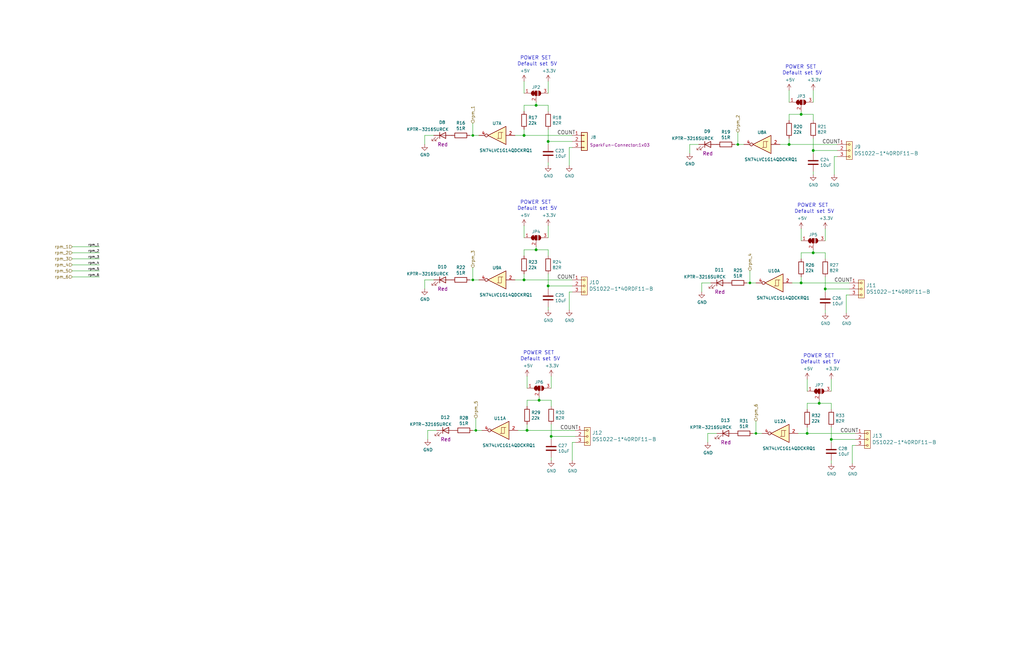
<source format=kicad_sch>
(kicad_sch
	(version 20231120)
	(generator "eeschema")
	(generator_version "8.0")
	(uuid "7b1e686b-8fbb-4425-88dd-0a90d4ddd186")
	(paper "User" 431.8 279.4)
	(title_block
		(title "STM32 Flight Controller")
		(date "2022-11-01")
		(rev "B")
		(company "casterian.net")
	)
	(lib_symbols
		(symbol "Device:C"
			(pin_numbers hide)
			(pin_names
				(offset 0.254)
			)
			(exclude_from_sim no)
			(in_bom yes)
			(on_board yes)
			(property "Reference" "C"
				(at 0.635 2.54 0)
				(effects
					(font
						(size 1.27 1.27)
					)
					(justify left)
				)
			)
			(property "Value" "C"
				(at 0.635 -2.54 0)
				(effects
					(font
						(size 1.27 1.27)
					)
					(justify left)
				)
			)
			(property "Footprint" ""
				(at 0.9652 -3.81 0)
				(effects
					(font
						(size 1.27 1.27)
					)
					(hide yes)
				)
			)
			(property "Datasheet" "~"
				(at 0 0 0)
				(effects
					(font
						(size 1.27 1.27)
					)
					(hide yes)
				)
			)
			(property "Description" "Unpolarized capacitor"
				(at 0 0 0)
				(effects
					(font
						(size 1.27 1.27)
					)
					(hide yes)
				)
			)
			(property "ki_keywords" "cap capacitor"
				(at 0 0 0)
				(effects
					(font
						(size 1.27 1.27)
					)
					(hide yes)
				)
			)
			(property "ki_fp_filters" "C_*"
				(at 0 0 0)
				(effects
					(font
						(size 1.27 1.27)
					)
					(hide yes)
				)
			)
			(symbol "C_0_1"
				(polyline
					(pts
						(xy -2.032 -0.762) (xy 2.032 -0.762)
					)
					(stroke
						(width 0.508)
						(type default)
					)
					(fill
						(type none)
					)
				)
				(polyline
					(pts
						(xy -2.032 0.762) (xy 2.032 0.762)
					)
					(stroke
						(width 0.508)
						(type default)
					)
					(fill
						(type none)
					)
				)
			)
			(symbol "C_1_1"
				(pin passive line
					(at 0 3.81 270)
					(length 2.794)
					(name "~"
						(effects
							(font
								(size 1.27 1.27)
							)
						)
					)
					(number "1"
						(effects
							(font
								(size 1.27 1.27)
							)
						)
					)
				)
				(pin passive line
					(at 0 -3.81 90)
					(length 2.794)
					(name "~"
						(effects
							(font
								(size 1.27 1.27)
							)
						)
					)
					(number "2"
						(effects
							(font
								(size 1.27 1.27)
							)
						)
					)
				)
			)
		)
		(symbol "Device:LED"
			(pin_numbers hide)
			(pin_names
				(offset 1.016) hide)
			(exclude_from_sim no)
			(in_bom yes)
			(on_board yes)
			(property "Reference" "D"
				(at 0 2.54 0)
				(effects
					(font
						(size 1.27 1.27)
					)
				)
			)
			(property "Value" "LED"
				(at 0 -2.54 0)
				(effects
					(font
						(size 1.27 1.27)
					)
				)
			)
			(property "Footprint" ""
				(at 0 0 0)
				(effects
					(font
						(size 1.27 1.27)
					)
					(hide yes)
				)
			)
			(property "Datasheet" "~"
				(at 0 0 0)
				(effects
					(font
						(size 1.27 1.27)
					)
					(hide yes)
				)
			)
			(property "Description" "Light emitting diode"
				(at 0 0 0)
				(effects
					(font
						(size 1.27 1.27)
					)
					(hide yes)
				)
			)
			(property "ki_keywords" "LED diode"
				(at 0 0 0)
				(effects
					(font
						(size 1.27 1.27)
					)
					(hide yes)
				)
			)
			(property "ki_fp_filters" "LED* LED_SMD:* LED_THT:*"
				(at 0 0 0)
				(effects
					(font
						(size 1.27 1.27)
					)
					(hide yes)
				)
			)
			(symbol "LED_0_1"
				(polyline
					(pts
						(xy -1.27 -1.27) (xy -1.27 1.27)
					)
					(stroke
						(width 0.254)
						(type default)
					)
					(fill
						(type none)
					)
				)
				(polyline
					(pts
						(xy -1.27 0) (xy 1.27 0)
					)
					(stroke
						(width 0)
						(type default)
					)
					(fill
						(type none)
					)
				)
				(polyline
					(pts
						(xy 1.27 -1.27) (xy 1.27 1.27) (xy -1.27 0) (xy 1.27 -1.27)
					)
					(stroke
						(width 0.254)
						(type default)
					)
					(fill
						(type none)
					)
				)
				(polyline
					(pts
						(xy -3.048 -0.762) (xy -4.572 -2.286) (xy -3.81 -2.286) (xy -4.572 -2.286) (xy -4.572 -1.524)
					)
					(stroke
						(width 0)
						(type default)
					)
					(fill
						(type none)
					)
				)
				(polyline
					(pts
						(xy -1.778 -0.762) (xy -3.302 -2.286) (xy -2.54 -2.286) (xy -3.302 -2.286) (xy -3.302 -1.524)
					)
					(stroke
						(width 0)
						(type default)
					)
					(fill
						(type none)
					)
				)
			)
			(symbol "LED_1_1"
				(pin passive line
					(at -3.81 0 0)
					(length 2.54)
					(name "K"
						(effects
							(font
								(size 1.27 1.27)
							)
						)
					)
					(number "1"
						(effects
							(font
								(size 1.27 1.27)
							)
						)
					)
				)
				(pin passive line
					(at 3.81 0 180)
					(length 2.54)
					(name "A"
						(effects
							(font
								(size 1.27 1.27)
							)
						)
					)
					(number "2"
						(effects
							(font
								(size 1.27 1.27)
							)
						)
					)
				)
			)
		)
		(symbol "Device:R"
			(pin_numbers hide)
			(pin_names
				(offset 0)
			)
			(exclude_from_sim no)
			(in_bom yes)
			(on_board yes)
			(property "Reference" "R"
				(at 2.032 0 90)
				(effects
					(font
						(size 1.27 1.27)
					)
				)
			)
			(property "Value" "R"
				(at 0 0 90)
				(effects
					(font
						(size 1.27 1.27)
					)
				)
			)
			(property "Footprint" ""
				(at -1.778 0 90)
				(effects
					(font
						(size 1.27 1.27)
					)
					(hide yes)
				)
			)
			(property "Datasheet" "~"
				(at 0 0 0)
				(effects
					(font
						(size 1.27 1.27)
					)
					(hide yes)
				)
			)
			(property "Description" "Resistor"
				(at 0 0 0)
				(effects
					(font
						(size 1.27 1.27)
					)
					(hide yes)
				)
			)
			(property "ki_keywords" "R res resistor"
				(at 0 0 0)
				(effects
					(font
						(size 1.27 1.27)
					)
					(hide yes)
				)
			)
			(property "ki_fp_filters" "R_*"
				(at 0 0 0)
				(effects
					(font
						(size 1.27 1.27)
					)
					(hide yes)
				)
			)
			(symbol "R_0_1"
				(rectangle
					(start -1.016 -2.54)
					(end 1.016 2.54)
					(stroke
						(width 0.254)
						(type default)
					)
					(fill
						(type none)
					)
				)
			)
			(symbol "R_1_1"
				(pin passive line
					(at 0 3.81 270)
					(length 1.27)
					(name "~"
						(effects
							(font
								(size 1.27 1.27)
							)
						)
					)
					(number "1"
						(effects
							(font
								(size 1.27 1.27)
							)
						)
					)
				)
				(pin passive line
					(at 0 -3.81 90)
					(length 1.27)
					(name "~"
						(effects
							(font
								(size 1.27 1.27)
							)
						)
					)
					(number "2"
						(effects
							(font
								(size 1.27 1.27)
							)
						)
					)
				)
			)
		)
		(symbol "Jumper:SolderJumper_3_Bridged12"
			(pin_names
				(offset 0) hide)
			(exclude_from_sim yes)
			(in_bom no)
			(on_board yes)
			(property "Reference" "JP"
				(at -2.54 -2.54 0)
				(effects
					(font
						(size 1.27 1.27)
					)
				)
			)
			(property "Value" "SolderJumper_3_Bridged12"
				(at 0 2.794 0)
				(effects
					(font
						(size 1.27 1.27)
					)
				)
			)
			(property "Footprint" ""
				(at 0 0 0)
				(effects
					(font
						(size 1.27 1.27)
					)
					(hide yes)
				)
			)
			(property "Datasheet" "~"
				(at 0 0 0)
				(effects
					(font
						(size 1.27 1.27)
					)
					(hide yes)
				)
			)
			(property "Description" "3-pole Solder Jumper, pins 1+2 closed/bridged"
				(at 0 0 0)
				(effects
					(font
						(size 1.27 1.27)
					)
					(hide yes)
				)
			)
			(property "ki_keywords" "Solder Jumper SPDT"
				(at 0 0 0)
				(effects
					(font
						(size 1.27 1.27)
					)
					(hide yes)
				)
			)
			(property "ki_fp_filters" "SolderJumper*Bridged12*"
				(at 0 0 0)
				(effects
					(font
						(size 1.27 1.27)
					)
					(hide yes)
				)
			)
			(symbol "SolderJumper_3_Bridged12_0_1"
				(rectangle
					(start -1.016 0.508)
					(end -0.508 -0.508)
					(stroke
						(width 0)
						(type default)
					)
					(fill
						(type outline)
					)
				)
				(arc
					(start -1.016 1.016)
					(mid -2.0276 0)
					(end -1.016 -1.016)
					(stroke
						(width 0)
						(type default)
					)
					(fill
						(type none)
					)
				)
				(arc
					(start -1.016 1.016)
					(mid -2.0276 0)
					(end -1.016 -1.016)
					(stroke
						(width 0)
						(type default)
					)
					(fill
						(type outline)
					)
				)
				(rectangle
					(start -0.508 1.016)
					(end 0.508 -1.016)
					(stroke
						(width 0)
						(type default)
					)
					(fill
						(type outline)
					)
				)
				(polyline
					(pts
						(xy -2.54 0) (xy -2.032 0)
					)
					(stroke
						(width 0)
						(type default)
					)
					(fill
						(type none)
					)
				)
				(polyline
					(pts
						(xy -1.016 1.016) (xy -1.016 -1.016)
					)
					(stroke
						(width 0)
						(type default)
					)
					(fill
						(type none)
					)
				)
				(polyline
					(pts
						(xy 0 -1.27) (xy 0 -1.016)
					)
					(stroke
						(width 0)
						(type default)
					)
					(fill
						(type none)
					)
				)
				(polyline
					(pts
						(xy 1.016 1.016) (xy 1.016 -1.016)
					)
					(stroke
						(width 0)
						(type default)
					)
					(fill
						(type none)
					)
				)
				(polyline
					(pts
						(xy 2.54 0) (xy 2.032 0)
					)
					(stroke
						(width 0)
						(type default)
					)
					(fill
						(type none)
					)
				)
				(arc
					(start 1.016 -1.016)
					(mid 2.0276 0)
					(end 1.016 1.016)
					(stroke
						(width 0)
						(type default)
					)
					(fill
						(type none)
					)
				)
				(arc
					(start 1.016 -1.016)
					(mid 2.0276 0)
					(end 1.016 1.016)
					(stroke
						(width 0)
						(type default)
					)
					(fill
						(type outline)
					)
				)
			)
			(symbol "SolderJumper_3_Bridged12_1_1"
				(pin passive line
					(at -5.08 0 0)
					(length 2.54)
					(name "A"
						(effects
							(font
								(size 1.27 1.27)
							)
						)
					)
					(number "1"
						(effects
							(font
								(size 1.27 1.27)
							)
						)
					)
				)
				(pin passive line
					(at 0 -3.81 90)
					(length 2.54)
					(name "C"
						(effects
							(font
								(size 1.27 1.27)
							)
						)
					)
					(number "2"
						(effects
							(font
								(size 1.27 1.27)
							)
						)
					)
				)
				(pin passive line
					(at 5.08 0 180)
					(length 2.54)
					(name "B"
						(effects
							(font
								(size 1.27 1.27)
							)
						)
					)
					(number "3"
						(effects
							(font
								(size 1.27 1.27)
							)
						)
					)
				)
			)
		)
		(symbol "MLAB_HEADER:HEADER_1x03"
			(pin_names
				(offset 1.016)
			)
			(exclude_from_sim no)
			(in_bom yes)
			(on_board yes)
			(property "Reference" "J"
				(at 0 -5.08 0)
				(effects
					(font
						(size 1.524 1.524)
					)
				)
			)
			(property "Value" "HEADER_1x03"
				(at 0 5.08 0)
				(effects
					(font
						(size 1.524 1.524)
					)
				)
			)
			(property "Footprint" ""
				(at 0 2.54 0)
				(effects
					(font
						(size 1.524 1.524)
					)
				)
			)
			(property "Datasheet" ""
				(at 0 2.54 0)
				(effects
					(font
						(size 1.524 1.524)
					)
				)
			)
			(property "Description" "1x03 2.54 mm pitch header"
				(at 0 0 0)
				(effects
					(font
						(size 1.27 1.27)
					)
					(hide yes)
				)
			)
			(property "ki_keywords" "1x03, header, connector, pinheader"
				(at 0 0 0)
				(effects
					(font
						(size 1.27 1.27)
					)
					(hide yes)
				)
			)
			(symbol "HEADER_1x03_0_1"
				(rectangle
					(start -1.27 3.81)
					(end 1.27 -3.81)
					(stroke
						(width 0)
						(type default)
					)
					(fill
						(type background)
					)
				)
				(circle
					(center 0 -2.54)
					(radius 0.381)
					(stroke
						(width 0)
						(type default)
					)
					(fill
						(type none)
					)
				)
				(polyline
					(pts
						(xy -1.27 -2.54) (xy -0.381 -2.54)
					)
					(stroke
						(width 0)
						(type default)
					)
					(fill
						(type none)
					)
				)
				(polyline
					(pts
						(xy -1.27 0) (xy -0.381 0)
					)
					(stroke
						(width 0)
						(type default)
					)
					(fill
						(type none)
					)
				)
				(polyline
					(pts
						(xy -1.27 2.54) (xy -0.381 2.54)
					)
					(stroke
						(width 0)
						(type default)
					)
					(fill
						(type none)
					)
				)
				(circle
					(center 0 0)
					(radius 0.381)
					(stroke
						(width 0)
						(type default)
					)
					(fill
						(type none)
					)
				)
				(circle
					(center 0 2.54)
					(radius 0.381)
					(stroke
						(width 0)
						(type default)
					)
					(fill
						(type none)
					)
				)
			)
			(symbol "HEADER_1x03_1_1"
				(pin input line
					(at -5.08 2.54 0)
					(length 3.81)
					(name "~"
						(effects
							(font
								(size 1.27 1.27)
							)
						)
					)
					(number "1"
						(effects
							(font
								(size 1.27 1.27)
							)
						)
					)
				)
				(pin input line
					(at -5.08 0 0)
					(length 3.81)
					(name "~"
						(effects
							(font
								(size 1.27 1.27)
							)
						)
					)
					(number "2"
						(effects
							(font
								(size 1.27 1.27)
							)
						)
					)
				)
				(pin input line
					(at -5.08 -2.54 0)
					(length 3.81)
					(name "~"
						(effects
							(font
								(size 1.27 1.27)
							)
						)
					)
					(number "3"
						(effects
							(font
								(size 1.27 1.27)
							)
						)
					)
				)
			)
		)
		(symbol "MLAB_IO:74AHC1G14GV"
			(exclude_from_sim no)
			(in_bom yes)
			(on_board yes)
			(property "Reference" "U"
				(at -2.54 1.27 0)
				(effects
					(font
						(size 1.27 1.27)
					)
				)
			)
			(property "Value" "74AHC1G14GV"
				(at 1.27 -6.35 0)
				(effects
					(font
						(size 1.27 1.27)
					)
				)
			)
			(property "Footprint" ""
				(at 0 0 0)
				(effects
					(font
						(size 1.27 1.27)
					)
					(hide yes)
				)
			)
			(property "Datasheet" "http://www.ti.com/lit/gpn/sn74HC14"
				(at 0 0 0)
				(effects
					(font
						(size 1.27 1.27)
					)
					(hide yes)
				)
			)
			(property "Description" "Hex inverter schmitt trigger"
				(at 0 0 0)
				(effects
					(font
						(size 1.27 1.27)
					)
					(hide yes)
				)
			)
			(property "ki_locked" ""
				(at 0 0 0)
				(effects
					(font
						(size 1.27 1.27)
					)
				)
			)
			(property "ki_keywords" "HCMOS not inverter"
				(at 0 0 0)
				(effects
					(font
						(size 1.27 1.27)
					)
					(hide yes)
				)
			)
			(property "ki_fp_filters" "DIP*W7.62mm*"
				(at 0 0 0)
				(effects
					(font
						(size 1.27 1.27)
					)
					(hide yes)
				)
			)
			(symbol "74AHC1G14GV_1_0"
				(polyline
					(pts
						(xy -3.81 3.81) (xy -3.81 -3.81) (xy 3.81 0) (xy -3.81 3.81)
					)
					(stroke
						(width 0.254)
						(type default)
					)
					(fill
						(type background)
					)
				)
				(pin input line
					(at -7.62 0 0)
					(length 3.81)
					(name "~"
						(effects
							(font
								(size 1.27 1.27)
							)
						)
					)
					(number "2"
						(effects
							(font
								(size 1.27 1.27)
							)
						)
					)
				)
				(pin output inverted
					(at 7.62 0 180)
					(length 3.81)
					(name "~"
						(effects
							(font
								(size 1.27 1.27)
							)
						)
					)
					(number "4"
						(effects
							(font
								(size 1.27 1.27)
							)
						)
					)
				)
			)
			(symbol "74AHC1G14GV_1_1"
				(polyline
					(pts
						(xy -1.905 -1.27) (xy -1.905 1.27) (xy -0.635 1.27)
					)
					(stroke
						(width 0)
						(type default)
					)
					(fill
						(type none)
					)
				)
				(polyline
					(pts
						(xy -2.54 -1.27) (xy -0.635 -1.27) (xy -0.635 1.27) (xy 0 1.27)
					)
					(stroke
						(width 0)
						(type default)
					)
					(fill
						(type none)
					)
				)
			)
			(symbol "74AHC1G14GV_2_0"
				(pin input line
					(at 0 -8.89 90)
					(length 3.81)
					(name "GND"
						(effects
							(font
								(size 1.27 1.27)
							)
						)
					)
					(number "3"
						(effects
							(font
								(size 1.27 1.27)
							)
						)
					)
				)
				(pin input line
					(at 0 8.89 270)
					(length 3.81)
					(name "VCC"
						(effects
							(font
								(size 1.27 1.27)
							)
						)
					)
					(number "5"
						(effects
							(font
								(size 1.27 1.27)
							)
						)
					)
				)
			)
			(symbol "74AHC1G14GV_2_1"
				(rectangle
					(start -3.81 5.08)
					(end 3.81 -5.08)
					(stroke
						(width 0)
						(type default)
					)
					(fill
						(type none)
					)
				)
			)
		)
		(symbol "SparkFun-Connector:Conn_01x03"
			(pin_names
				(offset 1.016) hide)
			(exclude_from_sim no)
			(in_bom yes)
			(on_board yes)
			(property "Reference" "J"
				(at 0 5.08 0)
				(effects
					(font
						(size 1.27 1.27)
					)
					(hide yes)
				)
			)
			(property "Value" "Conn_01x03"
				(at 0 -5.08 0)
				(effects
					(font
						(size 1.27 1.27)
					)
					(hide yes)
				)
			)
			(property "Footprint" "SparkFun-Connector:1x03"
				(at 0 -7.62 0)
				(effects
					(font
						(size 1.27 1.27)
					)
					(hide yes)
				)
			)
			(property "Datasheet" "~"
				(at 0 -8.89 0)
				(effects
					(font
						(size 1.27 1.27)
					)
					(hide yes)
				)
			)
			(property "Description" "Generic connector, single row, 01x03, script generated (kicad-library-utils/schlib/autogen/connector/)"
				(at 0 -11.43 0)
				(effects
					(font
						(size 1.27 1.27)
					)
					(hide yes)
				)
			)
			(property "ki_keywords" "SparkFun connector"
				(at 0 0 0)
				(effects
					(font
						(size 1.27 1.27)
					)
					(hide yes)
				)
			)
			(property "ki_fp_filters" "Connector*:*_1x??_*"
				(at 0 0 0)
				(effects
					(font
						(size 1.27 1.27)
					)
					(hide yes)
				)
			)
			(symbol "Conn_01x03_1_1"
				(rectangle
					(start -1.27 -2.413)
					(end 0 -2.667)
					(stroke
						(width 0.1524)
						(type default)
					)
					(fill
						(type none)
					)
				)
				(rectangle
					(start -1.27 0.127)
					(end 0 -0.127)
					(stroke
						(width 0.1524)
						(type default)
					)
					(fill
						(type none)
					)
				)
				(rectangle
					(start -1.27 2.667)
					(end 0 2.413)
					(stroke
						(width 0.1524)
						(type default)
					)
					(fill
						(type none)
					)
				)
				(rectangle
					(start -1.27 3.81)
					(end 1.27 -3.81)
					(stroke
						(width 0.254)
						(type default)
					)
					(fill
						(type background)
					)
				)
				(pin passive line
					(at -5.08 2.54 0)
					(length 3.81)
					(name "Pin_1"
						(effects
							(font
								(size 1.27 1.27)
							)
						)
					)
					(number "1"
						(effects
							(font
								(size 1.27 1.27)
							)
						)
					)
				)
				(pin passive line
					(at -5.08 0 0)
					(length 3.81)
					(name "Pin_2"
						(effects
							(font
								(size 1.27 1.27)
							)
						)
					)
					(number "2"
						(effects
							(font
								(size 1.27 1.27)
							)
						)
					)
				)
				(pin passive line
					(at -5.08 -2.54 0)
					(length 3.81)
					(name "Pin_3"
						(effects
							(font
								(size 1.27 1.27)
							)
						)
					)
					(number "3"
						(effects
							(font
								(size 1.27 1.27)
							)
						)
					)
				)
			)
		)
		(symbol "power:+3V3"
			(power)
			(pin_numbers hide)
			(pin_names
				(offset 0) hide)
			(exclude_from_sim no)
			(in_bom yes)
			(on_board yes)
			(property "Reference" "#PWR"
				(at 0 -3.81 0)
				(effects
					(font
						(size 1.27 1.27)
					)
					(hide yes)
				)
			)
			(property "Value" "+3V3"
				(at 0 3.556 0)
				(effects
					(font
						(size 1.27 1.27)
					)
				)
			)
			(property "Footprint" ""
				(at 0 0 0)
				(effects
					(font
						(size 1.27 1.27)
					)
					(hide yes)
				)
			)
			(property "Datasheet" ""
				(at 0 0 0)
				(effects
					(font
						(size 1.27 1.27)
					)
					(hide yes)
				)
			)
			(property "Description" "Power symbol creates a global label with name \"+3V3\""
				(at 0 0 0)
				(effects
					(font
						(size 1.27 1.27)
					)
					(hide yes)
				)
			)
			(property "ki_keywords" "global power"
				(at 0 0 0)
				(effects
					(font
						(size 1.27 1.27)
					)
					(hide yes)
				)
			)
			(symbol "+3V3_0_1"
				(polyline
					(pts
						(xy -0.762 1.27) (xy 0 2.54)
					)
					(stroke
						(width 0)
						(type default)
					)
					(fill
						(type none)
					)
				)
				(polyline
					(pts
						(xy 0 0) (xy 0 2.54)
					)
					(stroke
						(width 0)
						(type default)
					)
					(fill
						(type none)
					)
				)
				(polyline
					(pts
						(xy 0 2.54) (xy 0.762 1.27)
					)
					(stroke
						(width 0)
						(type default)
					)
					(fill
						(type none)
					)
				)
			)
			(symbol "+3V3_1_1"
				(pin power_in line
					(at 0 0 90)
					(length 0)
					(name "~"
						(effects
							(font
								(size 1.27 1.27)
							)
						)
					)
					(number "1"
						(effects
							(font
								(size 1.27 1.27)
							)
						)
					)
				)
			)
		)
		(symbol "power:+5V"
			(power)
			(pin_numbers hide)
			(pin_names
				(offset 0) hide)
			(exclude_from_sim no)
			(in_bom yes)
			(on_board yes)
			(property "Reference" "#PWR"
				(at 0 -3.81 0)
				(effects
					(font
						(size 1.27 1.27)
					)
					(hide yes)
				)
			)
			(property "Value" "+5V"
				(at 0 3.556 0)
				(effects
					(font
						(size 1.27 1.27)
					)
				)
			)
			(property "Footprint" ""
				(at 0 0 0)
				(effects
					(font
						(size 1.27 1.27)
					)
					(hide yes)
				)
			)
			(property "Datasheet" ""
				(at 0 0 0)
				(effects
					(font
						(size 1.27 1.27)
					)
					(hide yes)
				)
			)
			(property "Description" "Power symbol creates a global label with name \"+5V\""
				(at 0 0 0)
				(effects
					(font
						(size 1.27 1.27)
					)
					(hide yes)
				)
			)
			(property "ki_keywords" "global power"
				(at 0 0 0)
				(effects
					(font
						(size 1.27 1.27)
					)
					(hide yes)
				)
			)
			(symbol "+5V_0_1"
				(polyline
					(pts
						(xy -0.762 1.27) (xy 0 2.54)
					)
					(stroke
						(width 0)
						(type default)
					)
					(fill
						(type none)
					)
				)
				(polyline
					(pts
						(xy 0 0) (xy 0 2.54)
					)
					(stroke
						(width 0)
						(type default)
					)
					(fill
						(type none)
					)
				)
				(polyline
					(pts
						(xy 0 2.54) (xy 0.762 1.27)
					)
					(stroke
						(width 0)
						(type default)
					)
					(fill
						(type none)
					)
				)
			)
			(symbol "+5V_1_1"
				(pin power_in line
					(at 0 0 90)
					(length 0)
					(name "~"
						(effects
							(font
								(size 1.27 1.27)
							)
						)
					)
					(number "1"
						(effects
							(font
								(size 1.27 1.27)
							)
						)
					)
				)
			)
		)
		(symbol "power:GND"
			(power)
			(pin_numbers hide)
			(pin_names
				(offset 0) hide)
			(exclude_from_sim no)
			(in_bom yes)
			(on_board yes)
			(property "Reference" "#PWR"
				(at 0 -6.35 0)
				(effects
					(font
						(size 1.27 1.27)
					)
					(hide yes)
				)
			)
			(property "Value" "GND"
				(at 0 -3.81 0)
				(effects
					(font
						(size 1.27 1.27)
					)
				)
			)
			(property "Footprint" ""
				(at 0 0 0)
				(effects
					(font
						(size 1.27 1.27)
					)
					(hide yes)
				)
			)
			(property "Datasheet" ""
				(at 0 0 0)
				(effects
					(font
						(size 1.27 1.27)
					)
					(hide yes)
				)
			)
			(property "Description" "Power symbol creates a global label with name \"GND\" , ground"
				(at 0 0 0)
				(effects
					(font
						(size 1.27 1.27)
					)
					(hide yes)
				)
			)
			(property "ki_keywords" "global power"
				(at 0 0 0)
				(effects
					(font
						(size 1.27 1.27)
					)
					(hide yes)
				)
			)
			(symbol "GND_0_1"
				(polyline
					(pts
						(xy 0 0) (xy 0 -1.27) (xy 1.27 -1.27) (xy 0 -2.54) (xy -1.27 -1.27) (xy 0 -1.27)
					)
					(stroke
						(width 0)
						(type default)
					)
					(fill
						(type none)
					)
				)
			)
			(symbol "GND_1_1"
				(pin power_in line
					(at 0 0 270)
					(length 0)
					(name "~"
						(effects
							(font
								(size 1.27 1.27)
							)
						)
					)
					(number "1"
						(effects
							(font
								(size 1.27 1.27)
							)
						)
					)
				)
			)
		)
	)
	(junction
		(at 200.66 181.61)
		(diameter 0)
		(color 0 0 0 0)
		(uuid "0f440c70-f740-4834-b8c2-0ffb6f1a201e")
	)
	(junction
		(at 332.74 60.96)
		(diameter 1.016)
		(color 0 0 0 0)
		(uuid "11de40b5-fec8-4376-b2e6-e445dda63d8e")
	)
	(junction
		(at 220.98 57.15)
		(diameter 1.016)
		(color 0 0 0 0)
		(uuid "13eaedae-294e-4957-8952-71b6d6482ca7")
	)
	(junction
		(at 345.44 170.18)
		(diameter 1.016)
		(color 0 0 0 0)
		(uuid "1420938b-1388-4688-a2a5-9cde6b2fdc0f")
	)
	(junction
		(at 222.25 181.61)
		(diameter 1.016)
		(color 0 0 0 0)
		(uuid "16a7a25f-5a6f-4f8b-8b7a-7253b980d0cf")
	)
	(junction
		(at 342.9 63.5)
		(diameter 1.016)
		(color 0 0 0 0)
		(uuid "19a2a375-9e1c-45f3-a482-764ae0a0f8b2")
	)
	(junction
		(at 318.77 182.88)
		(diameter 0)
		(color 0 0 0 0)
		(uuid "1b9f8f89-d0d9-467d-95de-f13f844d60b1")
	)
	(junction
		(at 226.06 105.41)
		(diameter 1.016)
		(color 0 0 0 0)
		(uuid "1dcb9cf9-4948-461a-9304-6bb6987e2150")
	)
	(junction
		(at 350.52 185.42)
		(diameter 1.016)
		(color 0 0 0 0)
		(uuid "22ca0f6b-cc64-44d6-ba7a-d30953f8cbd1")
	)
	(junction
		(at 220.98 118.11)
		(diameter 1.016)
		(color 0 0 0 0)
		(uuid "2ab2f43f-7853-4165-a85f-ca0e6fca5e7f")
	)
	(junction
		(at 311.15 60.96)
		(diameter 0)
		(color 0 0 0 0)
		(uuid "31268446-d6f6-4ac0-880c-f78cfc645ed7")
	)
	(junction
		(at 226.06 44.45)
		(diameter 1.016)
		(color 0 0 0 0)
		(uuid "4741188a-eedc-413f-a849-ee96d04ea4f6")
	)
	(junction
		(at 232.41 184.15)
		(diameter 1.016)
		(color 0 0 0 0)
		(uuid "5c27efe0-2aff-4548-b344-f875c1c201b4")
	)
	(junction
		(at 199.39 118.11)
		(diameter 0)
		(color 0 0 0 0)
		(uuid "610d8c88-d29b-44cf-af57-bf801310aad9")
	)
	(junction
		(at 337.82 119.38)
		(diameter 1.016)
		(color 0 0 0 0)
		(uuid "65a011d6-f39b-4a10-b13d-5afaba1c9c20")
	)
	(junction
		(at 347.98 121.92)
		(diameter 1.016)
		(color 0 0 0 0)
		(uuid "712b3c3c-e944-4f88-ba46-b6d80cd5c172")
	)
	(junction
		(at 199.39 57.15)
		(diameter 0)
		(color 0 0 0 0)
		(uuid "734c7b80-beaf-4591-9d1b-661f1a2951ef")
	)
	(junction
		(at 342.9 106.68)
		(diameter 1.016)
		(color 0 0 0 0)
		(uuid "9a0e14da-f823-4ee9-b8a0-a1c7b90785ab")
	)
	(junction
		(at 337.82 48.26)
		(diameter 1.016)
		(color 0 0 0 0)
		(uuid "9d8b17af-4c74-4001-a32f-ecbe7d8d1f74")
	)
	(junction
		(at 227.33 168.91)
		(diameter 1.016)
		(color 0 0 0 0)
		(uuid "a2832033-671d-47f7-bdef-62f779ae219d")
	)
	(junction
		(at 316.23 119.38)
		(diameter 0)
		(color 0 0 0 0)
		(uuid "a3110642-e52e-4a61-b757-fe4a84bf0e9f")
	)
	(junction
		(at 340.36 182.88)
		(diameter 1.016)
		(color 0 0 0 0)
		(uuid "b9fbbe45-5085-4f98-80c3-d59190ee308f")
	)
	(junction
		(at 231.14 59.69)
		(diameter 1.016)
		(color 0 0 0 0)
		(uuid "cd8975cb-f306-4aff-b523-dc78f03f4a88")
	)
	(junction
		(at 231.14 120.65)
		(diameter 1.016)
		(color 0 0 0 0)
		(uuid "cdf9f75b-2460-4510-afef-8ad51dd4975f")
	)
	(wire
		(pts
			(xy 347.98 116.84) (xy 347.98 121.92)
		)
		(stroke
			(width 0)
			(type solid)
		)
		(uuid "02598388-eeb8-4745-9378-244f1dcb4f81")
	)
	(wire
		(pts
			(xy 311.15 55.88) (xy 311.15 60.96)
		)
		(stroke
			(width 0)
			(type solid)
		)
		(uuid "03608137-7f1c-4a55-b8b5-434b087d8bd9")
	)
	(wire
		(pts
			(xy 332.74 48.26) (xy 337.82 48.26)
		)
		(stroke
			(width 0)
			(type solid)
		)
		(uuid "069993f1-ab22-430d-a0e7-358a54722862")
	)
	(wire
		(pts
			(xy 200.66 181.61) (xy 203.2 181.61)
		)
		(stroke
			(width 0)
			(type solid)
		)
		(uuid "0a2b9ff7-d66e-4373-96d2-fdecdd1a1bcc")
	)
	(wire
		(pts
			(xy 332.74 60.96) (xy 353.06 60.96)
		)
		(stroke
			(width 0)
			(type solid)
		)
		(uuid "0a2f1a85-1dd4-4f42-b2ea-c466eeb8285d")
	)
	(wire
		(pts
			(xy 347.98 121.92) (xy 358.14 121.92)
		)
		(stroke
			(width 0)
			(type solid)
		)
		(uuid "0a3082ce-55dd-4250-b52a-3d9b7ce3ff85")
	)
	(wire
		(pts
			(xy 30.48 111.76) (xy 41.91 111.76)
		)
		(stroke
			(width 0)
			(type default)
		)
		(uuid "0c31bbcf-29e5-407c-ba30-4b5a9e73d350")
	)
	(wire
		(pts
			(xy 295.91 119.38) (xy 299.72 119.38)
		)
		(stroke
			(width 0)
			(type solid)
		)
		(uuid "0cb1b813-261b-464f-b3bd-115f87bc62ad")
	)
	(wire
		(pts
			(xy 350.52 185.42) (xy 350.52 186.69)
		)
		(stroke
			(width 0)
			(type solid)
		)
		(uuid "0f9c882a-ae75-49d1-8416-2963d731b97f")
	)
	(wire
		(pts
			(xy 290.83 60.96) (xy 294.64 60.96)
		)
		(stroke
			(width 0)
			(type solid)
		)
		(uuid "1007f1f0-c948-4659-b154-c489503b2e97")
	)
	(wire
		(pts
			(xy 231.14 34.29) (xy 231.14 39.37)
		)
		(stroke
			(width 0)
			(type solid)
		)
		(uuid "18e31587-a91f-47d6-89a2-05f5241fb4d0")
	)
	(wire
		(pts
			(xy 180.34 181.61) (xy 184.15 181.61)
		)
		(stroke
			(width 0)
			(type solid)
		)
		(uuid "198082ac-1bc0-4902-ae79-9bc1532befd1")
	)
	(wire
		(pts
			(xy 231.14 68.58) (xy 231.14 69.85)
		)
		(stroke
			(width 0)
			(type solid)
		)
		(uuid "1eda6eba-22e6-4323-badd-a391e8e85977")
	)
	(wire
		(pts
			(xy 199.39 181.61) (xy 200.66 181.61)
		)
		(stroke
			(width 0)
			(type solid)
		)
		(uuid "20c6e721-631e-4d0c-b354-b28d29256b6a")
	)
	(wire
		(pts
			(xy 318.77 177.8) (xy 318.77 182.88)
		)
		(stroke
			(width 0)
			(type solid)
		)
		(uuid "2142c418-c87d-4918-b1fd-cebc01039675")
	)
	(wire
		(pts
			(xy 342.9 63.5) (xy 353.06 63.5)
		)
		(stroke
			(width 0)
			(type solid)
		)
		(uuid "229fda93-f814-434d-843b-38aa1e00b371")
	)
	(wire
		(pts
			(xy 318.77 182.88) (xy 321.31 182.88)
		)
		(stroke
			(width 0)
			(type solid)
		)
		(uuid "2a203914-30b4-4d45-8b1e-729c47f7f13c")
	)
	(wire
		(pts
			(xy 337.82 106.68) (xy 337.82 109.22)
		)
		(stroke
			(width 0)
			(type solid)
		)
		(uuid "2ddc3192-a4c0-496b-ba50-bc5a5da3d1b8")
	)
	(wire
		(pts
			(xy 342.9 58.42) (xy 342.9 63.5)
		)
		(stroke
			(width 0)
			(type solid)
		)
		(uuid "2ece92a4-8f00-4ce0-bd16-d275dc9f96c3")
	)
	(wire
		(pts
			(xy 340.36 170.18) (xy 345.44 170.18)
		)
		(stroke
			(width 0)
			(type solid)
		)
		(uuid "31e4535e-c358-4bd4-aab9-bfd8ccd11a27")
	)
	(wire
		(pts
			(xy 334.01 119.38) (xy 337.82 119.38)
		)
		(stroke
			(width 0)
			(type solid)
		)
		(uuid "36c411b1-093c-4f8b-af6c-fcf911deda2d")
	)
	(wire
		(pts
			(xy 241.3 123.19) (xy 240.03 123.19)
		)
		(stroke
			(width 0)
			(type solid)
		)
		(uuid "3a47fcb0-bb08-413f-a619-e7e314160b43")
	)
	(wire
		(pts
			(xy 179.07 57.15) (xy 182.88 57.15)
		)
		(stroke
			(width 0)
			(type solid)
		)
		(uuid "3bf10024-f826-4a96-91ed-13f6ba7719dc")
	)
	(wire
		(pts
			(xy 358.14 124.46) (xy 356.87 124.46)
		)
		(stroke
			(width 0)
			(type solid)
		)
		(uuid "3d50e1c0-8c1a-4b55-b00b-32bdf1dd02c7")
	)
	(wire
		(pts
			(xy 337.82 48.26) (xy 342.9 48.26)
		)
		(stroke
			(width 0)
			(type solid)
		)
		(uuid "3edb9c78-be0c-42bb-a006-585a79b2ae84")
	)
	(wire
		(pts
			(xy 336.55 182.88) (xy 340.36 182.88)
		)
		(stroke
			(width 0)
			(type solid)
		)
		(uuid "3ef89687-e4e7-456f-8e56-032ffb20d959")
	)
	(wire
		(pts
			(xy 317.5 182.88) (xy 318.77 182.88)
		)
		(stroke
			(width 0)
			(type solid)
		)
		(uuid "4405b208-2e72-495e-9a03-51a83775cf98")
	)
	(wire
		(pts
			(xy 220.98 105.41) (xy 226.06 105.41)
		)
		(stroke
			(width 0)
			(type solid)
		)
		(uuid "4565f1ad-139c-46fb-b686-78b62b889e41")
	)
	(wire
		(pts
			(xy 232.41 184.15) (xy 232.41 185.42)
		)
		(stroke
			(width 0)
			(type solid)
		)
		(uuid "456fca0b-ccee-4386-a77e-8010bfac6680")
	)
	(wire
		(pts
			(xy 345.44 170.18) (xy 350.52 170.18)
		)
		(stroke
			(width 0)
			(type solid)
		)
		(uuid "46cc30b4-8707-47f8-bca9-8b8011748c1b")
	)
	(wire
		(pts
			(xy 232.41 184.15) (xy 242.57 184.15)
		)
		(stroke
			(width 0)
			(type solid)
		)
		(uuid "481b44f8-f22f-48f5-86e7-58c60b315e9c")
	)
	(wire
		(pts
			(xy 340.36 170.18) (xy 340.36 172.72)
		)
		(stroke
			(width 0)
			(type solid)
		)
		(uuid "4abdea50-a587-4efa-8b39-900e0bdfa892")
	)
	(wire
		(pts
			(xy 222.25 168.91) (xy 222.25 171.45)
		)
		(stroke
			(width 0)
			(type solid)
		)
		(uuid "4bf72b54-fb0c-4599-bf26-eb5230a5ada1")
	)
	(wire
		(pts
			(xy 342.9 105.41) (xy 342.9 106.68)
		)
		(stroke
			(width 0)
			(type solid)
		)
		(uuid "4c38ca8d-f661-46cd-a0fe-e4d274f60f7f")
	)
	(wire
		(pts
			(xy 340.36 160.02) (xy 340.36 165.1)
		)
		(stroke
			(width 0)
			(type solid)
		)
		(uuid "4e9ab520-6601-4adc-8d0c-ee12a49e5c08")
	)
	(wire
		(pts
			(xy 240.03 123.19) (xy 240.03 130.81)
		)
		(stroke
			(width 0)
			(type solid)
		)
		(uuid "4eb6052d-b6e2-4e77-bb92-9b5eb20051e3")
	)
	(wire
		(pts
			(xy 231.14 44.45) (xy 231.14 46.99)
		)
		(stroke
			(width 0)
			(type solid)
		)
		(uuid "5288e790-611b-428c-b86f-95c4baa09126")
	)
	(wire
		(pts
			(xy 359.41 187.96) (xy 359.41 195.58)
		)
		(stroke
			(width 0)
			(type solid)
		)
		(uuid "54979021-35c7-423a-863f-08c79eef6b52")
	)
	(wire
		(pts
			(xy 231.14 105.41) (xy 231.14 107.95)
		)
		(stroke
			(width 0)
			(type solid)
		)
		(uuid "55e81f5e-0501-43e3-b0c6-c4702721d37c")
	)
	(wire
		(pts
			(xy 342.9 38.1) (xy 342.9 43.18)
		)
		(stroke
			(width 0)
			(type default)
		)
		(uuid "567af43e-97b9-404d-a986-a8686196caae")
	)
	(wire
		(pts
			(xy 199.39 118.11) (xy 201.93 118.11)
		)
		(stroke
			(width 0)
			(type solid)
		)
		(uuid "56f3c95c-8bd5-42e1-a232-cbf8a633a7c3")
	)
	(wire
		(pts
			(xy 231.14 54.61) (xy 231.14 59.69)
		)
		(stroke
			(width 0)
			(type solid)
		)
		(uuid "58bc2964-ef94-4f38-a5b6-de2bace0adf9")
	)
	(wire
		(pts
			(xy 290.83 64.77) (xy 290.83 60.96)
		)
		(stroke
			(width 0)
			(type solid)
		)
		(uuid "58d8a917-9920-4e80-a361-fc4b859c08d5")
	)
	(wire
		(pts
			(xy 337.82 119.38) (xy 358.14 119.38)
		)
		(stroke
			(width 0)
			(type solid)
		)
		(uuid "594f5448-9dfe-42a0-8172-415c1d62867a")
	)
	(wire
		(pts
			(xy 231.14 59.69) (xy 231.14 60.96)
		)
		(stroke
			(width 0)
			(type solid)
		)
		(uuid "5ba0c2c0-e6eb-4ef0-9e6e-2ab94a1e5893")
	)
	(wire
		(pts
			(xy 340.36 180.34) (xy 340.36 182.88)
		)
		(stroke
			(width 0)
			(type solid)
		)
		(uuid "5c3318d8-7ddb-4227-8fc1-d884f7e2d34b")
	)
	(wire
		(pts
			(xy 342.9 106.68) (xy 347.98 106.68)
		)
		(stroke
			(width 0)
			(type solid)
		)
		(uuid "5c6b4571-e3f5-4e48-bbd4-fc7fe7c437eb")
	)
	(wire
		(pts
			(xy 200.66 176.53) (xy 200.66 181.61)
		)
		(stroke
			(width 0)
			(type solid)
		)
		(uuid "5d0bee4d-ec73-46f3-bc57-43c015837278")
	)
	(wire
		(pts
			(xy 314.96 119.38) (xy 316.23 119.38)
		)
		(stroke
			(width 0)
			(type solid)
		)
		(uuid "5d73f53b-2df1-4920-bcf1-83c823fdcfd4")
	)
	(wire
		(pts
			(xy 350.52 170.18) (xy 350.52 172.72)
		)
		(stroke
			(width 0)
			(type solid)
		)
		(uuid "5dc01ad2-b4da-475d-a1c8-14ca21df2e76")
	)
	(wire
		(pts
			(xy 347.98 106.68) (xy 347.98 109.22)
		)
		(stroke
			(width 0)
			(type solid)
		)
		(uuid "5e398d8d-cffb-44d9-8bca-6a65fd7d51ea")
	)
	(wire
		(pts
			(xy 220.98 44.45) (xy 220.98 46.99)
		)
		(stroke
			(width 0)
			(type solid)
		)
		(uuid "5e3b1411-2703-4b8e-8b60-c0f1f4181866")
	)
	(wire
		(pts
			(xy 226.06 44.45) (xy 231.14 44.45)
		)
		(stroke
			(width 0)
			(type solid)
		)
		(uuid "5fa7f314-dc28-42b7-af93-f72cc6f6c973")
	)
	(wire
		(pts
			(xy 179.07 60.96) (xy 179.07 57.15)
		)
		(stroke
			(width 0)
			(type solid)
		)
		(uuid "5fe45130-3087-4f9e-b5c7-ec677bb536fc")
	)
	(wire
		(pts
			(xy 356.87 124.46) (xy 356.87 132.08)
		)
		(stroke
			(width 0)
			(type solid)
		)
		(uuid "62646904-6eee-4227-8021-0ab74891605d")
	)
	(wire
		(pts
			(xy 232.41 168.91) (xy 232.41 171.45)
		)
		(stroke
			(width 0)
			(type solid)
		)
		(uuid "64140a86-19b9-47ae-a101-ba28016a095a")
	)
	(wire
		(pts
			(xy 342.9 72.39) (xy 342.9 73.66)
		)
		(stroke
			(width 0)
			(type solid)
		)
		(uuid "657532da-cb79-412d-9126-9aa5f2fe4db4")
	)
	(wire
		(pts
			(xy 231.14 120.65) (xy 241.3 120.65)
		)
		(stroke
			(width 0)
			(type solid)
		)
		(uuid "6844229b-bf8d-4cc4-8218-0673095a884a")
	)
	(wire
		(pts
			(xy 232.41 193.04) (xy 232.41 194.31)
		)
		(stroke
			(width 0)
			(type solid)
		)
		(uuid "6c4437e1-fd81-4511-bffd-1690c93dc75a")
	)
	(wire
		(pts
			(xy 222.25 158.75) (xy 222.25 163.83)
		)
		(stroke
			(width 0)
			(type solid)
		)
		(uuid "6ccc9285-758e-476c-b158-2368c3dab6d7")
	)
	(wire
		(pts
			(xy 220.98 95.25) (xy 220.98 100.33)
		)
		(stroke
			(width 0)
			(type solid)
		)
		(uuid "6fd2a82c-d759-4b76-92ab-bb578c3224e3")
	)
	(wire
		(pts
			(xy 226.06 105.41) (xy 231.14 105.41)
		)
		(stroke
			(width 0)
			(type solid)
		)
		(uuid "72f70ba1-3ce8-4593-b83e-0a41371b8f6b")
	)
	(wire
		(pts
			(xy 347.98 121.92) (xy 347.98 123.19)
		)
		(stroke
			(width 0)
			(type solid)
		)
		(uuid "73b302f1-e940-4739-bccd-35c7a7a0d143")
	)
	(wire
		(pts
			(xy 232.41 158.75) (xy 232.41 163.83)
		)
		(stroke
			(width 0)
			(type solid)
		)
		(uuid "7694d9b6-0cf7-4e1c-9f9f-c169ee9a3fe2")
	)
	(wire
		(pts
			(xy 231.14 115.57) (xy 231.14 120.65)
		)
		(stroke
			(width 0)
			(type solid)
		)
		(uuid "77f46fd2-f3fe-4ad4-990d-a1e98141af84")
	)
	(wire
		(pts
			(xy 295.91 123.19) (xy 295.91 119.38)
		)
		(stroke
			(width 0)
			(type solid)
		)
		(uuid "7879816a-1a7e-4996-9064-518b2ae0ea4f")
	)
	(wire
		(pts
			(xy 180.34 185.42) (xy 180.34 181.61)
		)
		(stroke
			(width 0)
			(type solid)
		)
		(uuid "79baf51c-c380-4315-b5bb-be2e285072b9")
	)
	(wire
		(pts
			(xy 342.9 63.5) (xy 342.9 64.77)
		)
		(stroke
			(width 0)
			(type solid)
		)
		(uuid "7d7c60ae-18f7-42e4-ae88-3464c298d291")
	)
	(wire
		(pts
			(xy 332.74 38.1) (xy 332.74 43.18)
		)
		(stroke
			(width 0)
			(type solid)
		)
		(uuid "81ee4263-83dd-4e5b-afe5-f268a698b791")
	)
	(wire
		(pts
			(xy 220.98 105.41) (xy 220.98 107.95)
		)
		(stroke
			(width 0)
			(type solid)
		)
		(uuid "849c7db8-8775-4ef7-9d30-4707899934f0")
	)
	(wire
		(pts
			(xy 309.88 60.96) (xy 311.15 60.96)
		)
		(stroke
			(width 0)
			(type solid)
		)
		(uuid "866a52a0-ac73-4e25-bc0a-2d23e0822eb7")
	)
	(wire
		(pts
			(xy 231.14 120.65) (xy 231.14 121.92)
		)
		(stroke
			(width 0)
			(type solid)
		)
		(uuid "89d699cd-db0b-4b0c-9d41-e5cf15d28858")
	)
	(wire
		(pts
			(xy 179.07 118.11) (xy 182.88 118.11)
		)
		(stroke
			(width 0)
			(type solid)
		)
		(uuid "8a6b11f6-3d19-4e44-b48f-3b596cc2d606")
	)
	(wire
		(pts
			(xy 241.3 62.23) (xy 240.03 62.23)
		)
		(stroke
			(width 0)
			(type solid)
		)
		(uuid "8dbdeb99-0414-4685-9042-a66fe7c43b7a")
	)
	(wire
		(pts
			(xy 353.06 66.04) (xy 351.79 66.04)
		)
		(stroke
			(width 0)
			(type solid)
		)
		(uuid "8f43ce92-5f12-4d5c-bae1-4f1dcae6391a")
	)
	(wire
		(pts
			(xy 360.68 187.96) (xy 359.41 187.96)
		)
		(stroke
			(width 0)
			(type solid)
		)
		(uuid "93593725-cd02-48cf-8823-262759af4264")
	)
	(wire
		(pts
			(xy 340.36 182.88) (xy 360.68 182.88)
		)
		(stroke
			(width 0)
			(type solid)
		)
		(uuid "955d581c-2806-4bd3-bdca-5ceb1d41dab3")
	)
	(wire
		(pts
			(xy 199.39 113.03) (xy 199.39 118.11)
		)
		(stroke
			(width 0)
			(type solid)
		)
		(uuid "962185cb-44d4-485c-8f81-fed7ff262129")
	)
	(wire
		(pts
			(xy 222.25 181.61) (xy 242.57 181.61)
		)
		(stroke
			(width 0)
			(type solid)
		)
		(uuid "97ee72bf-fa20-4daa-92f5-43f781d509ae")
	)
	(wire
		(pts
			(xy 30.48 106.68) (xy 41.91 106.68)
		)
		(stroke
			(width 0)
			(type default)
		)
		(uuid "9af89c30-c3aa-4238-bc1c-7ff5a05aeb43")
	)
	(wire
		(pts
			(xy 298.45 186.69) (xy 298.45 182.88)
		)
		(stroke
			(width 0)
			(type solid)
		)
		(uuid "9be48a7e-52e1-4404-9ac1-5d02f74097c4")
	)
	(wire
		(pts
			(xy 30.48 109.22) (xy 41.91 109.22)
		)
		(stroke
			(width 0)
			(type default)
		)
		(uuid "a1408265-6893-410d-9b9f-d533db9f60f7")
	)
	(wire
		(pts
			(xy 316.23 114.3) (xy 316.23 119.38)
		)
		(stroke
			(width 0)
			(type solid)
		)
		(uuid "a77f10d1-e650-44c2-84b1-ddc3b2f49f65")
	)
	(wire
		(pts
			(xy 316.23 119.38) (xy 318.77 119.38)
		)
		(stroke
			(width 0)
			(type solid)
		)
		(uuid "a7bccdae-a2c1-4713-b262-3551ec6e2c90")
	)
	(wire
		(pts
			(xy 337.82 116.84) (xy 337.82 119.38)
		)
		(stroke
			(width 0)
			(type solid)
		)
		(uuid "ad4d2d13-43bd-4d3e-80f4-770f21dd8b87")
	)
	(wire
		(pts
			(xy 328.93 60.96) (xy 332.74 60.96)
		)
		(stroke
			(width 0)
			(type solid)
		)
		(uuid "af7718aa-8110-4499-9c43-0fb159e4a123")
	)
	(wire
		(pts
			(xy 350.52 194.31) (xy 350.52 195.58)
		)
		(stroke
			(width 0)
			(type solid)
		)
		(uuid "af943506-fb7d-4f88-847f-c164d83db1b3")
	)
	(wire
		(pts
			(xy 332.74 58.42) (xy 332.74 60.96)
		)
		(stroke
			(width 0)
			(type solid)
		)
		(uuid "b1362b30-a3a0-4e17-9f53-98bc73a87c2a")
	)
	(wire
		(pts
			(xy 220.98 118.11) (xy 241.3 118.11)
		)
		(stroke
			(width 0)
			(type solid)
		)
		(uuid "b203ed25-d096-455f-be87-b22b0b48c426")
	)
	(wire
		(pts
			(xy 227.33 167.64) (xy 227.33 168.91)
		)
		(stroke
			(width 0)
			(type solid)
		)
		(uuid "b523471f-9916-4604-91ad-91f031883aa6")
	)
	(wire
		(pts
			(xy 222.25 168.91) (xy 227.33 168.91)
		)
		(stroke
			(width 0)
			(type solid)
		)
		(uuid "b5b0b3ef-6687-4d3a-ad3a-383c7397e1af")
	)
	(wire
		(pts
			(xy 240.03 62.23) (xy 240.03 69.85)
		)
		(stroke
			(width 0)
			(type solid)
		)
		(uuid "b6fb4b86-2939-4cb8-be6c-8fd0fe5d5f28")
	)
	(wire
		(pts
			(xy 198.12 57.15) (xy 199.39 57.15)
		)
		(stroke
			(width 0)
			(type solid)
		)
		(uuid "b7c35c5c-7bbc-4e81-a9bf-2e820e54183d")
	)
	(wire
		(pts
			(xy 220.98 44.45) (xy 226.06 44.45)
		)
		(stroke
			(width 0)
			(type solid)
		)
		(uuid "b8a6e8be-fca4-4046-8e2e-42c3cc0a98f6")
	)
	(wire
		(pts
			(xy 337.82 106.68) (xy 342.9 106.68)
		)
		(stroke
			(width 0)
			(type solid)
		)
		(uuid "b8fc4528-cd8e-4fa5-8604-814815a81faa")
	)
	(wire
		(pts
			(xy 241.3 186.69) (xy 241.3 194.31)
		)
		(stroke
			(width 0)
			(type solid)
		)
		(uuid "ba128409-cc00-4a32-8f2d-4cbd3eb4aa00")
	)
	(wire
		(pts
			(xy 345.44 168.91) (xy 345.44 170.18)
		)
		(stroke
			(width 0)
			(type solid)
		)
		(uuid "ba40cbe8-bf99-4834-af60-0f9fb11589dd")
	)
	(wire
		(pts
			(xy 226.06 43.18) (xy 226.06 44.45)
		)
		(stroke
			(width 0)
			(type solid)
		)
		(uuid "be99e41d-c8ef-40b3-8dd0-659f078997f5")
	)
	(wire
		(pts
			(xy 30.48 116.84) (xy 41.91 116.84)
		)
		(stroke
			(width 0)
			(type default)
		)
		(uuid "bec40fa0-6f36-425d-8344-85456fd16c8f")
	)
	(wire
		(pts
			(xy 311.15 60.96) (xy 313.69 60.96)
		)
		(stroke
			(width 0)
			(type solid)
		)
		(uuid "bf445668-a937-4a06-ba29-70826c8b3101")
	)
	(wire
		(pts
			(xy 220.98 115.57) (xy 220.98 118.11)
		)
		(stroke
			(width 0)
			(type solid)
		)
		(uuid "c15899f2-e8ea-41a1-9d09-9ea98bcabfec")
	)
	(wire
		(pts
			(xy 220.98 34.29) (xy 220.98 39.37)
		)
		(stroke
			(width 0)
			(type solid)
		)
		(uuid "c414bcb2-77bd-449d-a5ae-bf29e3416bb8")
	)
	(wire
		(pts
			(xy 227.33 168.91) (xy 232.41 168.91)
		)
		(stroke
			(width 0)
			(type solid)
		)
		(uuid "c6c8fd00-25eb-4a51-934c-f4368ddd0699")
	)
	(wire
		(pts
			(xy 232.41 179.07) (xy 232.41 184.15)
		)
		(stroke
			(width 0)
			(type solid)
		)
		(uuid "c7d849fc-b741-4f48-adf4-84918410bb87")
	)
	(wire
		(pts
			(xy 30.48 114.3) (xy 41.91 114.3)
		)
		(stroke
			(width 0)
			(type default)
		)
		(uuid "c853603c-73c1-4799-b29d-c5c90655a698")
	)
	(wire
		(pts
			(xy 332.74 48.26) (xy 332.74 50.8)
		)
		(stroke
			(width 0)
			(type solid)
		)
		(uuid "cc89b170-d761-4ff0-bb11-a591c71b35b9")
	)
	(wire
		(pts
			(xy 220.98 57.15) (xy 241.3 57.15)
		)
		(stroke
			(width 0)
			(type solid)
		)
		(uuid "ce23023f-ab9e-49ff-b8fe-ad0a4c8c962d")
	)
	(wire
		(pts
			(xy 30.48 104.14) (xy 41.91 104.14)
		)
		(stroke
			(width 0)
			(type default)
		)
		(uuid "cff2d954-0926-4423-883e-8eb3f1426e7c")
	)
	(wire
		(pts
			(xy 199.39 52.07) (xy 199.39 57.15)
		)
		(stroke
			(width 0)
			(type solid)
		)
		(uuid "d260815b-91cf-4cfe-9ccf-3f9b0edc8838")
	)
	(wire
		(pts
			(xy 220.98 54.61) (xy 220.98 57.15)
		)
		(stroke
			(width 0)
			(type solid)
		)
		(uuid "d69c9697-2fc0-49c0-ac30-274f57e53c27")
	)
	(wire
		(pts
			(xy 298.45 182.88) (xy 302.26 182.88)
		)
		(stroke
			(width 0)
			(type solid)
		)
		(uuid "d77eb3a3-adea-4882-b56c-8caf3022fa4e")
	)
	(wire
		(pts
			(xy 342.9 48.26) (xy 342.9 50.8)
		)
		(stroke
			(width 0)
			(type solid)
		)
		(uuid "d85f0d62-1e55-47d7-ae4c-a730cc1ab40a")
	)
	(wire
		(pts
			(xy 351.79 66.04) (xy 351.79 73.66)
		)
		(stroke
			(width 0)
			(type solid)
		)
		(uuid "d88e2d21-77bd-45d7-84e6-74abe6602ade")
	)
	(wire
		(pts
			(xy 350.52 185.42) (xy 360.68 185.42)
		)
		(stroke
			(width 0)
			(type solid)
		)
		(uuid "d91ec972-b7e8-4bfc-a8d3-4ec142892056")
	)
	(wire
		(pts
			(xy 231.14 95.25) (xy 231.14 100.33)
		)
		(stroke
			(width 0)
			(type solid)
		)
		(uuid "dd46c4ea-2188-4d1d-a435-60a5f6d85c78")
	)
	(wire
		(pts
			(xy 222.25 179.07) (xy 222.25 181.61)
		)
		(stroke
			(width 0)
			(type solid)
		)
		(uuid "deeff5c8-40e0-4724-99bc-273bfdf0c81b")
	)
	(wire
		(pts
			(xy 347.98 130.81) (xy 347.98 132.08)
		)
		(stroke
			(width 0)
			(type solid)
		)
		(uuid "df02a793-4347-49bb-8808-0c876f2b11b4")
	)
	(wire
		(pts
			(xy 242.57 186.69) (xy 241.3 186.69)
		)
		(stroke
			(width 0)
			(type solid)
		)
		(uuid "e585326a-35cd-40bc-900f-80eddb0cf705")
	)
	(wire
		(pts
			(xy 179.07 121.92) (xy 179.07 118.11)
		)
		(stroke
			(width 0)
			(type solid)
		)
		(uuid "e6583e32-b648-48e8-8aeb-01f91c380d56")
	)
	(wire
		(pts
			(xy 231.14 129.54) (xy 231.14 130.81)
		)
		(stroke
			(width 0)
			(type solid)
		)
		(uuid "ec77c772-82fa-4531-ac18-ec27b6ab8029")
	)
	(wire
		(pts
			(xy 217.17 57.15) (xy 220.98 57.15)
		)
		(stroke
			(width 0)
			(type solid)
		)
		(uuid "ecd24a9c-b0e0-423c-abd1-9df8af8e82b2")
	)
	(wire
		(pts
			(xy 337.82 96.52) (xy 337.82 101.6)
		)
		(stroke
			(width 0)
			(type solid)
		)
		(uuid "edd535de-7716-45eb-9d8a-868ea0aed5fe")
	)
	(wire
		(pts
			(xy 198.12 118.11) (xy 199.39 118.11)
		)
		(stroke
			(width 0)
			(type solid)
		)
		(uuid "ef1f0b18-b6d9-4a46-b54f-aabed0370112")
	)
	(wire
		(pts
			(xy 231.14 59.69) (xy 241.3 59.69)
		)
		(stroke
			(width 0)
			(type solid)
		)
		(uuid "ef47b553-e9cb-464f-8b3a-fa39eeaa83ef")
	)
	(wire
		(pts
			(xy 199.39 57.15) (xy 201.93 57.15)
		)
		(stroke
			(width 0)
			(type solid)
		)
		(uuid "f0be2883-4bfc-47c0-a161-36c4110ff1fb")
	)
	(wire
		(pts
			(xy 218.44 181.61) (xy 222.25 181.61)
		)
		(stroke
			(width 0)
			(type solid)
		)
		(uuid "f0eb8598-ae0c-4667-abba-ede533642ec8")
	)
	(wire
		(pts
			(xy 217.17 118.11) (xy 220.98 118.11)
		)
		(stroke
			(width 0)
			(type solid)
		)
		(uuid "f11927d0-0a20-4c74-8ce0-e0307eebefb3")
	)
	(wire
		(pts
			(xy 350.52 180.34) (xy 350.52 185.42)
		)
		(stroke
			(width 0)
			(type solid)
		)
		(uuid "f2c15766-2a93-4090-9e9d-9223396b78ef")
	)
	(wire
		(pts
			(xy 350.52 160.02) (xy 350.52 165.1)
		)
		(stroke
			(width 0)
			(type solid)
		)
		(uuid "f4a4a2d3-e1d7-48c7-94ee-d8621777f55d")
	)
	(wire
		(pts
			(xy 337.82 46.99) (xy 337.82 48.26)
		)
		(stroke
			(width 0)
			(type solid)
		)
		(uuid "f4da96b6-1da2-417c-a899-f4599c6715bb")
	)
	(wire
		(pts
			(xy 347.98 96.52) (xy 347.98 101.6)
		)
		(stroke
			(width 0)
			(type solid)
		)
		(uuid "f8948056-c0da-48b9-8484-0f1558857730")
	)
	(wire
		(pts
			(xy 226.06 104.14) (xy 226.06 105.41)
		)
		(stroke
			(width 0)
			(type solid)
		)
		(uuid "fcfe2e9e-cdfd-4443-85a4-c545cdeebb50")
	)
	(text "POWER SET\n"
		(exclude_from_sim no)
		(at 349.25 87.63 0)
		(effects
			(font
				(size 1.524 1.524)
			)
			(justify right bottom)
		)
		(uuid "03496209-f66a-41d2-aefa-ab9258d232e3")
	)
	(text "Default set 5V"
		(exclude_from_sim no)
		(at 234.95 88.9 0)
		(effects
			(font
				(size 1.524 1.524)
			)
			(justify right bottom)
		)
		(uuid "2192cfae-4c97-444f-8fea-8639b2787a62")
	)
	(text "Default set 5V"
		(exclude_from_sim no)
		(at 351.79 90.17 0)
		(effects
			(font
				(size 1.524 1.524)
			)
			(justify right bottom)
		)
		(uuid "2893de03-887b-43b2-8509-718670f91aa0")
	)
	(text "POWER SET\n"
		(exclude_from_sim no)
		(at 232.41 86.36 0)
		(effects
			(font
				(size 1.524 1.524)
			)
			(justify right bottom)
		)
		(uuid "36b79e1d-75ac-4880-a887-6c16ca9bba19")
	)
	(text "Default set 5V"
		(exclude_from_sim no)
		(at 346.71 31.75 0)
		(effects
			(font
				(size 1.524 1.524)
			)
			(justify right bottom)
		)
		(uuid "3ded0988-b86b-4045-b6fb-213c0905e98e")
	)
	(text "POWER SET\n"
		(exclude_from_sim no)
		(at 344.17 29.21 0)
		(effects
			(font
				(size 1.524 1.524)
			)
			(justify right bottom)
		)
		(uuid "9548f04f-2cf4-49c4-b3d6-86005665d60a")
	)
	(text "Default set 5V"
		(exclude_from_sim no)
		(at 234.95 27.94 0)
		(effects
			(font
				(size 1.524 1.524)
			)
			(justify right bottom)
		)
		(uuid "9645710e-5d36-4cc2-9ff4-f1b3591a55a1")
	)
	(text "POWER SET\n"
		(exclude_from_sim no)
		(at 232.41 25.4 0)
		(effects
			(font
				(size 1.524 1.524)
			)
			(justify right bottom)
		)
		(uuid "9daf94c7-7950-48e5-93d7-53d6a51d19d4")
	)
	(text "Default set 5V"
		(exclude_from_sim no)
		(at 354.33 153.67 0)
		(effects
			(font
				(size 1.524 1.524)
			)
			(justify right bottom)
		)
		(uuid "ce14fe8f-0387-44a4-80bc-a0b7875970c9")
	)
	(text "Default set 5V"
		(exclude_from_sim no)
		(at 236.22 152.4 0)
		(effects
			(font
				(size 1.524 1.524)
			)
			(justify right bottom)
		)
		(uuid "d1d4d716-85cf-4da7-9309-990220966554")
	)
	(text "POWER SET\n"
		(exclude_from_sim no)
		(at 351.79 151.13 0)
		(effects
			(font
				(size 1.524 1.524)
			)
			(justify right bottom)
		)
		(uuid "d690e2fa-7094-49e5-8410-099e4ce5ef7b")
	)
	(text "POWER SET\n"
		(exclude_from_sim no)
		(at 233.68 149.86 0)
		(effects
			(font
				(size 1.524 1.524)
			)
			(justify right bottom)
		)
		(uuid "e497fa76-3f16-4c8e-a556-0bb7061b1bc6")
	)
	(label "rpm_2"
		(at 41.91 106.68 180)
		(fields_autoplaced yes)
		(effects
			(font
				(size 1 1)
			)
			(justify right bottom)
		)
		(uuid "22faea11-009e-44b1-b4ac-6a7d1b3301ea")
	)
	(label "rpm_1"
		(at 41.91 104.14 180)
		(fields_autoplaced yes)
		(effects
			(font
				(size 1 1)
			)
			(justify right bottom)
		)
		(uuid "2c889ca2-d0eb-4cf9-951e-2150953e4419")
	)
	(label "COUNT"
		(at 354.33 182.88 0)
		(fields_autoplaced yes)
		(effects
			(font
				(size 1.524 1.524)
			)
			(justify left bottom)
		)
		(uuid "42315c1e-4be8-4605-9d23-93fae5b7617c")
	)
	(label "rpm_6"
		(at 41.91 116.84 180)
		(fields_autoplaced yes)
		(effects
			(font
				(size 1 1)
			)
			(justify right bottom)
		)
		(uuid "694ab654-e9a9-4696-9773-1907cc11a2af")
	)
	(label "COUNT"
		(at 236.22 181.61 0)
		(fields_autoplaced yes)
		(effects
			(font
				(size 1.524 1.524)
			)
			(justify left bottom)
		)
		(uuid "748e4d95-a85c-4300-ad80-0a1ace37a352")
	)
	(label "rpm_4"
		(at 41.91 111.76 180)
		(fields_autoplaced yes)
		(effects
			(font
				(size 1 1)
			)
			(justify right bottom)
		)
		(uuid "89bda961-9295-4650-aa69-5ca6fd0f0fa2")
	)
	(label "rpm_3"
		(at 41.91 109.22 180)
		(fields_autoplaced yes)
		(effects
			(font
				(size 1 1)
			)
			(justify right bottom)
		)
		(uuid "92b27a0d-5618-431c-95c9-1ea387e72531")
	)
	(label "COUNT"
		(at 234.95 57.15 0)
		(fields_autoplaced yes)
		(effects
			(font
				(size 1.524 1.524)
			)
			(justify left bottom)
		)
		(uuid "949431d5-42ba-4595-91c2-d3f6165d7567")
	)
	(label "rpm_5"
		(at 41.91 114.3 180)
		(fields_autoplaced yes)
		(effects
			(font
				(size 1 1)
			)
			(justify right bottom)
		)
		(uuid "99fc390b-c0fc-45b0-b474-857348a00cae")
	)
	(label "COUNT"
		(at 346.71 60.96 0)
		(fields_autoplaced yes)
		(effects
			(font
				(size 1.524 1.524)
			)
			(justify left bottom)
		)
		(uuid "bff633b7-4f56-4e07-97e3-b171e9068d17")
	)
	(label "COUNT"
		(at 234.95 118.11 0)
		(fields_autoplaced yes)
		(effects
			(font
				(size 1.524 1.524)
			)
			(justify left bottom)
		)
		(uuid "e227572c-3380-44ea-847f-3b63b68325fb")
	)
	(label "COUNT"
		(at 351.79 119.38 0)
		(fields_autoplaced yes)
		(effects
			(font
				(size 1.524 1.524)
			)
			(justify left bottom)
		)
		(uuid "f4ea7a13-c7f6-4a78-b638-fd6ad2087a93")
	)
	(hierarchical_label "rpm_4"
		(shape input)
		(at 30.48 111.76 180)
		(fields_autoplaced yes)
		(effects
			(font
				(size 1.27 1.27)
			)
			(justify right)
		)
		(uuid "01815617-ac17-4342-b232-832859f304c1")
	)
	(hierarchical_label "rpm_5"
		(shape input)
		(at 30.48 114.3 180)
		(fields_autoplaced yes)
		(effects
			(font
				(size 1.27 1.27)
			)
			(justify right)
		)
		(uuid "29c555c4-333f-42cf-9ed5-cc169c67f3be")
	)
	(hierarchical_label "rpm_2"
		(shape input)
		(at 30.48 106.68 180)
		(fields_autoplaced yes)
		(effects
			(font
				(size 1.27 1.27)
			)
			(justify right)
		)
		(uuid "3c2c3e4a-cbde-41bc-a109-1232491918b6")
	)
	(hierarchical_label "rpm_2"
		(shape input)
		(at 311.15 55.88 90)
		(fields_autoplaced yes)
		(effects
			(font
				(size 1.27 1.27)
			)
			(justify left)
		)
		(uuid "49c6d7cd-b26b-4127-914a-dd91aa5974ff")
	)
	(hierarchical_label "rpm_4"
		(shape input)
		(at 316.23 114.3 90)
		(fields_autoplaced yes)
		(effects
			(font
				(size 1.27 1.27)
			)
			(justify left)
		)
		(uuid "62350267-c0b8-4107-98ab-8fb66cf3ae66")
	)
	(hierarchical_label "rpm_1"
		(shape input)
		(at 30.48 104.14 180)
		(fields_autoplaced yes)
		(effects
			(font
				(size 1.27 1.27)
			)
			(justify right)
		)
		(uuid "6f8385a1-398b-47a1-99b4-3bb71dd2b294")
	)
	(hierarchical_label "rpm_3"
		(shape input)
		(at 199.39 113.03 90)
		(fields_autoplaced yes)
		(effects
			(font
				(size 1.27 1.27)
			)
			(justify left)
		)
		(uuid "7a5afd3e-91bd-49d8-9d47-54ce4f0881ed")
	)
	(hierarchical_label "rpm_3"
		(shape input)
		(at 30.48 109.22 180)
		(fields_autoplaced yes)
		(effects
			(font
				(size 1.27 1.27)
			)
			(justify right)
		)
		(uuid "89d70925-1ec9-4ac6-93d6-249537eb62d0")
	)
	(hierarchical_label "rpm_5"
		(shape input)
		(at 200.66 176.53 90)
		(fields_autoplaced yes)
		(effects
			(font
				(size 1.27 1.27)
			)
			(justify left)
		)
		(uuid "9a07fd9c-e2dd-408b-b9c7-340f1dc8030a")
	)
	(hierarchical_label "rpm_1"
		(shape input)
		(at 199.39 52.07 90)
		(fields_autoplaced yes)
		(effects
			(font
				(size 1.27 1.27)
			)
			(justify left)
		)
		(uuid "a208f5eb-6ab0-4a30-8b96-c15674cfa4b7")
	)
	(hierarchical_label "rpm_6"
		(shape input)
		(at 30.48 116.84 180)
		(fields_autoplaced yes)
		(effects
			(font
				(size 1.27 1.27)
			)
			(justify right)
		)
		(uuid "dfa3e6f8-a0a7-44b1-a22b-2afa569d07bc")
	)
	(hierarchical_label "rpm_6"
		(shape input)
		(at 318.77 177.8 90)
		(fields_autoplaced yes)
		(effects
			(font
				(size 1.27 1.27)
			)
			(justify left)
		)
		(uuid "efb2d8bb-e127-4c8f-ab04-7e3824c9387a")
	)
	(symbol
		(lib_id "Device:R")
		(at 306.07 60.96 270)
		(unit 1)
		(exclude_from_sim no)
		(in_bom yes)
		(on_board yes)
		(dnp no)
		(uuid "023acf97-b757-4ee6-8fff-ddec07dbe745")
		(property "Reference" "R19"
			(at 306.07 55.7022 90)
			(effects
				(font
					(size 1.27 1.27)
				)
			)
		)
		(property "Value" "51R"
			(at 306.07 58.014 90)
			(effects
				(font
					(size 1.27 1.27)
				)
			)
		)
		(property "Footprint" "Resistor_SMD:R_0603_1608Metric"
			(at 306.07 59.182 90)
			(effects
				(font
					(size 1.27 1.27)
				)
				(hide yes)
			)
		)
		(property "Datasheet" "~"
			(at 306.07 60.96 0)
			(effects
				(font
					(size 1.27 1.27)
				)
				(hide yes)
			)
		)
		(property "Description" "Resistor"
			(at 306.07 60.96 0)
			(effects
				(font
					(size 1.27 1.27)
				)
				(hide yes)
			)
		)
		(property "UST_id" ""
			(at 306.07 60.96 0)
			(effects
				(font
					(size 1.27 1.27)
				)
				(hide yes)
			)
		)
		(property "UST_ID" "5c70984512875079b91f8953"
			(at 306.07 60.96 0)
			(effects
				(font
					(size 1.27 1.27)
				)
				(hide yes)
			)
		)
		(pin "1"
			(uuid "ed541fbe-bd73-4f13-8543-8ee6f2d014a5")
		)
		(pin "2"
			(uuid "2d57518a-b129-4512-aebf-0730f672c8a6")
		)
		(instances
			(project "STM32-FC"
				(path "/8d4cc317-3933-4aa6-844b-8c5c635e89c7/f38d7e71-8093-43fb-9de5-a2dd7a2920e4"
					(reference "R19")
					(unit 1)
				)
			)
		)
	)
	(symbol
		(lib_id "Device:LED")
		(at 303.53 119.38 0)
		(unit 1)
		(exclude_from_sim no)
		(in_bom yes)
		(on_board yes)
		(dnp no)
		(uuid "02445217-0a9b-4363-939d-2bf2a0c1d977")
		(property "Reference" "D11"
			(at 303.3014 113.8936 0)
			(effects
				(font
					(size 1.27 1.27)
				)
			)
		)
		(property "Value" "KPTR-3216SURCK"
			(at 297.18 116.84 0)
			(effects
				(font
					(size 1.27 1.27)
				)
			)
		)
		(property "Footprint" "Mlab_D:LED_1206_mill"
			(at 303.53 119.38 0)
			(effects
				(font
					(size 1.27 1.27)
				)
				(hide yes)
			)
		)
		(property "Datasheet" "~"
			(at 303.53 119.38 0)
			(effects
				(font
					(size 1.27 1.27)
				)
				(hide yes)
			)
		)
		(property "Description" "Light emitting diode"
			(at 303.53 119.38 0)
			(effects
				(font
					(size 1.27 1.27)
				)
				(hide yes)
			)
		)
		(property "Color" "Red"
			(at 303.53 123.19 0)
			(effects
				(font
					(size 1.524 1.524)
				)
			)
		)
		(property "Purpose" ""
			(at 303.53 119.38 0)
			(effects
				(font
					(size 1.27 1.27)
				)
			)
		)
		(pin "1"
			(uuid "eacd392f-f840-40ab-8bdf-fabc359ed5d1")
		)
		(pin "2"
			(uuid "b073b1d9-89b3-46f4-90ca-fbf56f2b1129")
		)
		(instances
			(project "STM32-FC"
				(path "/8d4cc317-3933-4aa6-844b-8c5c635e89c7/f38d7e71-8093-43fb-9de5-a2dd7a2920e4"
					(reference "D11")
					(unit 1)
				)
			)
		)
	)
	(symbol
		(lib_id "Jumper:SolderJumper_3_Bridged12")
		(at 227.33 163.83 0)
		(unit 1)
		(exclude_from_sim no)
		(in_bom no)
		(on_board yes)
		(dnp no)
		(uuid "070d6620-d6b4-4b92-a572-1e0bd045c7df")
		(property "Reference" "JP6"
			(at 227.33 161.2708 0)
			(effects
				(font
					(size 1.27 1.27)
				)
			)
		)
		(property "Value" "SolderJumper_3_Bridged12"
			(at 227.33 161.03 0)
			(effects
				(font
					(size 1.27 1.27)
				)
				(hide yes)
			)
		)
		(property "Footprint" "Jumper:SolderJumper-3_P1.3mm_Bridged12_RoundedPad1.0x1.5mm"
			(at 227.33 163.83 0)
			(effects
				(font
					(size 1.27 1.27)
				)
				(hide yes)
			)
		)
		(property "Datasheet" "~"
			(at 227.33 163.83 0)
			(effects
				(font
					(size 1.27 1.27)
				)
				(hide yes)
			)
		)
		(property "Description" "3-pole Solder Jumper, pins 1+2 closed/bridged"
			(at 227.33 163.83 0)
			(effects
				(font
					(size 1.27 1.27)
				)
				(hide yes)
			)
		)
		(pin "1"
			(uuid "92bd6e76-38d8-4b88-9f04-9326d4de470f")
		)
		(pin "2"
			(uuid "5b3920e8-9fe7-4623-8876-062ddcab42fc")
		)
		(pin "3"
			(uuid "abf0a423-860b-48eb-a85b-4d6c785ddd0b")
		)
		(instances
			(project "STM32-FC"
				(path "/8d4cc317-3933-4aa6-844b-8c5c635e89c7/f38d7e71-8093-43fb-9de5-a2dd7a2920e4"
					(reference "JP6")
					(unit 1)
				)
			)
		)
	)
	(symbol
		(lib_id "power:GND")
		(at 356.87 132.08 0)
		(unit 1)
		(exclude_from_sim no)
		(in_bom yes)
		(on_board yes)
		(dnp no)
		(uuid "0e576a01-3768-4bd4-b0c0-7beb2bf02ebc")
		(property "Reference" "#PWR079"
			(at 356.87 138.43 0)
			(effects
				(font
					(size 1.27 1.27)
				)
				(hide yes)
			)
		)
		(property "Value" "GND"
			(at 356.997 136.4742 0)
			(effects
				(font
					(size 1.27 1.27)
				)
			)
		)
		(property "Footprint" ""
			(at 356.87 132.08 0)
			(effects
				(font
					(size 1.27 1.27)
				)
				(hide yes)
			)
		)
		(property "Datasheet" ""
			(at 356.87 132.08 0)
			(effects
				(font
					(size 1.27 1.27)
				)
				(hide yes)
			)
		)
		(property "Description" "Power symbol creates a global label with name \"GND\" , ground"
			(at 356.87 132.08 0)
			(effects
				(font
					(size 1.27 1.27)
				)
				(hide yes)
			)
		)
		(pin "1"
			(uuid "fd6e0ac9-98c8-489f-8ae9-ecb64d2cedee")
		)
		(instances
			(project "STM32-FC"
				(path "/8d4cc317-3933-4aa6-844b-8c5c635e89c7/f38d7e71-8093-43fb-9de5-a2dd7a2920e4"
					(reference "#PWR079")
					(unit 1)
				)
			)
		)
	)
	(symbol
		(lib_id "power:+5V")
		(at 222.25 158.75 0)
		(unit 1)
		(exclude_from_sim no)
		(in_bom yes)
		(on_board yes)
		(dnp no)
		(uuid "11690a2d-a434-41eb-a4c3-7fe773e89de8")
		(property "Reference" "#PWR081"
			(at 222.25 162.56 0)
			(effects
				(font
					(size 1.27 1.27)
				)
				(hide yes)
			)
		)
		(property "Value" "+5V"
			(at 222.631 154.3558 0)
			(effects
				(font
					(size 1.27 1.27)
				)
			)
		)
		(property "Footprint" ""
			(at 222.25 158.75 0)
			(effects
				(font
					(size 1.27 1.27)
				)
				(hide yes)
			)
		)
		(property "Datasheet" ""
			(at 222.25 158.75 0)
			(effects
				(font
					(size 1.27 1.27)
				)
				(hide yes)
			)
		)
		(property "Description" "Power symbol creates a global label with name \"+5V\""
			(at 222.25 158.75 0)
			(effects
				(font
					(size 1.27 1.27)
				)
				(hide yes)
			)
		)
		(pin "1"
			(uuid "8046cedf-2519-45d2-80c8-4d37af8afc13")
		)
		(instances
			(project "STM32-FC"
				(path "/8d4cc317-3933-4aa6-844b-8c5c635e89c7/f38d7e71-8093-43fb-9de5-a2dd7a2920e4"
					(reference "#PWR081")
					(unit 1)
				)
			)
		)
	)
	(symbol
		(lib_id "Device:R")
		(at 342.9 54.61 180)
		(unit 1)
		(exclude_from_sim no)
		(in_bom yes)
		(on_board yes)
		(dnp no)
		(uuid "1ab0032d-1d1f-4527-bdf5-4a2af24053cc")
		(property "Reference" "R21"
			(at 344.678 53.442 0)
			(effects
				(font
					(size 1.27 1.27)
				)
				(justify right)
			)
		)
		(property "Value" "82R"
			(at 344.678 55.753 0)
			(effects
				(font
					(size 1.27 1.27)
				)
				(justify right)
			)
		)
		(property "Footprint" "Resistor_SMD:R_0805_2012Metric"
			(at 344.678 54.61 90)
			(effects
				(font
					(size 1.27 1.27)
				)
				(hide yes)
			)
		)
		(property "Datasheet" "~"
			(at 342.9 54.61 0)
			(effects
				(font
					(size 1.27 1.27)
				)
				(hide yes)
			)
		)
		(property "Description" "Resistor"
			(at 342.9 54.61 0)
			(effects
				(font
					(size 1.27 1.27)
				)
				(hide yes)
			)
		)
		(property "UST_id" ""
			(at 342.9 54.61 0)
			(effects
				(font
					(size 1.27 1.27)
				)
				(hide yes)
			)
		)
		(property "UST_ID" "5c70984512875079b91f8976"
			(at 342.9 54.61 0)
			(effects
				(font
					(size 1.27 1.27)
				)
				(hide yes)
			)
		)
		(pin "1"
			(uuid "6bcb795d-8e87-4a57-aa2b-aa37be73addf")
		)
		(pin "2"
			(uuid "ca9f8b62-f447-4db1-a394-4655a157e25b")
		)
		(instances
			(project "STM32-FC"
				(path "/8d4cc317-3933-4aa6-844b-8c5c635e89c7/f38d7e71-8093-43fb-9de5-a2dd7a2920e4"
					(reference "R21")
					(unit 1)
				)
			)
		)
	)
	(symbol
		(lib_id "MLAB_HEADER:HEADER_1x03")
		(at 246.38 120.65 0)
		(unit 1)
		(exclude_from_sim no)
		(in_bom yes)
		(on_board yes)
		(dnp no)
		(uuid "1c5953aa-a5e1-415d-bce9-adb67fa5ff3d")
		(property "Reference" "J10"
			(at 248.3612 119.1514 0)
			(effects
				(font
					(size 1.524 1.524)
				)
				(justify left)
			)
		)
		(property "Value" "DS1022-1*40RDF11-B"
			(at 248.3612 121.8692 0)
			(effects
				(font
					(size 1.524 1.524)
				)
				(justify left)
			)
		)
		(property "Footprint" "Connector_PinHeader_2.54mm:PinHeader_1x03_P2.54mm_Horizontal"
			(at 246.38 118.11 0)
			(effects
				(font
					(size 1.524 1.524)
				)
				(hide yes)
			)
		)
		(property "Datasheet" "5c70984412875079b91f879d"
			(at 246.38 118.11 0)
			(effects
				(font
					(size 1.524 1.524)
				)
				(hide yes)
			)
		)
		(property "Description" "1x03 2.54 mm pitch header"
			(at 246.38 120.65 0)
			(effects
				(font
					(size 1.27 1.27)
				)
				(hide yes)
			)
		)
		(pin "1"
			(uuid "5a8c3c65-d474-4acc-ba4e-654d0d6ff918")
		)
		(pin "2"
			(uuid "fd78e185-9db7-488c-9ddd-4ec850c66dfd")
		)
		(pin "3"
			(uuid "57b92da5-c55c-41e5-91d7-de4a1233801a")
		)
		(instances
			(project "STM32-FC"
				(path "/8d4cc317-3933-4aa6-844b-8c5c635e89c7/f38d7e71-8093-43fb-9de5-a2dd7a2920e4"
					(reference "J10")
					(unit 1)
				)
			)
		)
	)
	(symbol
		(lib_id "power:+3V3")
		(at 231.14 95.25 0)
		(unit 1)
		(exclude_from_sim no)
		(in_bom yes)
		(on_board yes)
		(dnp no)
		(uuid "1eca584f-7906-432c-9557-aa5c090f143c")
		(property "Reference" "#PWR072"
			(at 231.14 99.06 0)
			(effects
				(font
					(size 1.27 1.27)
				)
				(hide yes)
			)
		)
		(property "Value" "+3.3V"
			(at 231.521 90.8558 0)
			(effects
				(font
					(size 1.27 1.27)
				)
			)
		)
		(property "Footprint" ""
			(at 231.14 95.25 0)
			(effects
				(font
					(size 1.27 1.27)
				)
				(hide yes)
			)
		)
		(property "Datasheet" ""
			(at 231.14 95.25 0)
			(effects
				(font
					(size 1.27 1.27)
				)
				(hide yes)
			)
		)
		(property "Description" "Power symbol creates a global label with name \"+3V3\""
			(at 231.14 95.25 0)
			(effects
				(font
					(size 1.27 1.27)
				)
				(hide yes)
			)
		)
		(pin "1"
			(uuid "bfe499f5-29d0-4c2d-8f7a-0591f50f47ed")
		)
		(instances
			(project "STM32-FC"
				(path "/8d4cc317-3933-4aa6-844b-8c5c635e89c7/f38d7e71-8093-43fb-9de5-a2dd7a2920e4"
					(reference "#PWR072")
					(unit 1)
				)
			)
		)
	)
	(symbol
		(lib_id "Device:C")
		(at 342.9 68.58 0)
		(unit 1)
		(exclude_from_sim no)
		(in_bom yes)
		(on_board yes)
		(dnp no)
		(uuid "2571987c-5da7-4075-bfab-058512f13a6d")
		(property "Reference" "C24"
			(at 345.821 67.4116 0)
			(effects
				(font
					(size 1.27 1.27)
				)
				(justify left)
			)
		)
		(property "Value" "10uF"
			(at 345.821 69.723 0)
			(effects
				(font
					(size 1.27 1.27)
				)
				(justify left)
			)
		)
		(property "Footprint" "Capacitor_SMD:C_0603_1608Metric"
			(at 343.8652 72.39 0)
			(effects
				(font
					(size 1.27 1.27)
				)
				(hide yes)
			)
		)
		(property "Datasheet" "~"
			(at 342.9 68.58 0)
			(effects
				(font
					(size 1.27 1.27)
				)
				(hide yes)
			)
		)
		(property "Description" "Unpolarized capacitor"
			(at 342.9 68.58 0)
			(effects
				(font
					(size 1.27 1.27)
				)
				(hide yes)
			)
		)
		(property "UST_id" ""
			(at 342.9 68.58 0)
			(effects
				(font
					(size 1.27 1.27)
				)
				(hide yes)
			)
		)
		(property "UST_ID" "5c70984812875079b91f8bf5"
			(at 342.9 68.58 0)
			(effects
				(font
					(size 1.27 1.27)
				)
				(hide yes)
			)
		)
		(pin "1"
			(uuid "3cde0a28-7e6c-41e1-b15c-190aeb6c5f4f")
		)
		(pin "2"
			(uuid "992483ec-6813-4edc-b9db-fbafa3c6f573")
		)
		(instances
			(project "STM32-FC"
				(path "/8d4cc317-3933-4aa6-844b-8c5c635e89c7/f38d7e71-8093-43fb-9de5-a2dd7a2920e4"
					(reference "C24")
					(unit 1)
				)
			)
		)
	)
	(symbol
		(lib_id "Device:LED")
		(at 298.45 60.96 0)
		(unit 1)
		(exclude_from_sim no)
		(in_bom yes)
		(on_board yes)
		(dnp no)
		(uuid "28e20f7c-57a5-40c2-ae68-8397e5c8355a")
		(property "Reference" "D9"
			(at 298.2214 55.4736 0)
			(effects
				(font
					(size 1.27 1.27)
				)
			)
		)
		(property "Value" "KPTR-3216SURCK"
			(at 292.1 58.42 0)
			(effects
				(font
					(size 1.27 1.27)
				)
			)
		)
		(property "Footprint" "Mlab_D:LED_1206_mill"
			(at 298.45 60.96 0)
			(effects
				(font
					(size 1.27 1.27)
				)
				(hide yes)
			)
		)
		(property "Datasheet" "~"
			(at 298.45 60.96 0)
			(effects
				(font
					(size 1.27 1.27)
				)
				(hide yes)
			)
		)
		(property "Description" "Light emitting diode"
			(at 298.45 60.96 0)
			(effects
				(font
					(size 1.27 1.27)
				)
				(hide yes)
			)
		)
		(property "Color" "Red"
			(at 298.45 64.77 0)
			(effects
				(font
					(size 1.524 1.524)
				)
			)
		)
		(property "Purpose" ""
			(at 298.45 60.96 0)
			(effects
				(font
					(size 1.27 1.27)
				)
			)
		)
		(pin "1"
			(uuid "7291dae9-8dd9-44c6-a297-26a22e45bb6d")
		)
		(pin "2"
			(uuid "51e0eced-11fb-4af5-8c87-051fca9c53b3")
		)
		(instances
			(project "STM32-FC"
				(path "/8d4cc317-3933-4aa6-844b-8c5c635e89c7/f38d7e71-8093-43fb-9de5-a2dd7a2920e4"
					(reference "D9")
					(unit 1)
				)
			)
		)
	)
	(symbol
		(lib_id "power:GND")
		(at 351.79 73.66 0)
		(unit 1)
		(exclude_from_sim no)
		(in_bom yes)
		(on_board yes)
		(dnp no)
		(uuid "297320bf-1b33-4d6f-86c4-73be466d18a9")
		(property "Reference" "#PWR069"
			(at 351.79 80.01 0)
			(effects
				(font
					(size 1.27 1.27)
				)
				(hide yes)
			)
		)
		(property "Value" "GND"
			(at 351.917 78.0542 0)
			(effects
				(font
					(size 1.27 1.27)
				)
			)
		)
		(property "Footprint" ""
			(at 351.79 73.66 0)
			(effects
				(font
					(size 1.27 1.27)
				)
				(hide yes)
			)
		)
		(property "Datasheet" ""
			(at 351.79 73.66 0)
			(effects
				(font
					(size 1.27 1.27)
				)
				(hide yes)
			)
		)
		(property "Description" "Power symbol creates a global label with name \"GND\" , ground"
			(at 351.79 73.66 0)
			(effects
				(font
					(size 1.27 1.27)
				)
				(hide yes)
			)
		)
		(pin "1"
			(uuid "0a1bc15a-fbf8-4b96-8957-7dee371fa63e")
		)
		(instances
			(project "STM32-FC"
				(path "/8d4cc317-3933-4aa6-844b-8c5c635e89c7/f38d7e71-8093-43fb-9de5-a2dd7a2920e4"
					(reference "#PWR069")
					(unit 1)
				)
			)
		)
	)
	(symbol
		(lib_id "power:GND")
		(at 231.14 69.85 0)
		(unit 1)
		(exclude_from_sim no)
		(in_bom yes)
		(on_board yes)
		(dnp no)
		(uuid "2a018356-f460-403d-8512-afb8c369fb9b")
		(property "Reference" "#PWR063"
			(at 231.14 76.2 0)
			(effects
				(font
					(size 1.27 1.27)
				)
				(hide yes)
			)
		)
		(property "Value" "GND"
			(at 231.267 74.2442 0)
			(effects
				(font
					(size 1.27 1.27)
				)
			)
		)
		(property "Footprint" ""
			(at 231.14 69.85 0)
			(effects
				(font
					(size 1.27 1.27)
				)
				(hide yes)
			)
		)
		(property "Datasheet" ""
			(at 231.14 69.85 0)
			(effects
				(font
					(size 1.27 1.27)
				)
				(hide yes)
			)
		)
		(property "Description" "Power symbol creates a global label with name \"GND\" , ground"
			(at 231.14 69.85 0)
			(effects
				(font
					(size 1.27 1.27)
				)
				(hide yes)
			)
		)
		(pin "1"
			(uuid "1b45735b-b073-4692-a867-53925157681b")
		)
		(instances
			(project "STM32-FC"
				(path "/8d4cc317-3933-4aa6-844b-8c5c635e89c7/f38d7e71-8093-43fb-9de5-a2dd7a2920e4"
					(reference "#PWR063")
					(unit 1)
				)
			)
		)
	)
	(symbol
		(lib_id "Jumper:SolderJumper_3_Bridged12")
		(at 337.82 43.18 0)
		(unit 1)
		(exclude_from_sim no)
		(in_bom no)
		(on_board yes)
		(dnp no)
		(uuid "2d47f1b3-7a95-4bc4-b143-9ee371a2ed78")
		(property "Reference" "JP3"
			(at 337.82 40.6208 0)
			(effects
				(font
					(size 1.27 1.27)
				)
			)
		)
		(property "Value" "SolderJumper_3_Bridged12"
			(at 337.82 40.38 0)
			(effects
				(font
					(size 1.27 1.27)
				)
				(hide yes)
			)
		)
		(property "Footprint" "Jumper:SolderJumper-3_P1.3mm_Bridged12_RoundedPad1.0x1.5mm"
			(at 337.82 43.18 0)
			(effects
				(font
					(size 1.27 1.27)
				)
				(hide yes)
			)
		)
		(property "Datasheet" "~"
			(at 337.82 43.18 0)
			(effects
				(font
					(size 1.27 1.27)
				)
				(hide yes)
			)
		)
		(property "Description" "3-pole Solder Jumper, pins 1+2 closed/bridged"
			(at 337.82 43.18 0)
			(effects
				(font
					(size 1.27 1.27)
				)
				(hide yes)
			)
		)
		(pin "1"
			(uuid "12506931-02ec-4249-bb16-b3c8a20fe3ad")
		)
		(pin "2"
			(uuid "d2a7ece4-492f-4009-a5ef-0f59a5038791")
		)
		(pin "3"
			(uuid "9c6f6cd9-b99d-4457-9c40-a1cbadb0578e")
		)
		(instances
			(project "STM32-FC"
				(path "/8d4cc317-3933-4aa6-844b-8c5c635e89c7/f38d7e71-8093-43fb-9de5-a2dd7a2920e4"
					(reference "JP3")
					(unit 1)
				)
			)
		)
	)
	(symbol
		(lib_id "power:GND")
		(at 232.41 194.31 0)
		(unit 1)
		(exclude_from_sim no)
		(in_bom yes)
		(on_board yes)
		(dnp no)
		(uuid "345e79cd-e910-4e55-b805-1060a1846900")
		(property "Reference" "#PWR083"
			(at 232.41 200.66 0)
			(effects
				(font
					(size 1.27 1.27)
				)
				(hide yes)
			)
		)
		(property "Value" "GND"
			(at 232.537 198.7042 0)
			(effects
				(font
					(size 1.27 1.27)
				)
			)
		)
		(property "Footprint" ""
			(at 232.41 194.31 0)
			(effects
				(font
					(size 1.27 1.27)
				)
				(hide yes)
			)
		)
		(property "Datasheet" ""
			(at 232.41 194.31 0)
			(effects
				(font
					(size 1.27 1.27)
				)
				(hide yes)
			)
		)
		(property "Description" "Power symbol creates a global label with name \"GND\" , ground"
			(at 232.41 194.31 0)
			(effects
				(font
					(size 1.27 1.27)
				)
				(hide yes)
			)
		)
		(pin "1"
			(uuid "108b815a-1714-4282-b978-3229c83ffa8b")
		)
		(instances
			(project "STM32-FC"
				(path "/8d4cc317-3933-4aa6-844b-8c5c635e89c7/f38d7e71-8093-43fb-9de5-a2dd7a2920e4"
					(reference "#PWR083")
					(unit 1)
				)
			)
		)
	)
	(symbol
		(lib_id "power:+3V3")
		(at 347.98 96.52 0)
		(unit 1)
		(exclude_from_sim no)
		(in_bom yes)
		(on_board yes)
		(dnp no)
		(uuid "35cc46fd-d84c-4a9a-9beb-3bf6a343bfac")
		(property "Reference" "#PWR087"
			(at 347.98 100.33 0)
			(effects
				(font
					(size 1.27 1.27)
				)
				(hide yes)
			)
		)
		(property "Value" "+3.3V"
			(at 348.361 92.1258 0)
			(effects
				(font
					(size 1.27 1.27)
				)
			)
		)
		(property "Footprint" ""
			(at 347.98 96.52 0)
			(effects
				(font
					(size 1.27 1.27)
				)
				(hide yes)
			)
		)
		(property "Datasheet" ""
			(at 347.98 96.52 0)
			(effects
				(font
					(size 1.27 1.27)
				)
				(hide yes)
			)
		)
		(property "Description" "Power symbol creates a global label with name \"+3V3\""
			(at 347.98 96.52 0)
			(effects
				(font
					(size 1.27 1.27)
				)
				(hide yes)
			)
		)
		(pin "1"
			(uuid "cd5b4b93-228c-4399-b038-77ab714894a0")
		)
		(instances
			(project "STM32-FC"
				(path "/8d4cc317-3933-4aa6-844b-8c5c635e89c7/f38d7e71-8093-43fb-9de5-a2dd7a2920e4"
					(reference "#PWR087")
					(unit 1)
				)
			)
		)
	)
	(symbol
		(lib_id "Jumper:SolderJumper_3_Bridged12")
		(at 226.06 100.33 0)
		(unit 1)
		(exclude_from_sim no)
		(in_bom no)
		(on_board yes)
		(dnp no)
		(uuid "3e858edf-ee80-4568-bcdd-48ed637a6f38")
		(property "Reference" "JP4"
			(at 226.06 97.7708 0)
			(effects
				(font
					(size 1.27 1.27)
				)
			)
		)
		(property "Value" "SolderJumper_3_Bridged12"
			(at 226.06 97.53 0)
			(effects
				(font
					(size 1.27 1.27)
				)
				(hide yes)
			)
		)
		(property "Footprint" "Jumper:SolderJumper-3_P1.3mm_Bridged12_RoundedPad1.0x1.5mm"
			(at 226.06 100.33 0)
			(effects
				(font
					(size 1.27 1.27)
				)
				(hide yes)
			)
		)
		(property "Datasheet" "~"
			(at 226.06 100.33 0)
			(effects
				(font
					(size 1.27 1.27)
				)
				(hide yes)
			)
		)
		(property "Description" "3-pole Solder Jumper, pins 1+2 closed/bridged"
			(at 226.06 100.33 0)
			(effects
				(font
					(size 1.27 1.27)
				)
				(hide yes)
			)
		)
		(pin "1"
			(uuid "c21f12e8-d30e-48f8-93f4-348c9ef6b0ca")
		)
		(pin "2"
			(uuid "36b2a848-a9eb-4f9b-82ca-868cbf50ee62")
		)
		(pin "3"
			(uuid "1261262a-adb2-46bf-9474-c4bbdf16e29b")
		)
		(instances
			(project "STM32-FC"
				(path "/8d4cc317-3933-4aa6-844b-8c5c635e89c7/f38d7e71-8093-43fb-9de5-a2dd7a2920e4"
					(reference "JP4")
					(unit 1)
				)
			)
		)
	)
	(symbol
		(lib_id "power:GND")
		(at 295.91 123.19 0)
		(unit 1)
		(exclude_from_sim no)
		(in_bom yes)
		(on_board yes)
		(dnp no)
		(uuid "3ea52be5-67bb-4a58-bb05-af1962596973")
		(property "Reference" "#PWR075"
			(at 295.91 129.54 0)
			(effects
				(font
					(size 1.27 1.27)
				)
				(hide yes)
			)
		)
		(property "Value" "GND"
			(at 296.037 127.5842 0)
			(effects
				(font
					(size 1.27 1.27)
				)
			)
		)
		(property "Footprint" ""
			(at 295.91 123.19 0)
			(effects
				(font
					(size 1.27 1.27)
				)
				(hide yes)
			)
		)
		(property "Datasheet" ""
			(at 295.91 123.19 0)
			(effects
				(font
					(size 1.27 1.27)
				)
				(hide yes)
			)
		)
		(property "Description" "Power symbol creates a global label with name \"GND\" , ground"
			(at 295.91 123.19 0)
			(effects
				(font
					(size 1.27 1.27)
				)
				(hide yes)
			)
		)
		(pin "1"
			(uuid "17b2d4bc-feba-40ce-b066-014965846422")
		)
		(instances
			(project "STM32-FC"
				(path "/8d4cc317-3933-4aa6-844b-8c5c635e89c7/f38d7e71-8093-43fb-9de5-a2dd7a2920e4"
					(reference "#PWR075")
					(unit 1)
				)
			)
		)
	)
	(symbol
		(lib_id "power:GND")
		(at 350.52 195.58 0)
		(unit 1)
		(exclude_from_sim no)
		(in_bom yes)
		(on_board yes)
		(dnp no)
		(uuid "40bd9d88-0da5-4652-9a08-ec3f4ccb20e0")
		(property "Reference" "#PWR088"
			(at 350.52 201.93 0)
			(effects
				(font
					(size 1.27 1.27)
				)
				(hide yes)
			)
		)
		(property "Value" "GND"
			(at 350.647 199.9742 0)
			(effects
				(font
					(size 1.27 1.27)
				)
			)
		)
		(property "Footprint" ""
			(at 350.52 195.58 0)
			(effects
				(font
					(size 1.27 1.27)
				)
				(hide yes)
			)
		)
		(property "Datasheet" ""
			(at 350.52 195.58 0)
			(effects
				(font
					(size 1.27 1.27)
				)
				(hide yes)
			)
		)
		(property "Description" "Power symbol creates a global label with name \"GND\" , ground"
			(at 350.52 195.58 0)
			(effects
				(font
					(size 1.27 1.27)
				)
				(hide yes)
			)
		)
		(pin "1"
			(uuid "96174fac-b8e0-4326-9193-1d7201174c9f")
		)
		(instances
			(project "STM32-FC"
				(path "/8d4cc317-3933-4aa6-844b-8c5c635e89c7/f38d7e71-8093-43fb-9de5-a2dd7a2920e4"
					(reference "#PWR088")
					(unit 1)
				)
			)
		)
	)
	(symbol
		(lib_id "Device:R")
		(at 350.52 176.53 180)
		(unit 1)
		(exclude_from_sim no)
		(in_bom yes)
		(on_board yes)
		(dnp no)
		(uuid "4367a916-bc9a-4e72-80a3-3e65b7affc47")
		(property "Reference" "R33"
			(at 352.298 175.362 0)
			(effects
				(font
					(size 1.27 1.27)
				)
				(justify right)
			)
		)
		(property "Value" "82R"
			(at 352.298 177.673 0)
			(effects
				(font
					(size 1.27 1.27)
				)
				(justify right)
			)
		)
		(property "Footprint" "Resistor_SMD:R_0805_2012Metric"
			(at 352.298 176.53 90)
			(effects
				(font
					(size 1.27 1.27)
				)
				(hide yes)
			)
		)
		(property "Datasheet" "~"
			(at 350.52 176.53 0)
			(effects
				(font
					(size 1.27 1.27)
				)
				(hide yes)
			)
		)
		(property "Description" "Resistor"
			(at 350.52 176.53 0)
			(effects
				(font
					(size 1.27 1.27)
				)
				(hide yes)
			)
		)
		(property "UST_id" ""
			(at 350.52 176.53 0)
			(effects
				(font
					(size 1.27 1.27)
				)
				(hide yes)
			)
		)
		(property "UST_ID" "5c70984512875079b91f8976"
			(at 350.52 176.53 0)
			(effects
				(font
					(size 1.27 1.27)
				)
				(hide yes)
			)
		)
		(pin "1"
			(uuid "61386b4d-b30e-429d-9afb-e6938f387d99")
		)
		(pin "2"
			(uuid "061d5e2c-a834-4bda-beb5-dd5973c104b5")
		)
		(instances
			(project "STM32-FC"
				(path "/8d4cc317-3933-4aa6-844b-8c5c635e89c7/f38d7e71-8093-43fb-9de5-a2dd7a2920e4"
					(reference "R33")
					(unit 1)
				)
			)
		)
	)
	(symbol
		(lib_id "power:GND")
		(at 347.98 132.08 0)
		(unit 1)
		(exclude_from_sim no)
		(in_bom yes)
		(on_board yes)
		(dnp no)
		(uuid "47edc8d2-5f9b-479d-9c2e-9447282d331c")
		(property "Reference" "#PWR078"
			(at 347.98 138.43 0)
			(effects
				(font
					(size 1.27 1.27)
				)
				(hide yes)
			)
		)
		(property "Value" "GND"
			(at 348.107 136.4742 0)
			(effects
				(font
					(size 1.27 1.27)
				)
			)
		)
		(property "Footprint" ""
			(at 347.98 132.08 0)
			(effects
				(font
					(size 1.27 1.27)
				)
				(hide yes)
			)
		)
		(property "Datasheet" ""
			(at 347.98 132.08 0)
			(effects
				(font
					(size 1.27 1.27)
				)
				(hide yes)
			)
		)
		(property "Description" "Power symbol creates a global label with name \"GND\" , ground"
			(at 347.98 132.08 0)
			(effects
				(font
					(size 1.27 1.27)
				)
				(hide yes)
			)
		)
		(pin "1"
			(uuid "dafa7232-45c4-4a7c-ae9f-a2f60a4eb062")
		)
		(instances
			(project "STM32-FC"
				(path "/8d4cc317-3933-4aa6-844b-8c5c635e89c7/f38d7e71-8093-43fb-9de5-a2dd7a2920e4"
					(reference "#PWR078")
					(unit 1)
				)
			)
		)
	)
	(symbol
		(lib_id "MLAB_HEADER:HEADER_1x03")
		(at 247.65 184.15 0)
		(unit 1)
		(exclude_from_sim no)
		(in_bom yes)
		(on_board yes)
		(dnp no)
		(uuid "49b9d847-4ea3-40b6-bff8-2e2576efdc98")
		(property "Reference" "J12"
			(at 249.6312 182.6514 0)
			(effects
				(font
					(size 1.524 1.524)
				)
				(justify left)
			)
		)
		(property "Value" "DS1022-1*40RDF11-B"
			(at 249.6312 185.3692 0)
			(effects
				(font
					(size 1.524 1.524)
				)
				(justify left)
			)
		)
		(property "Footprint" "Connector_PinHeader_2.54mm:PinHeader_1x03_P2.54mm_Horizontal"
			(at 247.65 181.61 0)
			(effects
				(font
					(size 1.524 1.524)
				)
				(hide yes)
			)
		)
		(property "Datasheet" "5c70984412875079b91f879d"
			(at 247.65 181.61 0)
			(effects
				(font
					(size 1.524 1.524)
				)
				(hide yes)
			)
		)
		(property "Description" "1x03 2.54 mm pitch header"
			(at 247.65 184.15 0)
			(effects
				(font
					(size 1.27 1.27)
				)
				(hide yes)
			)
		)
		(pin "1"
			(uuid "d8cd7694-768d-4732-9093-cd44400b9c73")
		)
		(pin "2"
			(uuid "c02580a7-ff12-45a8-ba5e-10dc56a15f9f")
		)
		(pin "3"
			(uuid "96dce64c-cda1-43ec-a263-255f9d5e0e7f")
		)
		(instances
			(project "STM32-FC"
				(path "/8d4cc317-3933-4aa6-844b-8c5c635e89c7/f38d7e71-8093-43fb-9de5-a2dd7a2920e4"
					(reference "J12")
					(unit 1)
				)
			)
		)
	)
	(symbol
		(lib_id "power:GND")
		(at 359.41 195.58 0)
		(unit 1)
		(exclude_from_sim no)
		(in_bom yes)
		(on_board yes)
		(dnp no)
		(uuid "4c0b5778-8dda-4014-a8a9-595c1986e6cb")
		(property "Reference" "#PWR089"
			(at 359.41 201.93 0)
			(effects
				(font
					(size 1.27 1.27)
				)
				(hide yes)
			)
		)
		(property "Value" "GND"
			(at 359.537 199.9742 0)
			(effects
				(font
					(size 1.27 1.27)
				)
			)
		)
		(property "Footprint" ""
			(at 359.41 195.58 0)
			(effects
				(font
					(size 1.27 1.27)
				)
				(hide yes)
			)
		)
		(property "Datasheet" ""
			(at 359.41 195.58 0)
			(effects
				(font
					(size 1.27 1.27)
				)
				(hide yes)
			)
		)
		(property "Description" "Power symbol creates a global label with name \"GND\" , ground"
			(at 359.41 195.58 0)
			(effects
				(font
					(size 1.27 1.27)
				)
				(hide yes)
			)
		)
		(pin "1"
			(uuid "b4d035e6-3b52-4836-812a-3ed360010d06")
		)
		(instances
			(project "STM32-FC"
				(path "/8d4cc317-3933-4aa6-844b-8c5c635e89c7/f38d7e71-8093-43fb-9de5-a2dd7a2920e4"
					(reference "#PWR089")
					(unit 1)
				)
			)
		)
	)
	(symbol
		(lib_id "MLAB_IO:74AHC1G14GV")
		(at 210.82 181.61 180)
		(unit 1)
		(exclude_from_sim no)
		(in_bom yes)
		(on_board yes)
		(dnp no)
		(uuid "59a64aae-5c75-4301-b277-545de3b14e7c")
		(property "Reference" "U11"
			(at 210.82 176.53 0)
			(effects
				(font
					(size 1.27 1.27)
				)
			)
		)
		(property "Value" "SN74LVC1G14QDCKRQ1"
			(at 214.63 187.96 0)
			(effects
				(font
					(size 1.27 1.27)
				)
			)
		)
		(property "Footprint" "Package_TO_SOT_SMD:SOT-353_SC-70-5"
			(at 210.82 181.61 0)
			(effects
				(font
					(size 1.27 1.27)
				)
				(hide yes)
			)
		)
		(property "Datasheet" "http://www.ti.com/lit/gpn/sn74HC14"
			(at 210.82 181.61 0)
			(effects
				(font
					(size 1.27 1.27)
				)
				(hide yes)
			)
		)
		(property "Description" "Hex inverter schmitt trigger"
			(at 210.82 181.61 0)
			(effects
				(font
					(size 1.27 1.27)
				)
				(hide yes)
			)
		)
		(property "UST_ID" "604b05e1128750769e5b106e"
			(at 210.82 181.61 0)
			(effects
				(font
					(size 1.27 1.27)
				)
				(hide yes)
			)
		)
		(pin "2"
			(uuid "b9c8dbfd-dffe-4fea-9050-fd9782e3e43a")
		)
		(pin "4"
			(uuid "bc64c69c-d909-4072-83c8-fbea4984e80d")
		)
		(pin "3"
			(uuid "60c477c4-70c7-40e8-ac98-025957c05a75")
		)
		(pin "5"
			(uuid "3f42a501-5ef0-4771-83a2-497b7595f034")
		)
		(instances
			(project "STM32-FC"
				(path "/8d4cc317-3933-4aa6-844b-8c5c635e89c7/f38d7e71-8093-43fb-9de5-a2dd7a2920e4"
					(reference "U11")
					(unit 1)
				)
			)
		)
	)
	(symbol
		(lib_id "power:+5V")
		(at 337.82 96.52 0)
		(unit 1)
		(exclude_from_sim no)
		(in_bom yes)
		(on_board yes)
		(dnp no)
		(uuid "5b680aac-2f6c-421a-8e4a-0364c7de1dee")
		(property "Reference" "#PWR076"
			(at 337.82 100.33 0)
			(effects
				(font
					(size 1.27 1.27)
				)
				(hide yes)
			)
		)
		(property "Value" "+5V"
			(at 338.201 92.1258 0)
			(effects
				(font
					(size 1.27 1.27)
				)
			)
		)
		(property "Footprint" ""
			(at 337.82 96.52 0)
			(effects
				(font
					(size 1.27 1.27)
				)
				(hide yes)
			)
		)
		(property "Datasheet" ""
			(at 337.82 96.52 0)
			(effects
				(font
					(size 1.27 1.27)
				)
				(hide yes)
			)
		)
		(property "Description" "Power symbol creates a global label with name \"+5V\""
			(at 337.82 96.52 0)
			(effects
				(font
					(size 1.27 1.27)
				)
				(hide yes)
			)
		)
		(pin "1"
			(uuid "b8fcc9e9-14ad-42fa-a9d1-e9cf7e9f794c")
		)
		(instances
			(project "STM32-FC"
				(path "/8d4cc317-3933-4aa6-844b-8c5c635e89c7/f38d7e71-8093-43fb-9de5-a2dd7a2920e4"
					(reference "#PWR076")
					(unit 1)
				)
			)
		)
	)
	(symbol
		(lib_id "power:GND")
		(at 179.07 121.92 0)
		(unit 1)
		(exclude_from_sim no)
		(in_bom yes)
		(on_board yes)
		(dnp no)
		(uuid "5ce20af7-14f8-405a-af74-1316f44722d8")
		(property "Reference" "#PWR070"
			(at 179.07 128.27 0)
			(effects
				(font
					(size 1.27 1.27)
				)
				(hide yes)
			)
		)
		(property "Value" "GND"
			(at 179.197 126.3142 0)
			(effects
				(font
					(size 1.27 1.27)
				)
			)
		)
		(property "Footprint" ""
			(at 179.07 121.92 0)
			(effects
				(font
					(size 1.27 1.27)
				)
				(hide yes)
			)
		)
		(property "Datasheet" ""
			(at 179.07 121.92 0)
			(effects
				(font
					(size 1.27 1.27)
				)
				(hide yes)
			)
		)
		(property "Description" "Power symbol creates a global label with name \"GND\" , ground"
			(at 179.07 121.92 0)
			(effects
				(font
					(size 1.27 1.27)
				)
				(hide yes)
			)
		)
		(pin "1"
			(uuid "8d4f7412-fd2c-459e-8ab0-5e9f0d3bba82")
		)
		(instances
			(project "STM32-FC"
				(path "/8d4cc317-3933-4aa6-844b-8c5c635e89c7/f38d7e71-8093-43fb-9de5-a2dd7a2920e4"
					(reference "#PWR070")
					(unit 1)
				)
			)
		)
	)
	(symbol
		(lib_id "MLAB_HEADER:HEADER_1x03")
		(at 363.22 121.92 0)
		(unit 1)
		(exclude_from_sim no)
		(in_bom yes)
		(on_board yes)
		(dnp no)
		(uuid "6dc0f375-b3e8-43b1-9f8e-e736bba9b763")
		(property "Reference" "J11"
			(at 365.2012 120.4214 0)
			(effects
				(font
					(size 1.524 1.524)
				)
				(justify left)
			)
		)
		(property "Value" "DS1022-1*40RDF11-B"
			(at 365.2012 123.1392 0)
			(effects
				(font
					(size 1.524 1.524)
				)
				(justify left)
			)
		)
		(property "Footprint" "Connector_PinHeader_2.54mm:PinHeader_1x03_P2.54mm_Horizontal"
			(at 363.22 119.38 0)
			(effects
				(font
					(size 1.524 1.524)
				)
				(hide yes)
			)
		)
		(property "Datasheet" "5c70984412875079b91f879d"
			(at 363.22 119.38 0)
			(effects
				(font
					(size 1.524 1.524)
				)
				(hide yes)
			)
		)
		(property "Description" "1x03 2.54 mm pitch header"
			(at 363.22 121.92 0)
			(effects
				(font
					(size 1.27 1.27)
				)
				(hide yes)
			)
		)
		(pin "1"
			(uuid "221a878b-e2a5-4fe0-9a87-297da3b36b22")
		)
		(pin "2"
			(uuid "d0991951-edc4-4e12-bd1b-d8f5c38c8c9b")
		)
		(pin "3"
			(uuid "7d7992bd-489a-4df8-9c84-f1fdaace857c")
		)
		(instances
			(project "STM32-FC"
				(path "/8d4cc317-3933-4aa6-844b-8c5c635e89c7/f38d7e71-8093-43fb-9de5-a2dd7a2920e4"
					(reference "J11")
					(unit 1)
				)
			)
		)
	)
	(symbol
		(lib_id "power:+3V3")
		(at 231.14 34.29 0)
		(unit 1)
		(exclude_from_sim no)
		(in_bom yes)
		(on_board yes)
		(dnp no)
		(uuid "6ec2f7c4-675d-48b3-bf5b-54b23225ab93")
		(property "Reference" "#PWR062"
			(at 231.14 38.1 0)
			(effects
				(font
					(size 1.27 1.27)
				)
				(hide yes)
			)
		)
		(property "Value" "+3.3V"
			(at 231.521 29.8958 0)
			(effects
				(font
					(size 1.27 1.27)
				)
			)
		)
		(property "Footprint" ""
			(at 231.14 34.29 0)
			(effects
				(font
					(size 1.27 1.27)
				)
				(hide yes)
			)
		)
		(property "Datasheet" ""
			(at 231.14 34.29 0)
			(effects
				(font
					(size 1.27 1.27)
				)
				(hide yes)
			)
		)
		(property "Description" "Power symbol creates a global label with name \"+3V3\""
			(at 231.14 34.29 0)
			(effects
				(font
					(size 1.27 1.27)
				)
				(hide yes)
			)
		)
		(pin "1"
			(uuid "d6d92413-2350-4867-802f-71e9bf1fa753")
		)
		(instances
			(project "STM32-FC"
				(path "/8d4cc317-3933-4aa6-844b-8c5c635e89c7/f38d7e71-8093-43fb-9de5-a2dd7a2920e4"
					(reference "#PWR062")
					(unit 1)
				)
			)
		)
	)
	(symbol
		(lib_id "Jumper:SolderJumper_3_Bridged12")
		(at 342.9 101.6 0)
		(unit 1)
		(exclude_from_sim no)
		(in_bom no)
		(on_board yes)
		(dnp no)
		(uuid "738a0d61-45a0-42a6-9056-138186cce6be")
		(property "Reference" "JP5"
			(at 342.9 99.0408 0)
			(effects
				(font
					(size 1.27 1.27)
				)
			)
		)
		(property "Value" "SolderJumper_3_Bridged12"
			(at 342.9 98.8 0)
			(effects
				(font
					(size 1.27 1.27)
				)
				(hide yes)
			)
		)
		(property "Footprint" "Jumper:SolderJumper-3_P1.3mm_Bridged12_RoundedPad1.0x1.5mm"
			(at 342.9 101.6 0)
			(effects
				(font
					(size 1.27 1.27)
				)
				(hide yes)
			)
		)
		(property "Datasheet" "~"
			(at 342.9 101.6 0)
			(effects
				(font
					(size 1.27 1.27)
				)
				(hide yes)
			)
		)
		(property "Description" "3-pole Solder Jumper, pins 1+2 closed/bridged"
			(at 342.9 101.6 0)
			(effects
				(font
					(size 1.27 1.27)
				)
				(hide yes)
			)
		)
		(pin "1"
			(uuid "bcbcae37-a4ef-42bf-93f0-570f464fa1fa")
		)
		(pin "2"
			(uuid "fb5ed6cb-1bff-47b1-bb27-ead27211143b")
		)
		(pin "3"
			(uuid "55475a4a-9cad-48bb-82b9-52f0c8ea9244")
		)
		(instances
			(project "STM32-FC"
				(path "/8d4cc317-3933-4aa6-844b-8c5c635e89c7/f38d7e71-8093-43fb-9de5-a2dd7a2920e4"
					(reference "JP5")
					(unit 1)
				)
			)
		)
	)
	(symbol
		(lib_id "power:+5V")
		(at 332.74 38.1 0)
		(unit 1)
		(exclude_from_sim no)
		(in_bom yes)
		(on_board yes)
		(dnp no)
		(uuid "74dce06a-428f-44a1-8527-d9344e2ecdfc")
		(property "Reference" "#PWR066"
			(at 332.74 41.91 0)
			(effects
				(font
					(size 1.27 1.27)
				)
				(hide yes)
			)
		)
		(property "Value" "+5V"
			(at 333.121 33.7058 0)
			(effects
				(font
					(size 1.27 1.27)
				)
			)
		)
		(property "Footprint" ""
			(at 332.74 38.1 0)
			(effects
				(font
					(size 1.27 1.27)
				)
				(hide yes)
			)
		)
		(property "Datasheet" ""
			(at 332.74 38.1 0)
			(effects
				(font
					(size 1.27 1.27)
				)
				(hide yes)
			)
		)
		(property "Description" "Power symbol creates a global label with name \"+5V\""
			(at 332.74 38.1 0)
			(effects
				(font
					(size 1.27 1.27)
				)
				(hide yes)
			)
		)
		(pin "1"
			(uuid "702cbc94-7aec-4590-8d01-6983f15652ea")
		)
		(instances
			(project "STM32-FC"
				(path "/8d4cc317-3933-4aa6-844b-8c5c635e89c7/f38d7e71-8093-43fb-9de5-a2dd7a2920e4"
					(reference "#PWR066")
					(unit 1)
				)
			)
		)
	)
	(symbol
		(lib_id "power:GND")
		(at 179.07 60.96 0)
		(unit 1)
		(exclude_from_sim no)
		(in_bom yes)
		(on_board yes)
		(dnp no)
		(uuid "7c0aea85-40cc-437c-9400-9d93dddc4de5")
		(property "Reference" "#PWR060"
			(at 179.07 67.31 0)
			(effects
				(font
					(size 1.27 1.27)
				)
				(hide yes)
			)
		)
		(property "Value" "GND"
			(at 179.197 65.3542 0)
			(effects
				(font
					(size 1.27 1.27)
				)
			)
		)
		(property "Footprint" ""
			(at 179.07 60.96 0)
			(effects
				(font
					(size 1.27 1.27)
				)
				(hide yes)
			)
		)
		(property "Datasheet" ""
			(at 179.07 60.96 0)
			(effects
				(font
					(size 1.27 1.27)
				)
				(hide yes)
			)
		)
		(property "Description" "Power symbol creates a global label with name \"GND\" , ground"
			(at 179.07 60.96 0)
			(effects
				(font
					(size 1.27 1.27)
				)
				(hide yes)
			)
		)
		(pin "1"
			(uuid "29f2823e-72e3-4b7b-88be-2f818d4953a0")
		)
		(instances
			(project "STM32-FC"
				(path "/8d4cc317-3933-4aa6-844b-8c5c635e89c7/f38d7e71-8093-43fb-9de5-a2dd7a2920e4"
					(reference "#PWR060")
					(unit 1)
				)
			)
		)
	)
	(symbol
		(lib_id "power:+5V")
		(at 220.98 34.29 0)
		(unit 1)
		(exclude_from_sim no)
		(in_bom yes)
		(on_board yes)
		(dnp no)
		(uuid "850ca3f0-37fe-4f63-a5e3-3b65198143a7")
		(property "Reference" "#PWR061"
			(at 220.98 38.1 0)
			(effects
				(font
					(size 1.27 1.27)
				)
				(hide yes)
			)
		)
		(property "Value" "+5V"
			(at 221.361 29.8958 0)
			(effects
				(font
					(size 1.27 1.27)
				)
			)
		)
		(property "Footprint" ""
			(at 220.98 34.29 0)
			(effects
				(font
					(size 1.27 1.27)
				)
				(hide yes)
			)
		)
		(property "Datasheet" ""
			(at 220.98 34.29 0)
			(effects
				(font
					(size 1.27 1.27)
				)
				(hide yes)
			)
		)
		(property "Description" "Power symbol creates a global label with name \"+5V\""
			(at 220.98 34.29 0)
			(effects
				(font
					(size 1.27 1.27)
				)
				(hide yes)
			)
		)
		(pin "1"
			(uuid "f9571980-a7cb-43d2-8668-0f1e1298abf0")
		)
		(instances
			(project "STM32-FC"
				(path "/8d4cc317-3933-4aa6-844b-8c5c635e89c7/f38d7e71-8093-43fb-9de5-a2dd7a2920e4"
					(reference "#PWR061")
					(unit 1)
				)
			)
		)
	)
	(symbol
		(lib_id "power:GND")
		(at 231.14 130.81 0)
		(unit 1)
		(exclude_from_sim no)
		(in_bom yes)
		(on_board yes)
		(dnp no)
		(uuid "861e3f47-a880-4620-9a8d-a1b1a2153ef1")
		(property "Reference" "#PWR073"
			(at 231.14 137.16 0)
			(effects
				(font
					(size 1.27 1.27)
				)
				(hide yes)
			)
		)
		(property "Value" "GND"
			(at 231.267 135.2042 0)
			(effects
				(font
					(size 1.27 1.27)
				)
			)
		)
		(property "Footprint" ""
			(at 231.14 130.81 0)
			(effects
				(font
					(size 1.27 1.27)
				)
				(hide yes)
			)
		)
		(property "Datasheet" ""
			(at 231.14 130.81 0)
			(effects
				(font
					(size 1.27 1.27)
				)
				(hide yes)
			)
		)
		(property "Description" "Power symbol creates a global label with name \"GND\" , ground"
			(at 231.14 130.81 0)
			(effects
				(font
					(size 1.27 1.27)
				)
				(hide yes)
			)
		)
		(pin "1"
			(uuid "6da33355-4dbe-4682-a555-6ca199430382")
		)
		(instances
			(project "STM32-FC"
				(path "/8d4cc317-3933-4aa6-844b-8c5c635e89c7/f38d7e71-8093-43fb-9de5-a2dd7a2920e4"
					(reference "#PWR073")
					(unit 1)
				)
			)
		)
	)
	(symbol
		(lib_id "MLAB_IO:74AHC1G14GV")
		(at 209.55 57.15 180)
		(unit 1)
		(exclude_from_sim no)
		(in_bom yes)
		(on_board yes)
		(dnp no)
		(uuid "86c6fcb2-b091-4596-ab56-9a82affe01ed")
		(property "Reference" "U7"
			(at 209.55 52.07 0)
			(effects
				(font
					(size 1.27 1.27)
				)
			)
		)
		(property "Value" "SN74LVC1G14QDCKRQ1"
			(at 213.36 63.5 0)
			(effects
				(font
					(size 1.27 1.27)
				)
			)
		)
		(property "Footprint" "Package_TO_SOT_SMD:SOT-353_SC-70-5"
			(at 209.55 57.15 0)
			(effects
				(font
					(size 1.27 1.27)
				)
				(hide yes)
			)
		)
		(property "Datasheet" "http://www.ti.com/lit/gpn/sn74HC14"
			(at 209.55 57.15 0)
			(effects
				(font
					(size 1.27 1.27)
				)
				(hide yes)
			)
		)
		(property "Description" "Hex inverter schmitt trigger"
			(at 209.55 57.15 0)
			(effects
				(font
					(size 1.27 1.27)
				)
				(hide yes)
			)
		)
		(property "UST_ID" "604b05e1128750769e5b106e"
			(at 209.55 57.15 0)
			(effects
				(font
					(size 1.27 1.27)
				)
				(hide yes)
			)
		)
		(pin "2"
			(uuid "ec24ce13-b55b-49f0-b27a-3b97df128b45")
		)
		(pin "4"
			(uuid "f42fe968-88b2-43da-924d-037ede033290")
		)
		(pin "3"
			(uuid "60c477c4-70c7-40e8-ac98-025957c05a76")
		)
		(pin "5"
			(uuid "3f42a501-5ef0-4771-83a2-497b7595f035")
		)
		(instances
			(project "STM32-FC"
				(path "/8d4cc317-3933-4aa6-844b-8c5c635e89c7/f38d7e71-8093-43fb-9de5-a2dd7a2920e4"
					(reference "U7")
					(unit 1)
				)
			)
		)
	)
	(symbol
		(lib_id "Device:R")
		(at 313.69 182.88 270)
		(unit 1)
		(exclude_from_sim no)
		(in_bom yes)
		(on_board yes)
		(dnp no)
		(uuid "895bb976-96e0-449e-88ee-bcf674ebabb8")
		(property "Reference" "R31"
			(at 313.69 177.6222 90)
			(effects
				(font
					(size 1.27 1.27)
				)
			)
		)
		(property "Value" "51R"
			(at 313.69 179.934 90)
			(effects
				(font
					(size 1.27 1.27)
				)
			)
		)
		(property "Footprint" "Resistor_SMD:R_0603_1608Metric"
			(at 313.69 181.102 90)
			(effects
				(font
					(size 1.27 1.27)
				)
				(hide yes)
			)
		)
		(property "Datasheet" "~"
			(at 313.69 182.88 0)
			(effects
				(font
					(size 1.27 1.27)
				)
				(hide yes)
			)
		)
		(property "Description" "Resistor"
			(at 313.69 182.88 0)
			(effects
				(font
					(size 1.27 1.27)
				)
				(hide yes)
			)
		)
		(property "UST_id" ""
			(at 313.69 182.88 0)
			(effects
				(font
					(size 1.27 1.27)
				)
				(hide yes)
			)
		)
		(property "UST_ID" "5c70984512875079b91f8953"
			(at 313.69 182.88 0)
			(effects
				(font
					(size 1.27 1.27)
				)
				(hide yes)
			)
		)
		(pin "1"
			(uuid "b568375a-8ad4-4af1-b26d-8adced9cb35e")
		)
		(pin "2"
			(uuid "fdd3a955-3e9f-4b9c-a1db-f8c2e53d885d")
		)
		(instances
			(project "STM32-FC"
				(path "/8d4cc317-3933-4aa6-844b-8c5c635e89c7/f38d7e71-8093-43fb-9de5-a2dd7a2920e4"
					(reference "R31")
					(unit 1)
				)
			)
		)
	)
	(symbol
		(lib_id "Device:R")
		(at 222.25 175.26 0)
		(unit 1)
		(exclude_from_sim no)
		(in_bom yes)
		(on_board yes)
		(dnp no)
		(uuid "8961a725-4792-4164-a04e-85c54dc7d042")
		(property "Reference" "R29"
			(at 224.028 174.0916 0)
			(effects
				(font
					(size 1.27 1.27)
				)
				(justify left)
			)
		)
		(property "Value" "22k"
			(at 224.028 176.403 0)
			(effects
				(font
					(size 1.27 1.27)
				)
				(justify left)
			)
		)
		(property "Footprint" "Resistor_SMD:R_0805_2012Metric"
			(at 220.472 175.26 90)
			(effects
				(font
					(size 1.27 1.27)
				)
				(hide yes)
			)
		)
		(property "Datasheet" "~"
			(at 222.25 175.26 0)
			(effects
				(font
					(size 1.27 1.27)
				)
				(hide yes)
			)
		)
		(property "Description" "Resistor"
			(at 222.25 175.26 0)
			(effects
				(font
					(size 1.27 1.27)
				)
				(hide yes)
			)
		)
		(property "UST_id" ""
			(at 222.25 175.26 0)
			(effects
				(font
					(size 1.27 1.27)
				)
				(hide yes)
			)
		)
		(property "UST_ID" "5c70984712875079b91f8a87"
			(at 222.25 175.26 0)
			(effects
				(font
					(size 1.27 1.27)
				)
				(hide yes)
			)
		)
		(pin "1"
			(uuid "34bd9add-a1f9-4ea4-9304-488ebbf870d3")
		)
		(pin "2"
			(uuid "e826ef1e-7bb6-41b6-a380-1e610e41b338")
		)
		(instances
			(project "STM32-FC"
				(path "/8d4cc317-3933-4aa6-844b-8c5c635e89c7/f38d7e71-8093-43fb-9de5-a2dd7a2920e4"
					(reference "R29")
					(unit 1)
				)
			)
		)
	)
	(symbol
		(lib_id "power:+3V3")
		(at 342.9 38.1 0)
		(unit 1)
		(exclude_from_sim no)
		(in_bom yes)
		(on_board yes)
		(dnp no)
		(uuid "8e42e755-5282-48b7-93e6-6bc79245e5f4")
		(property "Reference" "#PWR092"
			(at 342.9 41.91 0)
			(effects
				(font
					(size 1.27 1.27)
				)
				(hide yes)
			)
		)
		(property "Value" "+3.3V"
			(at 343.281 33.7058 0)
			(effects
				(font
					(size 1.27 1.27)
				)
			)
		)
		(property "Footprint" ""
			(at 342.9 38.1 0)
			(effects
				(font
					(size 1.27 1.27)
				)
				(hide yes)
			)
		)
		(property "Datasheet" ""
			(at 342.9 38.1 0)
			(effects
				(font
					(size 1.27 1.27)
				)
				(hide yes)
			)
		)
		(property "Description" "Power symbol creates a global label with name \"+3V3\""
			(at 342.9 38.1 0)
			(effects
				(font
					(size 1.27 1.27)
				)
				(hide yes)
			)
		)
		(pin "1"
			(uuid "52714277-17f2-4d1d-bdc7-7548331fbc53")
		)
		(instances
			(project "STM32-FC"
				(path "/8d4cc317-3933-4aa6-844b-8c5c635e89c7/f38d7e71-8093-43fb-9de5-a2dd7a2920e4"
					(reference "#PWR092")
					(unit 1)
				)
			)
		)
	)
	(symbol
		(lib_id "power:+5V")
		(at 220.98 95.25 0)
		(unit 1)
		(exclude_from_sim no)
		(in_bom yes)
		(on_board yes)
		(dnp no)
		(uuid "8e865e6a-d56b-4286-b4c7-aaecd96db73b")
		(property "Reference" "#PWR071"
			(at 220.98 99.06 0)
			(effects
				(font
					(size 1.27 1.27)
				)
				(hide yes)
			)
		)
		(property "Value" "+5V"
			(at 221.361 90.8558 0)
			(effects
				(font
					(size 1.27 1.27)
				)
			)
		)
		(property "Footprint" ""
			(at 220.98 95.25 0)
			(effects
				(font
					(size 1.27 1.27)
				)
				(hide yes)
			)
		)
		(property "Datasheet" ""
			(at 220.98 95.25 0)
			(effects
				(font
					(size 1.27 1.27)
				)
				(hide yes)
			)
		)
		(property "Description" "Power symbol creates a global label with name \"+5V\""
			(at 220.98 95.25 0)
			(effects
				(font
					(size 1.27 1.27)
				)
				(hide yes)
			)
		)
		(pin "1"
			(uuid "e61b2c2a-3055-4b68-a27e-9290dee2f4b8")
		)
		(instances
			(project "STM32-FC"
				(path "/8d4cc317-3933-4aa6-844b-8c5c635e89c7/f38d7e71-8093-43fb-9de5-a2dd7a2920e4"
					(reference "#PWR071")
					(unit 1)
				)
			)
		)
	)
	(symbol
		(lib_id "Device:C")
		(at 231.14 125.73 0)
		(unit 1)
		(exclude_from_sim no)
		(in_bom yes)
		(on_board yes)
		(dnp no)
		(uuid "9049bc7f-ecfe-4150-b0e4-6d2ccc7d4bb2")
		(property "Reference" "C25"
			(at 234.061 124.5616 0)
			(effects
				(font
					(size 1.27 1.27)
				)
				(justify left)
			)
		)
		(property "Value" "10uF"
			(at 234.061 126.873 0)
			(effects
				(font
					(size 1.27 1.27)
				)
				(justify left)
			)
		)
		(property "Footprint" "Capacitor_SMD:C_0603_1608Metric"
			(at 232.1052 129.54 0)
			(effects
				(font
					(size 1.27 1.27)
				)
				(hide yes)
			)
		)
		(property "Datasheet" "~"
			(at 231.14 125.73 0)
			(effects
				(font
					(size 1.27 1.27)
				)
				(hide yes)
			)
		)
		(property "Description" "Unpolarized capacitor"
			(at 231.14 125.73 0)
			(effects
				(font
					(size 1.27 1.27)
				)
				(hide yes)
			)
		)
		(property "UST_id" ""
			(at 231.14 125.73 0)
			(effects
				(font
					(size 1.27 1.27)
				)
				(hide yes)
			)
		)
		(property "UST_ID" "5c70984812875079b91f8bf5"
			(at 231.14 125.73 0)
			(effects
				(font
					(size 1.27 1.27)
				)
				(hide yes)
			)
		)
		(pin "1"
			(uuid "7050fba8-1dbd-40c7-bd97-e4f6fdf1b76c")
		)
		(pin "2"
			(uuid "1d19917f-5484-429c-a004-eac2c6b87cff")
		)
		(instances
			(project "STM32-FC"
				(path "/8d4cc317-3933-4aa6-844b-8c5c635e89c7/f38d7e71-8093-43fb-9de5-a2dd7a2920e4"
					(reference "C25")
					(unit 1)
				)
			)
		)
	)
	(symbol
		(lib_id "Device:C")
		(at 231.14 64.77 0)
		(unit 1)
		(exclude_from_sim no)
		(in_bom yes)
		(on_board yes)
		(dnp no)
		(uuid "90f16b4d-545f-4d1c-b03e-2c5d48629278")
		(property "Reference" "C23"
			(at 234.061 63.6016 0)
			(effects
				(font
					(size 1.27 1.27)
				)
				(justify left)
			)
		)
		(property "Value" "10uF"
			(at 234.061 65.913 0)
			(effects
				(font
					(size 1.27 1.27)
				)
				(justify left)
			)
		)
		(property "Footprint" "Capacitor_SMD:C_0603_1608Metric"
			(at 232.1052 68.58 0)
			(effects
				(font
					(size 1.27 1.27)
				)
				(hide yes)
			)
		)
		(property "Datasheet" "~"
			(at 231.14 64.77 0)
			(effects
				(font
					(size 1.27 1.27)
				)
				(hide yes)
			)
		)
		(property "Description" "Unpolarized capacitor"
			(at 231.14 64.77 0)
			(effects
				(font
					(size 1.27 1.27)
				)
				(hide yes)
			)
		)
		(property "UST_id" ""
			(at 231.14 64.77 0)
			(effects
				(font
					(size 1.27 1.27)
				)
				(hide yes)
			)
		)
		(property "UST_ID" "5c70984812875079b91f8bf5"
			(at 231.14 64.77 0)
			(effects
				(font
					(size 1.27 1.27)
				)
				(hide yes)
			)
		)
		(pin "1"
			(uuid "c0fbbabc-15c0-4ea1-b2ab-749673e538c2")
		)
		(pin "2"
			(uuid "f5f72f0f-6fb1-4d29-9653-fd8587b0b46b")
		)
		(instances
			(project "STM32-FC"
				(path "/8d4cc317-3933-4aa6-844b-8c5c635e89c7/f38d7e71-8093-43fb-9de5-a2dd7a2920e4"
					(reference "C23")
					(unit 1)
				)
			)
		)
	)
	(symbol
		(lib_id "Device:LED")
		(at 186.69 57.15 0)
		(unit 1)
		(exclude_from_sim no)
		(in_bom yes)
		(on_board yes)
		(dnp no)
		(uuid "96d3a523-56a8-4234-9dfd-e5d461fd1909")
		(property "Reference" "D8"
			(at 186.4614 51.6636 0)
			(effects
				(font
					(size 1.27 1.27)
				)
			)
		)
		(property "Value" "KPTR-3216SURCK"
			(at 180.34 54.61 0)
			(effects
				(font
					(size 1.27 1.27)
				)
			)
		)
		(property "Footprint" "Mlab_D:LED_1206_mill"
			(at 186.69 57.15 0)
			(effects
				(font
					(size 1.27 1.27)
				)
				(hide yes)
			)
		)
		(property "Datasheet" "~"
			(at 186.69 57.15 0)
			(effects
				(font
					(size 1.27 1.27)
				)
				(hide yes)
			)
		)
		(property "Description" "Light emitting diode"
			(at 186.69 57.15 0)
			(effects
				(font
					(size 1.27 1.27)
				)
				(hide yes)
			)
		)
		(property "Color" "Red"
			(at 186.69 60.96 0)
			(effects
				(font
					(size 1.524 1.524)
				)
			)
		)
		(property "Purpose" ""
			(at 186.69 57.15 0)
			(effects
				(font
					(size 1.27 1.27)
				)
			)
		)
		(pin "1"
			(uuid "52476f5c-b17c-4e48-b695-b04b7a0052f4")
		)
		(pin "2"
			(uuid "07061c49-8099-4eae-8a2c-ee6992f51b9b")
		)
		(instances
			(project "STM32-FC"
				(path "/8d4cc317-3933-4aa6-844b-8c5c635e89c7/f38d7e71-8093-43fb-9de5-a2dd7a2920e4"
					(reference "D8")
					(unit 1)
				)
			)
		)
	)
	(symbol
		(lib_id "Jumper:SolderJumper_3_Bridged12")
		(at 226.06 39.37 0)
		(unit 1)
		(exclude_from_sim no)
		(in_bom no)
		(on_board yes)
		(dnp no)
		(uuid "98e943b0-63ea-49fd-b634-d9ddda54b75a")
		(property "Reference" "JP2"
			(at 226.06 36.8108 0)
			(effects
				(font
					(size 1.27 1.27)
				)
			)
		)
		(property "Value" "SolderJumper_3_Bridged12"
			(at 226.06 36.57 0)
			(effects
				(font
					(size 1.27 1.27)
				)
				(hide yes)
			)
		)
		(property "Footprint" "Jumper:SolderJumper-3_P1.3mm_Bridged12_RoundedPad1.0x1.5mm"
			(at 226.06 39.37 0)
			(effects
				(font
					(size 1.27 1.27)
				)
				(hide yes)
			)
		)
		(property "Datasheet" "~"
			(at 226.06 39.37 0)
			(effects
				(font
					(size 1.27 1.27)
				)
				(hide yes)
			)
		)
		(property "Description" "3-pole Solder Jumper, pins 1+2 closed/bridged"
			(at 226.06 39.37 0)
			(effects
				(font
					(size 1.27 1.27)
				)
				(hide yes)
			)
		)
		(pin "1"
			(uuid "a8602990-d9c8-4d12-80c6-bea88859b0a9")
		)
		(pin "2"
			(uuid "e4b0d3f6-7d50-4f27-8c71-9a8a48947a31")
		)
		(pin "3"
			(uuid "a722766c-050c-47c2-aa2f-4322001fcb8a")
		)
		(instances
			(project "STM32-FC"
				(path "/8d4cc317-3933-4aa6-844b-8c5c635e89c7/f38d7e71-8093-43fb-9de5-a2dd7a2920e4"
					(reference "JP2")
					(unit 1)
				)
			)
		)
	)
	(symbol
		(lib_id "Device:R")
		(at 337.82 113.03 0)
		(unit 1)
		(exclude_from_sim no)
		(in_bom yes)
		(on_board yes)
		(dnp no)
		(uuid "990ee495-9f45-4881-8528-0ae432b2f1c6")
		(property "Reference" "R26"
			(at 339.598 111.8616 0)
			(effects
				(font
					(size 1.27 1.27)
				)
				(justify left)
			)
		)
		(property "Value" "22k"
			(at 339.598 114.173 0)
			(effects
				(font
					(size 1.27 1.27)
				)
				(justify left)
			)
		)
		(property "Footprint" "Resistor_SMD:R_0805_2012Metric"
			(at 336.042 113.03 90)
			(effects
				(font
					(size 1.27 1.27)
				)
				(hide yes)
			)
		)
		(property "Datasheet" "~"
			(at 337.82 113.03 0)
			(effects
				(font
					(size 1.27 1.27)
				)
				(hide yes)
			)
		)
		(property "Description" "Resistor"
			(at 337.82 113.03 0)
			(effects
				(font
					(size 1.27 1.27)
				)
				(hide yes)
			)
		)
		(property "UST_id" ""
			(at 337.82 113.03 0)
			(effects
				(font
					(size 1.27 1.27)
				)
				(hide yes)
			)
		)
		(property "UST_ID" "5c70984712875079b91f8a87"
			(at 337.82 113.03 0)
			(effects
				(font
					(size 1.27 1.27)
				)
				(hide yes)
			)
		)
		(pin "1"
			(uuid "7ee78c9e-6be5-4e8d-8475-7bff9857258f")
		)
		(pin "2"
			(uuid "8853ed0f-63b4-4ea6-ae12-666f46677886")
		)
		(instances
			(project "STM32-FC"
				(path "/8d4cc317-3933-4aa6-844b-8c5c635e89c7/f38d7e71-8093-43fb-9de5-a2dd7a2920e4"
					(reference "R26")
					(unit 1)
				)
			)
		)
	)
	(symbol
		(lib_id "Device:LED")
		(at 187.96 181.61 0)
		(unit 1)
		(exclude_from_sim no)
		(in_bom yes)
		(on_board yes)
		(dnp no)
		(uuid "9b3a82e1-9cd6-4d2e-874d-fa5f730ca2f3")
		(property "Reference" "D12"
			(at 187.7314 176.1236 0)
			(effects
				(font
					(size 1.27 1.27)
				)
			)
		)
		(property "Value" "KPTR-3216SURCK"
			(at 181.61 179.07 0)
			(effects
				(font
					(size 1.27 1.27)
				)
			)
		)
		(property "Footprint" "Mlab_D:LED_1206_mill"
			(at 187.96 181.61 0)
			(effects
				(font
					(size 1.27 1.27)
				)
				(hide yes)
			)
		)
		(property "Datasheet" "~"
			(at 187.96 181.61 0)
			(effects
				(font
					(size 1.27 1.27)
				)
				(hide yes)
			)
		)
		(property "Description" "Light emitting diode"
			(at 187.96 181.61 0)
			(effects
				(font
					(size 1.27 1.27)
				)
				(hide yes)
			)
		)
		(property "Color" "Red"
			(at 187.96 185.42 0)
			(effects
				(font
					(size 1.524 1.524)
				)
			)
		)
		(property "Purpose" ""
			(at 187.96 181.61 0)
			(effects
				(font
					(size 1.27 1.27)
				)
			)
		)
		(pin "1"
			(uuid "1b0c6487-8557-47f0-93e8-038a8b4bda53")
		)
		(pin "2"
			(uuid "ca9809c1-c8ed-42c8-a791-c681273af1e1")
		)
		(instances
			(project "STM32-FC"
				(path "/8d4cc317-3933-4aa6-844b-8c5c635e89c7/f38d7e71-8093-43fb-9de5-a2dd7a2920e4"
					(reference "D12")
					(unit 1)
				)
			)
		)
	)
	(symbol
		(lib_id "power:+3V3")
		(at 232.41 158.75 0)
		(unit 1)
		(exclude_from_sim no)
		(in_bom yes)
		(on_board yes)
		(dnp no)
		(uuid "9b58abd6-d5bc-48bd-a955-991262fbd4e8")
		(property "Reference" "#PWR077"
			(at 232.41 162.56 0)
			(effects
				(font
					(size 1.27 1.27)
				)
				(hide yes)
			)
		)
		(property "Value" "+3.3V"
			(at 232.791 154.3558 0)
			(effects
				(font
					(size 1.27 1.27)
				)
			)
		)
		(property "Footprint" ""
			(at 232.41 158.75 0)
			(effects
				(font
					(size 1.27 1.27)
				)
				(hide yes)
			)
		)
		(property "Datasheet" ""
			(at 232.41 158.75 0)
			(effects
				(font
					(size 1.27 1.27)
				)
				(hide yes)
			)
		)
		(property "Description" "Power symbol creates a global label with name \"+3V3\""
			(at 232.41 158.75 0)
			(effects
				(font
					(size 1.27 1.27)
				)
				(hide yes)
			)
		)
		(pin "1"
			(uuid "ebef83ee-b052-4e4e-948e-2d9c158c0a58")
		)
		(instances
			(project "STM32-FC"
				(path "/8d4cc317-3933-4aa6-844b-8c5c635e89c7/f38d7e71-8093-43fb-9de5-a2dd7a2920e4"
					(reference "#PWR077")
					(unit 1)
				)
			)
		)
	)
	(symbol
		(lib_id "power:GND")
		(at 298.45 186.69 0)
		(unit 1)
		(exclude_from_sim no)
		(in_bom yes)
		(on_board yes)
		(dnp no)
		(uuid "aaa54a25-7979-4039-ae3e-372c96edc9bc")
		(property "Reference" "#PWR085"
			(at 298.45 193.04 0)
			(effects
				(font
					(size 1.27 1.27)
				)
				(hide yes)
			)
		)
		(property "Value" "GND"
			(at 298.577 191.0842 0)
			(effects
				(font
					(size 1.27 1.27)
				)
			)
		)
		(property "Footprint" ""
			(at 298.45 186.69 0)
			(effects
				(font
					(size 1.27 1.27)
				)
				(hide yes)
			)
		)
		(property "Datasheet" ""
			(at 298.45 186.69 0)
			(effects
				(font
					(size 1.27 1.27)
				)
				(hide yes)
			)
		)
		(property "Description" "Power symbol creates a global label with name \"GND\" , ground"
			(at 298.45 186.69 0)
			(effects
				(font
					(size 1.27 1.27)
				)
				(hide yes)
			)
		)
		(pin "1"
			(uuid "fab592b0-c484-4fcb-8d37-7c3f4ee6b559")
		)
		(instances
			(project "STM32-FC"
				(path "/8d4cc317-3933-4aa6-844b-8c5c635e89c7/f38d7e71-8093-43fb-9de5-a2dd7a2920e4"
					(reference "#PWR085")
					(unit 1)
				)
			)
		)
	)
	(symbol
		(lib_id "Device:LED")
		(at 186.69 118.11 0)
		(unit 1)
		(exclude_from_sim no)
		(in_bom yes)
		(on_board yes)
		(dnp no)
		(uuid "ac7ac3db-89ab-4739-8ec3-6a4d0c974034")
		(property "Reference" "D10"
			(at 186.4614 112.6236 0)
			(effects
				(font
					(size 1.27 1.27)
				)
			)
		)
		(property "Value" "KPTR-3216SURCK"
			(at 180.34 115.57 0)
			(effects
				(font
					(size 1.27 1.27)
				)
			)
		)
		(property "Footprint" "Mlab_D:LED_1206_mill"
			(at 186.69 118.11 0)
			(effects
				(font
					(size 1.27 1.27)
				)
				(hide yes)
			)
		)
		(property "Datasheet" "~"
			(at 186.69 118.11 0)
			(effects
				(font
					(size 1.27 1.27)
				)
				(hide yes)
			)
		)
		(property "Description" "Light emitting diode"
			(at 186.69 118.11 0)
			(effects
				(font
					(size 1.27 1.27)
				)
				(hide yes)
			)
		)
		(property "Color" "Red"
			(at 186.69 121.92 0)
			(effects
				(font
					(size 1.524 1.524)
				)
			)
		)
		(property "Purpose" ""
			(at 186.69 118.11 0)
			(effects
				(font
					(size 1.27 1.27)
				)
			)
		)
		(pin "1"
			(uuid "6c772c61-d1a8-4982-8796-8561e776278f")
		)
		(pin "2"
			(uuid "fa3ab2d7-e9c5-4070-ab57-887348aeb2e5")
		)
		(instances
			(project "STM32-FC"
				(path "/8d4cc317-3933-4aa6-844b-8c5c635e89c7/f38d7e71-8093-43fb-9de5-a2dd7a2920e4"
					(reference "D10")
					(unit 1)
				)
			)
		)
	)
	(symbol
		(lib_id "Device:R")
		(at 195.58 181.61 270)
		(unit 1)
		(exclude_from_sim no)
		(in_bom yes)
		(on_board yes)
		(dnp no)
		(uuid "adaa3fb2-5aa1-460f-bf40-cc0c88aad4ea")
		(property "Reference" "R28"
			(at 195.58 176.3522 90)
			(effects
				(font
					(size 1.27 1.27)
				)
			)
		)
		(property "Value" "51R"
			(at 195.58 178.664 90)
			(effects
				(font
					(size 1.27 1.27)
				)
			)
		)
		(property "Footprint" "Resistor_SMD:R_0603_1608Metric"
			(at 195.58 179.832 90)
			(effects
				(font
					(size 1.27 1.27)
				)
				(hide yes)
			)
		)
		(property "Datasheet" "~"
			(at 195.58 181.61 0)
			(effects
				(font
					(size 1.27 1.27)
				)
				(hide yes)
			)
		)
		(property "Description" "Resistor"
			(at 195.58 181.61 0)
			(effects
				(font
					(size 1.27 1.27)
				)
				(hide yes)
			)
		)
		(property "UST_id" ""
			(at 195.58 181.61 0)
			(effects
				(font
					(size 1.27 1.27)
				)
				(hide yes)
			)
		)
		(property "UST_ID" "5c70984512875079b91f8953"
			(at 195.58 181.61 0)
			(effects
				(font
					(size 1.27 1.27)
				)
				(hide yes)
			)
		)
		(pin "1"
			(uuid "f86d66e7-8203-4baa-8375-7f3cef0d1bdb")
		)
		(pin "2"
			(uuid "6b27982e-3a76-4d70-ae92-96011881e8f7")
		)
		(instances
			(project "STM32-FC"
				(path "/8d4cc317-3933-4aa6-844b-8c5c635e89c7/f38d7e71-8093-43fb-9de5-a2dd7a2920e4"
					(reference "R28")
					(unit 1)
				)
			)
		)
	)
	(symbol
		(lib_id "Device:R")
		(at 194.31 57.15 270)
		(unit 1)
		(exclude_from_sim no)
		(in_bom yes)
		(on_board yes)
		(dnp no)
		(uuid "ae56585f-8f75-407a-914d-c9f5cbf4384a")
		(property "Reference" "R16"
			(at 194.31 51.8922 90)
			(effects
				(font
					(size 1.27 1.27)
				)
			)
		)
		(property "Value" "51R"
			(at 194.31 54.204 90)
			(effects
				(font
					(size 1.27 1.27)
				)
			)
		)
		(property "Footprint" "Resistor_SMD:R_0603_1608Metric"
			(at 194.31 55.372 90)
			(effects
				(font
					(size 1.27 1.27)
				)
				(hide yes)
			)
		)
		(property "Datasheet" "~"
			(at 194.31 57.15 0)
			(effects
				(font
					(size 1.27 1.27)
				)
				(hide yes)
			)
		)
		(property "Description" "Resistor"
			(at 194.31 57.15 0)
			(effects
				(font
					(size 1.27 1.27)
				)
				(hide yes)
			)
		)
		(property "UST_id" ""
			(at 194.31 57.15 0)
			(effects
				(font
					(size 1.27 1.27)
				)
				(hide yes)
			)
		)
		(property "UST_ID" "5c70984512875079b91f8953"
			(at 194.31 57.15 0)
			(effects
				(font
					(size 1.27 1.27)
				)
				(hide yes)
			)
		)
		(pin "1"
			(uuid "7ff3c3d9-241e-4261-b4e4-e96a60c3a8d0")
		)
		(pin "2"
			(uuid "ba1f0cf1-e31b-491c-b052-6f1d58579611")
		)
		(instances
			(project "STM32-FC"
				(path "/8d4cc317-3933-4aa6-844b-8c5c635e89c7/f38d7e71-8093-43fb-9de5-a2dd7a2920e4"
					(reference "R16")
					(unit 1)
				)
			)
		)
	)
	(symbol
		(lib_id "Device:R")
		(at 231.14 50.8 180)
		(unit 1)
		(exclude_from_sim no)
		(in_bom yes)
		(on_board yes)
		(dnp no)
		(uuid "b50b375d-26ca-4f99-831a-79efb035ed61")
		(property "Reference" "R18"
			(at 232.918 49.632 0)
			(effects
				(font
					(size 1.27 1.27)
				)
				(justify right)
			)
		)
		(property "Value" "82R"
			(at 232.918 51.943 0)
			(effects
				(font
					(size 1.27 1.27)
				)
				(justify right)
			)
		)
		(property "Footprint" "Resistor_SMD:R_0805_2012Metric"
			(at 232.918 50.8 90)
			(effects
				(font
					(size 1.27 1.27)
				)
				(hide yes)
			)
		)
		(property "Datasheet" "~"
			(at 231.14 50.8 0)
			(effects
				(font
					(size 1.27 1.27)
				)
				(hide yes)
			)
		)
		(property "Description" "Resistor"
			(at 231.14 50.8 0)
			(effects
				(font
					(size 1.27 1.27)
				)
				(hide yes)
			)
		)
		(property "UST_id" ""
			(at 231.14 50.8 0)
			(effects
				(font
					(size 1.27 1.27)
				)
				(hide yes)
			)
		)
		(property "UST_ID" "5c70984512875079b91f8976"
			(at 231.14 50.8 0)
			(effects
				(font
					(size 1.27 1.27)
				)
				(hide yes)
			)
		)
		(pin "1"
			(uuid "de6cdff5-e402-429b-850d-8305541b7c90")
		)
		(pin "2"
			(uuid "5f835f14-c3c0-4b0d-9092-847831877e9c")
		)
		(instances
			(project "STM32-FC"
				(path "/8d4cc317-3933-4aa6-844b-8c5c635e89c7/f38d7e71-8093-43fb-9de5-a2dd7a2920e4"
					(reference "R18")
					(unit 1)
				)
			)
		)
	)
	(symbol
		(lib_id "power:GND")
		(at 180.34 185.42 0)
		(unit 1)
		(exclude_from_sim no)
		(in_bom yes)
		(on_board yes)
		(dnp no)
		(uuid "b745fb31-4ed0-4f4b-856c-9ab665242438")
		(property "Reference" "#PWR080"
			(at 180.34 191.77 0)
			(effects
				(font
					(size 1.27 1.27)
				)
				(hide yes)
			)
		)
		(property "Value" "GND"
			(at 180.467 189.8142 0)
			(effects
				(font
					(size 1.27 1.27)
				)
			)
		)
		(property "Footprint" ""
			(at 180.34 185.42 0)
			(effects
				(font
					(size 1.27 1.27)
				)
				(hide yes)
			)
		)
		(property "Datasheet" ""
			(at 180.34 185.42 0)
			(effects
				(font
					(size 1.27 1.27)
				)
				(hide yes)
			)
		)
		(property "Description" "Power symbol creates a global label with name \"GND\" , ground"
			(at 180.34 185.42 0)
			(effects
				(font
					(size 1.27 1.27)
				)
				(hide yes)
			)
		)
		(pin "1"
			(uuid "9bc84409-ab7e-4f39-9529-a9131a9dc2b7")
		)
		(instances
			(project "STM32-FC"
				(path "/8d4cc317-3933-4aa6-844b-8c5c635e89c7/f38d7e71-8093-43fb-9de5-a2dd7a2920e4"
					(reference "#PWR080")
					(unit 1)
				)
			)
		)
	)
	(symbol
		(lib_id "Device:R")
		(at 311.15 119.38 270)
		(unit 1)
		(exclude_from_sim no)
		(in_bom yes)
		(on_board yes)
		(dnp no)
		(uuid "b74a71fd-2d89-44dd-b680-fb9c88b90983")
		(property "Reference" "R25"
			(at 311.15 114.1222 90)
			(effects
				(font
					(size 1.27 1.27)
				)
			)
		)
		(property "Value" "51R"
			(at 311.15 116.434 90)
			(effects
				(font
					(size 1.27 1.27)
				)
			)
		)
		(property "Footprint" "Resistor_SMD:R_0603_1608Metric"
			(at 311.15 117.602 90)
			(effects
				(font
					(size 1.27 1.27)
				)
				(hide yes)
			)
		)
		(property "Datasheet" "~"
			(at 311.15 119.38 0)
			(effects
				(font
					(size 1.27 1.27)
				)
				(hide yes)
			)
		)
		(property "Description" "Resistor"
			(at 311.15 119.38 0)
			(effects
				(font
					(size 1.27 1.27)
				)
				(hide yes)
			)
		)
		(property "UST_id" ""
			(at 311.15 119.38 0)
			(effects
				(font
					(size 1.27 1.27)
				)
				(hide yes)
			)
		)
		(property "UST_ID" "5c70984512875079b91f8953"
			(at 311.15 119.38 0)
			(effects
				(font
					(size 1.27 1.27)
				)
				(hide yes)
			)
		)
		(pin "1"
			(uuid "f22b6740-17b6-4d4b-a5aa-927d920d8ba4")
		)
		(pin "2"
			(uuid "22fb425a-b23e-451d-9665-195385bbe9a3")
		)
		(instances
			(project "STM32-FC"
				(path "/8d4cc317-3933-4aa6-844b-8c5c635e89c7/f38d7e71-8093-43fb-9de5-a2dd7a2920e4"
					(reference "R25")
					(unit 1)
				)
			)
		)
	)
	(symbol
		(lib_id "Device:R")
		(at 220.98 50.8 0)
		(unit 1)
		(exclude_from_sim no)
		(in_bom yes)
		(on_board yes)
		(dnp no)
		(uuid "b857151f-3a17-4fcd-a400-3cda406c716f")
		(property "Reference" "R17"
			(at 222.758 49.6316 0)
			(effects
				(font
					(size 1.27 1.27)
				)
				(justify left)
			)
		)
		(property "Value" "22k"
			(at 222.758 51.943 0)
			(effects
				(font
					(size 1.27 1.27)
				)
				(justify left)
			)
		)
		(property "Footprint" "Resistor_SMD:R_0805_2012Metric"
			(at 219.202 50.8 90)
			(effects
				(font
					(size 1.27 1.27)
				)
				(hide yes)
			)
		)
		(property "Datasheet" "~"
			(at 220.98 50.8 0)
			(effects
				(font
					(size 1.27 1.27)
				)
				(hide yes)
			)
		)
		(property "Description" "Resistor"
			(at 220.98 50.8 0)
			(effects
				(font
					(size 1.27 1.27)
				)
				(hide yes)
			)
		)
		(property "UST_id" ""
			(at 220.98 50.8 0)
			(effects
				(font
					(size 1.27 1.27)
				)
				(hide yes)
			)
		)
		(property "UST_ID" "5c70984712875079b91f8a87"
			(at 220.98 50.8 0)
			(effects
				(font
					(size 1.27 1.27)
				)
				(hide yes)
			)
		)
		(pin "1"
			(uuid "0cfa4d7d-951b-4339-b66f-c76ed5bc9ef4")
		)
		(pin "2"
			(uuid "8725cbe4-cd0a-45ec-82a1-d9873b266d63")
		)
		(instances
			(project "STM32-FC"
				(path "/8d4cc317-3933-4aa6-844b-8c5c635e89c7/f38d7e71-8093-43fb-9de5-a2dd7a2920e4"
					(reference "R17")
					(unit 1)
				)
			)
		)
	)
	(symbol
		(lib_id "MLAB_IO:74AHC1G14GV")
		(at 209.55 118.11 180)
		(unit 1)
		(exclude_from_sim no)
		(in_bom yes)
		(on_board yes)
		(dnp no)
		(uuid "b8cc5a3f-5c71-422b-9e5e-95b5b29242aa")
		(property "Reference" "U9"
			(at 209.55 113.03 0)
			(effects
				(font
					(size 1.27 1.27)
				)
			)
		)
		(property "Value" "SN74LVC1G14QDCKRQ1"
			(at 213.36 124.46 0)
			(effects
				(font
					(size 1.27 1.27)
				)
			)
		)
		(property "Footprint" "Package_TO_SOT_SMD:SOT-353_SC-70-5"
			(at 209.55 118.11 0)
			(effects
				(font
					(size 1.27 1.27)
				)
				(hide yes)
			)
		)
		(property "Datasheet" "http://www.ti.com/lit/gpn/sn74HC14"
			(at 209.55 118.11 0)
			(effects
				(font
					(size 1.27 1.27)
				)
				(hide yes)
			)
		)
		(property "Description" "Hex inverter schmitt trigger"
			(at 209.55 118.11 0)
			(effects
				(font
					(size 1.27 1.27)
				)
				(hide yes)
			)
		)
		(property "UST_ID" "604b05e1128750769e5b106e"
			(at 209.55 118.11 0)
			(effects
				(font
					(size 1.27 1.27)
				)
				(hide yes)
			)
		)
		(pin "2"
			(uuid "ea992b9c-8074-495a-b818-a5091e0fc002")
		)
		(pin "4"
			(uuid "c70a08df-1814-47b0-abca-ad7540db1bbe")
		)
		(pin "3"
			(uuid "60c477c4-70c7-40e8-ac98-025957c05a77")
		)
		(pin "5"
			(uuid "3f42a501-5ef0-4771-83a2-497b7595f036")
		)
		(instances
			(project "STM32-FC"
				(path "/8d4cc317-3933-4aa6-844b-8c5c635e89c7/f38d7e71-8093-43fb-9de5-a2dd7a2920e4"
					(reference "U9")
					(unit 1)
				)
			)
		)
	)
	(symbol
		(lib_id "MLAB_IO:74AHC1G14GV")
		(at 326.39 119.38 180)
		(unit 1)
		(exclude_from_sim no)
		(in_bom yes)
		(on_board yes)
		(dnp no)
		(uuid "b98d66e5-1bda-4009-8ab3-700d34cb5fbf")
		(property "Reference" "U10"
			(at 326.39 114.3 0)
			(effects
				(font
					(size 1.27 1.27)
				)
			)
		)
		(property "Value" "SN74LVC1G14QDCKRQ1"
			(at 330.2 125.73 0)
			(effects
				(font
					(size 1.27 1.27)
				)
			)
		)
		(property "Footprint" "Package_TO_SOT_SMD:SOT-353_SC-70-5"
			(at 326.39 119.38 0)
			(effects
				(font
					(size 1.27 1.27)
				)
				(hide yes)
			)
		)
		(property "Datasheet" "http://www.ti.com/lit/gpn/sn74HC14"
			(at 326.39 119.38 0)
			(effects
				(font
					(size 1.27 1.27)
				)
				(hide yes)
			)
		)
		(property "Description" "Hex inverter schmitt trigger"
			(at 326.39 119.38 0)
			(effects
				(font
					(size 1.27 1.27)
				)
				(hide yes)
			)
		)
		(property "UST_ID" "604b05e1128750769e5b106e"
			(at 326.39 119.38 0)
			(effects
				(font
					(size 1.27 1.27)
				)
				(hide yes)
			)
		)
		(pin "2"
			(uuid "7c784605-726d-4833-8500-0aa32c2c2e45")
		)
		(pin "4"
			(uuid "24e9c829-ecd4-4019-b9dc-d240891aa499")
		)
		(pin "3"
			(uuid "60c477c4-70c7-40e8-ac98-025957c05a78")
		)
		(pin "5"
			(uuid "3f42a501-5ef0-4771-83a2-497b7595f037")
		)
		(instances
			(project "STM32-FC"
				(path "/8d4cc317-3933-4aa6-844b-8c5c635e89c7/f38d7e71-8093-43fb-9de5-a2dd7a2920e4"
					(reference "U10")
					(unit 1)
				)
			)
		)
	)
	(symbol
		(lib_id "Device:R")
		(at 194.31 118.11 270)
		(unit 1)
		(exclude_from_sim no)
		(in_bom yes)
		(on_board yes)
		(dnp no)
		(uuid "bacb3e7e-5b51-4632-b2a8-0439d5d24814")
		(property "Reference" "R22"
			(at 194.31 112.8522 90)
			(effects
				(font
					(size 1.27 1.27)
				)
			)
		)
		(property "Value" "51R"
			(at 194.31 115.164 90)
			(effects
				(font
					(size 1.27 1.27)
				)
			)
		)
		(property "Footprint" "Resistor_SMD:R_0603_1608Metric"
			(at 194.31 116.332 90)
			(effects
				(font
					(size 1.27 1.27)
				)
				(hide yes)
			)
		)
		(property "Datasheet" "~"
			(at 194.31 118.11 0)
			(effects
				(font
					(size 1.27 1.27)
				)
				(hide yes)
			)
		)
		(property "Description" "Resistor"
			(at 194.31 118.11 0)
			(effects
				(font
					(size 1.27 1.27)
				)
				(hide yes)
			)
		)
		(property "UST_id" ""
			(at 194.31 118.11 0)
			(effects
				(font
					(size 1.27 1.27)
				)
				(hide yes)
			)
		)
		(property "UST_ID" "5c70984512875079b91f8953"
			(at 194.31 118.11 0)
			(effects
				(font
					(size 1.27 1.27)
				)
				(hide yes)
			)
		)
		(pin "1"
			(uuid "caf600f4-dd50-4b8c-8953-cfb6abc00076")
		)
		(pin "2"
			(uuid "6f4bd90c-06d0-4c8b-930f-032deb88f919")
		)
		(instances
			(project "STM32-FC"
				(path "/8d4cc317-3933-4aa6-844b-8c5c635e89c7/f38d7e71-8093-43fb-9de5-a2dd7a2920e4"
					(reference "R22")
					(unit 1)
				)
			)
		)
	)
	(symbol
		(lib_id "power:GND")
		(at 342.9 73.66 0)
		(unit 1)
		(exclude_from_sim no)
		(in_bom yes)
		(on_board yes)
		(dnp no)
		(uuid "bc6f54ff-fb76-45da-a3c4-7ec9dfff83ab")
		(property "Reference" "#PWR068"
			(at 342.9 80.01 0)
			(effects
				(font
					(size 1.27 1.27)
				)
				(hide yes)
			)
		)
		(property "Value" "GND"
			(at 343.027 78.0542 0)
			(effects
				(font
					(size 1.27 1.27)
				)
			)
		)
		(property "Footprint" ""
			(at 342.9 73.66 0)
			(effects
				(font
					(size 1.27 1.27)
				)
				(hide yes)
			)
		)
		(property "Datasheet" ""
			(at 342.9 73.66 0)
			(effects
				(font
					(size 1.27 1.27)
				)
				(hide yes)
			)
		)
		(property "Description" "Power symbol creates a global label with name \"GND\" , ground"
			(at 342.9 73.66 0)
			(effects
				(font
					(size 1.27 1.27)
				)
				(hide yes)
			)
		)
		(pin "1"
			(uuid "868f70ee-38ef-4e28-bd76-4b3cf51f2cb1")
		)
		(instances
			(project "STM32-FC"
				(path "/8d4cc317-3933-4aa6-844b-8c5c635e89c7/f38d7e71-8093-43fb-9de5-a2dd7a2920e4"
					(reference "#PWR068")
					(unit 1)
				)
			)
		)
	)
	(symbol
		(lib_id "power:GND")
		(at 241.3 194.31 0)
		(unit 1)
		(exclude_from_sim no)
		(in_bom yes)
		(on_board yes)
		(dnp no)
		(uuid "bfa01e70-5ec5-4351-90e3-1aeeb290c96b")
		(property "Reference" "#PWR084"
			(at 241.3 200.66 0)
			(effects
				(font
					(size 1.27 1.27)
				)
				(hide yes)
			)
		)
		(property "Value" "GND"
			(at 241.427 198.7042 0)
			(effects
				(font
					(size 1.27 1.27)
				)
			)
		)
		(property "Footprint" ""
			(at 241.3 194.31 0)
			(effects
				(font
					(size 1.27 1.27)
				)
				(hide yes)
			)
		)
		(property "Datasheet" ""
			(at 241.3 194.31 0)
			(effects
				(font
					(size 1.27 1.27)
				)
				(hide yes)
			)
		)
		(property "Description" "Power symbol creates a global label with name \"GND\" , ground"
			(at 241.3 194.31 0)
			(effects
				(font
					(size 1.27 1.27)
				)
				(hide yes)
			)
		)
		(pin "1"
			(uuid "f13716ba-6bab-4e15-bf77-46df34fecbc0")
		)
		(instances
			(project "STM32-FC"
				(path "/8d4cc317-3933-4aa6-844b-8c5c635e89c7/f38d7e71-8093-43fb-9de5-a2dd7a2920e4"
					(reference "#PWR084")
					(unit 1)
				)
			)
		)
	)
	(symbol
		(lib_id "Device:R")
		(at 347.98 113.03 180)
		(unit 1)
		(exclude_from_sim no)
		(in_bom yes)
		(on_board yes)
		(dnp no)
		(uuid "c3c45575-d5e6-4281-a89a-499601d79bff")
		(property "Reference" "R27"
			(at 349.758 111.862 0)
			(effects
				(font
					(size 1.27 1.27)
				)
				(justify right)
			)
		)
		(property "Value" "82R"
			(at 349.758 114.173 0)
			(effects
				(font
					(size 1.27 1.27)
				)
				(justify right)
			)
		)
		(property "Footprint" "Resistor_SMD:R_0805_2012Metric"
			(at 349.758 113.03 90)
			(effects
				(font
					(size 1.27 1.27)
				)
				(hide yes)
			)
		)
		(property "Datasheet" "~"
			(at 347.98 113.03 0)
			(effects
				(font
					(size 1.27 1.27)
				)
				(hide yes)
			)
		)
		(property "Description" "Resistor"
			(at 347.98 113.03 0)
			(effects
				(font
					(size 1.27 1.27)
				)
				(hide yes)
			)
		)
		(property "UST_id" ""
			(at 347.98 113.03 0)
			(effects
				(font
					(size 1.27 1.27)
				)
				(hide yes)
			)
		)
		(property "UST_ID" "5c70984512875079b91f8976"
			(at 347.98 113.03 0)
			(effects
				(font
					(size 1.27 1.27)
				)
				(hide yes)
			)
		)
		(pin "1"
			(uuid "6ec64417-cf59-44dd-9d44-9265f96e224c")
		)
		(pin "2"
			(uuid "0cb5c246-dcc9-40f2-b389-3d79f64f4d2f")
		)
		(instances
			(project "STM32-FC"
				(path "/8d4cc317-3933-4aa6-844b-8c5c635e89c7/f38d7e71-8093-43fb-9de5-a2dd7a2920e4"
					(reference "R27")
					(unit 1)
				)
			)
		)
	)
	(symbol
		(lib_id "Device:C")
		(at 350.52 190.5 0)
		(unit 1)
		(exclude_from_sim no)
		(in_bom yes)
		(on_board yes)
		(dnp no)
		(uuid "c46c91ee-2257-4853-a6c5-f7b3faeb44c9")
		(property "Reference" "C28"
			(at 353.441 189.3316 0)
			(effects
				(font
					(size 1.27 1.27)
				)
				(justify left)
			)
		)
		(property "Value" "10uF"
			(at 353.441 191.643 0)
			(effects
				(font
					(size 1.27 1.27)
				)
				(justify left)
			)
		)
		(property "Footprint" "Capacitor_SMD:C_0603_1608Metric"
			(at 351.4852 194.31 0)
			(effects
				(font
					(size 1.27 1.27)
				)
				(hide yes)
			)
		)
		(property "Datasheet" "~"
			(at 350.52 190.5 0)
			(effects
				(font
					(size 1.27 1.27)
				)
				(hide yes)
			)
		)
		(property "Description" "Unpolarized capacitor"
			(at 350.52 190.5 0)
			(effects
				(font
					(size 1.27 1.27)
				)
				(hide yes)
			)
		)
		(property "UST_id" ""
			(at 350.52 190.5 0)
			(effects
				(font
					(size 1.27 1.27)
				)
				(hide yes)
			)
		)
		(property "UST_ID" "5c70984812875079b91f8bf5"
			(at 350.52 190.5 0)
			(effects
				(font
					(size 1.27 1.27)
				)
				(hide yes)
			)
		)
		(pin "1"
			(uuid "8a85b5d8-5755-433e-911f-6575eeceb1f9")
		)
		(pin "2"
			(uuid "f49bcf3d-cdad-4a35-abb8-c429b158aa73")
		)
		(instances
			(project "STM32-FC"
				(path "/8d4cc317-3933-4aa6-844b-8c5c635e89c7/f38d7e71-8093-43fb-9de5-a2dd7a2920e4"
					(reference "C28")
					(unit 1)
				)
			)
		)
	)
	(symbol
		(lib_id "Device:C")
		(at 347.98 127 0)
		(unit 1)
		(exclude_from_sim no)
		(in_bom yes)
		(on_board yes)
		(dnp no)
		(uuid "c4b6a3ea-09c1-4614-9223-748c410c4e77")
		(property "Reference" "C26"
			(at 350.901 125.8316 0)
			(effects
				(font
					(size 1.27 1.27)
				)
				(justify left)
			)
		)
		(property "Value" "10uF"
			(at 350.901 128.143 0)
			(effects
				(font
					(size 1.27 1.27)
				)
				(justify left)
			)
		)
		(property "Footprint" "Capacitor_SMD:C_0603_1608Metric"
			(at 348.9452 130.81 0)
			(effects
				(font
					(size 1.27 1.27)
				)
				(hide yes)
			)
		)
		(property "Datasheet" "~"
			(at 347.98 127 0)
			(effects
				(font
					(size 1.27 1.27)
				)
				(hide yes)
			)
		)
		(property "Description" "Unpolarized capacitor"
			(at 347.98 127 0)
			(effects
				(font
					(size 1.27 1.27)
				)
				(hide yes)
			)
		)
		(property "UST_id" ""
			(at 347.98 127 0)
			(effects
				(font
					(size 1.27 1.27)
				)
				(hide yes)
			)
		)
		(property "UST_ID" "5c70984812875079b91f8bf5"
			(at 347.98 127 0)
			(effects
				(font
					(size 1.27 1.27)
				)
				(hide yes)
			)
		)
		(pin "1"
			(uuid "00679d57-c130-4e31-b372-89c26a6a46a3")
		)
		(pin "2"
			(uuid "b40a6f94-4aed-40a6-848c-31aac0a88edf")
		)
		(instances
			(project "STM32-FC"
				(path "/8d4cc317-3933-4aa6-844b-8c5c635e89c7/f38d7e71-8093-43fb-9de5-a2dd7a2920e4"
					(reference "C26")
					(unit 1)
				)
			)
		)
	)
	(symbol
		(lib_id "Device:R")
		(at 340.36 176.53 0)
		(unit 1)
		(exclude_from_sim no)
		(in_bom yes)
		(on_board yes)
		(dnp no)
		(uuid "cdd48c7e-c74d-4fa0-92ab-00f94ca22db7")
		(property "Reference" "R32"
			(at 342.138 175.3616 0)
			(effects
				(font
					(size 1.27 1.27)
				)
				(justify left)
			)
		)
		(property "Value" "22k"
			(at 342.138 177.673 0)
			(effects
				(font
					(size 1.27 1.27)
				)
				(justify left)
			)
		)
		(property "Footprint" "Resistor_SMD:R_0805_2012Metric"
			(at 338.582 176.53 90)
			(effects
				(font
					(size 1.27 1.27)
				)
				(hide yes)
			)
		)
		(property "Datasheet" "~"
			(at 340.36 176.53 0)
			(effects
				(font
					(size 1.27 1.27)
				)
				(hide yes)
			)
		)
		(property "Description" "Resistor"
			(at 340.36 176.53 0)
			(effects
				(font
					(size 1.27 1.27)
				)
				(hide yes)
			)
		)
		(property "UST_id" ""
			(at 340.36 176.53 0)
			(effects
				(font
					(size 1.27 1.27)
				)
				(hide yes)
			)
		)
		(property "UST_ID" "5c70984712875079b91f8a87"
			(at 340.36 176.53 0)
			(effects
				(font
					(size 1.27 1.27)
				)
				(hide yes)
			)
		)
		(pin "1"
			(uuid "87802833-3661-4bcc-8e09-4f2c71361633")
		)
		(pin "2"
			(uuid "86fe0226-04ed-4c0c-8d55-e028bbcc28f0")
		)
		(instances
			(project "STM32-FC"
				(path "/8d4cc317-3933-4aa6-844b-8c5c635e89c7/f38d7e71-8093-43fb-9de5-a2dd7a2920e4"
					(reference "R32")
					(unit 1)
				)
			)
		)
	)
	(symbol
		(lib_id "Device:R")
		(at 232.41 175.26 180)
		(unit 1)
		(exclude_from_sim no)
		(in_bom yes)
		(on_board yes)
		(dnp no)
		(uuid "d1d8a98b-8aa7-4567-b9b7-70bf767368ba")
		(property "Reference" "R30"
			(at 234.188 174.092 0)
			(effects
				(font
					(size 1.27 1.27)
				)
				(justify right)
			)
		)
		(property "Value" "82R"
			(at 234.188 176.403 0)
			(effects
				(font
					(size 1.27 1.27)
				)
				(justify right)
			)
		)
		(property "Footprint" "Resistor_SMD:R_0805_2012Metric"
			(at 234.188 175.26 90)
			(effects
				(font
					(size 1.27 1.27)
				)
				(hide yes)
			)
		)
		(property "Datasheet" "~"
			(at 232.41 175.26 0)
			(effects
				(font
					(size 1.27 1.27)
				)
				(hide yes)
			)
		)
		(property "Description" "Resistor"
			(at 232.41 175.26 0)
			(effects
				(font
					(size 1.27 1.27)
				)
				(hide yes)
			)
		)
		(property "UST_id" ""
			(at 232.41 175.26 0)
			(effects
				(font
					(size 1.27 1.27)
				)
				(hide yes)
			)
		)
		(property "UST_ID" "5c70984512875079b91f8976"
			(at 232.41 175.26 0)
			(effects
				(font
					(size 1.27 1.27)
				)
				(hide yes)
			)
		)
		(pin "1"
			(uuid "b8420948-5f48-43b0-ab94-a8f1fc2eab81")
		)
		(pin "2"
			(uuid "bb2cdbfe-867a-47d8-9abe-f2940c2cc4ba")
		)
		(instances
			(project "STM32-FC"
				(path "/8d4cc317-3933-4aa6-844b-8c5c635e89c7/f38d7e71-8093-43fb-9de5-a2dd7a2920e4"
					(reference "R30")
					(unit 1)
				)
			)
		)
	)
	(symbol
		(lib_id "MLAB_IO:74AHC1G14GV")
		(at 328.93 182.88 180)
		(unit 1)
		(exclude_from_sim no)
		(in_bom yes)
		(on_board yes)
		(dnp no)
		(uuid "d2278014-b87e-4752-aa38-dadd391be287")
		(property "Reference" "U12"
			(at 328.93 177.8 0)
			(effects
				(font
					(size 1.27 1.27)
				)
			)
		)
		(property "Value" "SN74LVC1G14QDCKRQ1"
			(at 332.74 189.23 0)
			(effects
				(font
					(size 1.27 1.27)
				)
			)
		)
		(property "Footprint" "Package_TO_SOT_SMD:SOT-353_SC-70-5"
			(at 328.93 182.88 0)
			(effects
				(font
					(size 1.27 1.27)
				)
				(hide yes)
			)
		)
		(property "Datasheet" "http://www.ti.com/lit/gpn/sn74HC14"
			(at 328.93 182.88 0)
			(effects
				(font
					(size 1.27 1.27)
				)
				(hide yes)
			)
		)
		(property "Description" "Hex inverter schmitt trigger"
			(at 328.93 182.88 0)
			(effects
				(font
					(size 1.27 1.27)
				)
				(hide yes)
			)
		)
		(property "UST_ID" "604b05e1128750769e5b106e"
			(at 328.93 182.88 0)
			(effects
				(font
					(size 1.27 1.27)
				)
				(hide yes)
			)
		)
		(pin "2"
			(uuid "c88c2f11-2bfc-4e7c-b8b2-53312a6fe9e2")
		)
		(pin "4"
			(uuid "2e2b50fa-f85e-452f-8226-db7acf536861")
		)
		(pin "3"
			(uuid "60c477c4-70c7-40e8-ac98-025957c05a79")
		)
		(pin "5"
			(uuid "3f42a501-5ef0-4771-83a2-497b7595f038")
		)
		(instances
			(project "STM32-FC"
				(path "/8d4cc317-3933-4aa6-844b-8c5c635e89c7/f38d7e71-8093-43fb-9de5-a2dd7a2920e4"
					(reference "U12")
					(unit 1)
				)
			)
		)
	)
	(symbol
		(lib_id "power:GND")
		(at 290.83 64.77 0)
		(unit 1)
		(exclude_from_sim no)
		(in_bom yes)
		(on_board yes)
		(dnp no)
		(uuid "d7be28dd-668f-4d35-889f-618bc5d42289")
		(property "Reference" "#PWR065"
			(at 290.83 71.12 0)
			(effects
				(font
					(size 1.27 1.27)
				)
				(hide yes)
			)
		)
		(property "Value" "GND"
			(at 290.957 69.1642 0)
			(effects
				(font
					(size 1.27 1.27)
				)
			)
		)
		(property "Footprint" ""
			(at 290.83 64.77 0)
			(effects
				(font
					(size 1.27 1.27)
				)
				(hide yes)
			)
		)
		(property "Datasheet" ""
			(at 290.83 64.77 0)
			(effects
				(font
					(size 1.27 1.27)
				)
				(hide yes)
			)
		)
		(property "Description" "Power symbol creates a global label with name \"GND\" , ground"
			(at 290.83 64.77 0)
			(effects
				(font
					(size 1.27 1.27)
				)
				(hide yes)
			)
		)
		(pin "1"
			(uuid "e3d5f9e1-31f7-4715-b2a4-f2c6fb636827")
		)
		(instances
			(project "STM32-FC"
				(path "/8d4cc317-3933-4aa6-844b-8c5c635e89c7/f38d7e71-8093-43fb-9de5-a2dd7a2920e4"
					(reference "#PWR065")
					(unit 1)
				)
			)
		)
	)
	(symbol
		(lib_id "Device:R")
		(at 332.74 54.61 0)
		(unit 1)
		(exclude_from_sim no)
		(in_bom yes)
		(on_board yes)
		(dnp no)
		(uuid "db08c4a0-86ac-4804-94fa-62c5006c3284")
		(property "Reference" "R20"
			(at 334.518 53.4416 0)
			(effects
				(font
					(size 1.27 1.27)
				)
				(justify left)
			)
		)
		(property "Value" "22k"
			(at 334.518 55.753 0)
			(effects
				(font
					(size 1.27 1.27)
				)
				(justify left)
			)
		)
		(property "Footprint" "Resistor_SMD:R_0805_2012Metric"
			(at 330.962 54.61 90)
			(effects
				(font
					(size 1.27 1.27)
				)
				(hide yes)
			)
		)
		(property "Datasheet" "~"
			(at 332.74 54.61 0)
			(effects
				(font
					(size 1.27 1.27)
				)
				(hide yes)
			)
		)
		(property "Description" "Resistor"
			(at 332.74 54.61 0)
			(effects
				(font
					(size 1.27 1.27)
				)
				(hide yes)
			)
		)
		(property "UST_id" ""
			(at 332.74 54.61 0)
			(effects
				(font
					(size 1.27 1.27)
				)
				(hide yes)
			)
		)
		(property "UST_ID" "5c70984712875079b91f8a87"
			(at 332.74 54.61 0)
			(effects
				(font
					(size 1.27 1.27)
				)
				(hide yes)
			)
		)
		(pin "1"
			(uuid "d249c177-26fa-456e-ba93-266d965a9eb1")
		)
		(pin "2"
			(uuid "633e7f5a-5689-40ad-8924-d62fc48019ec")
		)
		(instances
			(project "STM32-FC"
				(path "/8d4cc317-3933-4aa6-844b-8c5c635e89c7/f38d7e71-8093-43fb-9de5-a2dd7a2920e4"
					(reference "R20")
					(unit 1)
				)
			)
		)
	)
	(symbol
		(lib_id "power:+5V")
		(at 340.36 160.02 0)
		(unit 1)
		(exclude_from_sim no)
		(in_bom yes)
		(on_board yes)
		(dnp no)
		(uuid "dbb61b31-7e57-468f-9d3f-fa054da5ae8d")
		(property "Reference" "#PWR086"
			(at 340.36 163.83 0)
			(effects
				(font
					(size 1.27 1.27)
				)
				(hide yes)
			)
		)
		(property "Value" "+5V"
			(at 340.741 155.6258 0)
			(effects
				(font
					(size 1.27 1.27)
				)
			)
		)
		(property "Footprint" ""
			(at 340.36 160.02 0)
			(effects
				(font
					(size 1.27 1.27)
				)
				(hide yes)
			)
		)
		(property "Datasheet" ""
			(at 340.36 160.02 0)
			(effects
				(font
					(size 1.27 1.27)
				)
				(hide yes)
			)
		)
		(property "Description" "Power symbol creates a global label with name \"+5V\""
			(at 340.36 160.02 0)
			(effects
				(font
					(size 1.27 1.27)
				)
				(hide yes)
			)
		)
		(pin "1"
			(uuid "b19752b3-ad73-463d-ba09-14cb014c598e")
		)
		(instances
			(project "STM32-FC"
				(path "/8d4cc317-3933-4aa6-844b-8c5c635e89c7/f38d7e71-8093-43fb-9de5-a2dd7a2920e4"
					(reference "#PWR086")
					(unit 1)
				)
			)
		)
	)
	(symbol
		(lib_id "Jumper:SolderJumper_3_Bridged12")
		(at 345.44 165.1 0)
		(unit 1)
		(exclude_from_sim no)
		(in_bom no)
		(on_board yes)
		(dnp no)
		(uuid "ddb5ee51-6592-4d7e-a3ff-86ea15c990d9")
		(property "Reference" "JP7"
			(at 345.44 162.5408 0)
			(effects
				(font
					(size 1.27 1.27)
				)
			)
		)
		(property "Value" "SolderJumper_3_Bridged12"
			(at 345.44 162.3 0)
			(effects
				(font
					(size 1.27 1.27)
				)
				(hide yes)
			)
		)
		(property "Footprint" "Jumper:SolderJumper-3_P1.3mm_Bridged12_RoundedPad1.0x1.5mm"
			(at 345.44 165.1 0)
			(effects
				(font
					(size 1.27 1.27)
				)
				(hide yes)
			)
		)
		(property "Datasheet" "~"
			(at 345.44 165.1 0)
			(effects
				(font
					(size 1.27 1.27)
				)
				(hide yes)
			)
		)
		(property "Description" "3-pole Solder Jumper, pins 1+2 closed/bridged"
			(at 345.44 165.1 0)
			(effects
				(font
					(size 1.27 1.27)
				)
				(hide yes)
			)
		)
		(pin "1"
			(uuid "571ad7b1-5075-41c9-b386-b04571e9b574")
		)
		(pin "2"
			(uuid "6a122b72-6a90-4063-857b-7648bec09680")
		)
		(pin "3"
			(uuid "3380e71c-032d-4ac9-a2c7-76bf3b3da7f2")
		)
		(instances
			(project "STM32-FC"
				(path "/8d4cc317-3933-4aa6-844b-8c5c635e89c7/f38d7e71-8093-43fb-9de5-a2dd7a2920e4"
					(reference "JP7")
					(unit 1)
				)
			)
		)
	)
	(symbol
		(lib_id "MLAB_IO:74AHC1G14GV")
		(at 321.31 60.96 180)
		(unit 1)
		(exclude_from_sim no)
		(in_bom yes)
		(on_board yes)
		(dnp no)
		(uuid "e204ae1a-3c94-4d96-80b1-feea178ceae6")
		(property "Reference" "U8"
			(at 321.31 55.88 0)
			(effects
				(font
					(size 1.27 1.27)
				)
			)
		)
		(property "Value" "SN74LVC1G14QDCKRQ1"
			(at 325.12 67.31 0)
			(effects
				(font
					(size 1.27 1.27)
				)
			)
		)
		(property "Footprint" "Package_TO_SOT_SMD:SOT-353_SC-70-5"
			(at 321.31 60.96 0)
			(effects
				(font
					(size 1.27 1.27)
				)
				(hide yes)
			)
		)
		(property "Datasheet" "http://www.ti.com/lit/gpn/sn74HC14"
			(at 321.31 60.96 0)
			(effects
				(font
					(size 1.27 1.27)
				)
				(hide yes)
			)
		)
		(property "Description" "Hex inverter schmitt trigger"
			(at 321.31 60.96 0)
			(effects
				(font
					(size 1.27 1.27)
				)
				(hide yes)
			)
		)
		(property "UST_ID" "604b05e1128750769e5b106e"
			(at 321.31 60.96 0)
			(effects
				(font
					(size 1.27 1.27)
				)
				(hide yes)
			)
		)
		(pin "2"
			(uuid "3f280e6f-1848-49a9-8279-59b370076bfb")
		)
		(pin "4"
			(uuid "198c3561-56a3-4bf0-b6b7-bf024507ebed")
		)
		(pin "3"
			(uuid "60c477c4-70c7-40e8-ac98-025957c05a7a")
		)
		(pin "5"
			(uuid "3f42a501-5ef0-4771-83a2-497b7595f039")
		)
		(instances
			(project "STM32-FC"
				(path "/8d4cc317-3933-4aa6-844b-8c5c635e89c7/f38d7e71-8093-43fb-9de5-a2dd7a2920e4"
					(reference "U8")
					(unit 1)
				)
			)
		)
	)
	(symbol
		(lib_id "MLAB_HEADER:HEADER_1x03")
		(at 358.14 63.5 0)
		(unit 1)
		(exclude_from_sim no)
		(in_bom yes)
		(on_board yes)
		(dnp no)
		(uuid "e3b439cb-1013-4469-9ecc-683263807a12")
		(property "Reference" "J9"
			(at 360.1212 62.0014 0)
			(effects
				(font
					(size 1.524 1.524)
				)
				(justify left)
			)
		)
		(property "Value" "DS1022-1*40RDF11-B"
			(at 360.1212 64.7192 0)
			(effects
				(font
					(size 1.524 1.524)
				)
				(justify left)
			)
		)
		(property "Footprint" "Connector_PinHeader_2.54mm:PinHeader_1x03_P2.54mm_Horizontal"
			(at 358.14 60.96 0)
			(effects
				(font
					(size 1.524 1.524)
				)
				(hide yes)
			)
		)
		(property "Datasheet" "5c70984412875079b91f879d"
			(at 358.14 60.96 0)
			(effects
				(font
					(size 1.524 1.524)
				)
				(hide yes)
			)
		)
		(property "Description" "1x03 2.54 mm pitch header"
			(at 358.14 63.5 0)
			(effects
				(font
					(size 1.27 1.27)
				)
				(hide yes)
			)
		)
		(pin "1"
			(uuid "677b9455-99c1-4ab3-bdc8-a9c2c7bc6899")
		)
		(pin "2"
			(uuid "97fbd006-8cd4-4b2a-847b-5d2e81e39267")
		)
		(pin "3"
			(uuid "95782e2b-150a-457a-bbf4-b38387227daf")
		)
		(instances
			(project "STM32-FC"
				(path "/8d4cc317-3933-4aa6-844b-8c5c635e89c7/f38d7e71-8093-43fb-9de5-a2dd7a2920e4"
					(reference "J9")
					(unit 1)
				)
			)
		)
	)
	(symbol
		(lib_id "power:GND")
		(at 240.03 69.85 0)
		(unit 1)
		(exclude_from_sim no)
		(in_bom yes)
		(on_board yes)
		(dnp no)
		(uuid "ebc8c0e0-49da-48ef-a05a-62b2ef7f6750")
		(property "Reference" "#PWR064"
			(at 240.03 76.2 0)
			(effects
				(font
					(size 1.27 1.27)
				)
				(hide yes)
			)
		)
		(property "Value" "GND"
			(at 240.157 74.2442 0)
			(effects
				(font
					(size 1.27 1.27)
				)
			)
		)
		(property "Footprint" ""
			(at 240.03 69.85 0)
			(effects
				(font
					(size 1.27 1.27)
				)
				(hide yes)
			)
		)
		(property "Datasheet" ""
			(at 240.03 69.85 0)
			(effects
				(font
					(size 1.27 1.27)
				)
				(hide yes)
			)
		)
		(property "Description" "Power symbol creates a global label with name \"GND\" , ground"
			(at 240.03 69.85 0)
			(effects
				(font
					(size 1.27 1.27)
				)
				(hide yes)
			)
		)
		(pin "1"
			(uuid "b130772f-5ab5-4dba-8ad7-3366ed5f695b")
		)
		(instances
			(project "STM32-FC"
				(path "/8d4cc317-3933-4aa6-844b-8c5c635e89c7/f38d7e71-8093-43fb-9de5-a2dd7a2920e4"
					(reference "#PWR064")
					(unit 1)
				)
			)
		)
	)
	(symbol
		(lib_id "power:+3V3")
		(at 350.52 160.02 0)
		(unit 1)
		(exclude_from_sim no)
		(in_bom yes)
		(on_board yes)
		(dnp no)
		(uuid "ed787c2a-09b7-4e00-b124-544dd0a5fce2")
		(property "Reference" "#PWR082"
			(at 350.52 163.83 0)
			(effects
				(font
					(size 1.27 1.27)
				)
				(hide yes)
			)
		)
		(property "Value" "+3.3V"
			(at 350.901 155.6258 0)
			(effects
				(font
					(size 1.27 1.27)
				)
			)
		)
		(property "Footprint" ""
			(at 350.52 160.02 0)
			(effects
				(font
					(size 1.27 1.27)
				)
				(hide yes)
			)
		)
		(property "Datasheet" ""
			(at 350.52 160.02 0)
			(effects
				(font
					(size 1.27 1.27)
				)
				(hide yes)
			)
		)
		(property "Description" "Power symbol creates a global label with name \"+3V3\""
			(at 350.52 160.02 0)
			(effects
				(font
					(size 1.27 1.27)
				)
				(hide yes)
			)
		)
		(pin "1"
			(uuid "e5c3b8b5-ea26-4e39-ad3b-14a3ece2b8ad")
		)
		(instances
			(project "STM32-FC"
				(path "/8d4cc317-3933-4aa6-844b-8c5c635e89c7/f38d7e71-8093-43fb-9de5-a2dd7a2920e4"
					(reference "#PWR082")
					(unit 1)
				)
			)
		)
	)
	(symbol
		(lib_id "Device:C")
		(at 232.41 189.23 0)
		(unit 1)
		(exclude_from_sim no)
		(in_bom yes)
		(on_board yes)
		(dnp no)
		(uuid "ee7d4881-5105-4941-8b49-221449eb564a")
		(property "Reference" "C27"
			(at 235.331 188.0616 0)
			(effects
				(font
					(size 1.27 1.27)
				)
				(justify left)
			)
		)
		(property "Value" "10uF"
			(at 235.331 190.373 0)
			(effects
				(font
					(size 1.27 1.27)
				)
				(justify left)
			)
		)
		(property "Footprint" "Capacitor_SMD:C_0603_1608Metric"
			(at 233.3752 193.04 0)
			(effects
				(font
					(size 1.27 1.27)
				)
				(hide yes)
			)
		)
		(property "Datasheet" "~"
			(at 232.41 189.23 0)
			(effects
				(font
					(size 1.27 1.27)
				)
				(hide yes)
			)
		)
		(property "Description" "Unpolarized capacitor"
			(at 232.41 189.23 0)
			(effects
				(font
					(size 1.27 1.27)
				)
				(hide yes)
			)
		)
		(property "UST_id" ""
			(at 232.41 189.23 0)
			(effects
				(font
					(size 1.27 1.27)
				)
				(hide yes)
			)
		)
		(property "UST_ID" "5c70984812875079b91f8bf5"
			(at 232.41 189.23 0)
			(effects
				(font
					(size 1.27 1.27)
				)
				(hide yes)
			)
		)
		(pin "1"
			(uuid "dce7ed13-35fc-40ef-9e94-aa2dbaff00bd")
		)
		(pin "2"
			(uuid "9450648f-3f9b-4671-bd74-a562cbd93b82")
		)
		(instances
			(project "STM32-FC"
				(path "/8d4cc317-3933-4aa6-844b-8c5c635e89c7/f38d7e71-8093-43fb-9de5-a2dd7a2920e4"
					(reference "C27")
					(unit 1)
				)
			)
		)
	)
	(symbol
		(lib_id "Device:R")
		(at 220.98 111.76 0)
		(unit 1)
		(exclude_from_sim no)
		(in_bom yes)
		(on_board yes)
		(dnp no)
		(uuid "eee914dc-a84e-4c9d-9a76-396d55bbd73e")
		(property "Reference" "R23"
			(at 222.758 110.5916 0)
			(effects
				(font
					(size 1.27 1.27)
				)
				(justify left)
			)
		)
		(property "Value" "22k"
			(at 222.758 112.903 0)
			(effects
				(font
					(size 1.27 1.27)
				)
				(justify left)
			)
		)
		(property "Footprint" "Resistor_SMD:R_0805_2012Metric"
			(at 219.202 111.76 90)
			(effects
				(font
					(size 1.27 1.27)
				)
				(hide yes)
			)
		)
		(property "Datasheet" "~"
			(at 220.98 111.76 0)
			(effects
				(font
					(size 1.27 1.27)
				)
				(hide yes)
			)
		)
		(property "Description" "Resistor"
			(at 220.98 111.76 0)
			(effects
				(font
					(size 1.27 1.27)
				)
				(hide yes)
			)
		)
		(property "UST_id" ""
			(at 220.98 111.76 0)
			(effects
				(font
					(size 1.27 1.27)
				)
				(hide yes)
			)
		)
		(property "UST_ID" "5c70984712875079b91f8a87"
			(at 220.98 111.76 0)
			(effects
				(font
					(size 1.27 1.27)
				)
				(hide yes)
			)
		)
		(pin "1"
			(uuid "ebf4fff9-ffeb-4681-b9f3-c5ee94cc774e")
		)
		(pin "2"
			(uuid "470c3b27-c9e7-4663-a72c-a3e8b6076731")
		)
		(instances
			(project "STM32-FC"
				(path "/8d4cc317-3933-4aa6-844b-8c5c635e89c7/f38d7e71-8093-43fb-9de5-a2dd7a2920e4"
					(reference "R23")
					(unit 1)
				)
			)
		)
	)
	(symbol
		(lib_id "SparkFun-Connector:Conn_01x03")
		(at 246.38 59.69 0)
		(unit 1)
		(exclude_from_sim no)
		(in_bom yes)
		(on_board yes)
		(dnp no)
		(uuid "f6ad8f2b-fe44-4bdc-9d50-55b004159973")
		(property "Reference" "J8"
			(at 250.19 57.912 0)
			(effects
				(font
					(size 1.27 1.27)
				)
			)
		)
		(property "Value" "Conn_01x03"
			(at 246.38 64.77 0)
			(effects
				(font
					(size 1.27 1.27)
				)
				(hide yes)
			)
		)
		(property "Footprint" "SparkFun-Connector:1x03"
			(at 261.366 61.214 0)
			(effects
				(font
					(size 1.27 1.27)
				)
			)
		)
		(property "Datasheet" "~"
			(at 246.38 68.58 0)
			(effects
				(font
					(size 1.27 1.27)
				)
				(hide yes)
			)
		)
		(property "Description" "Generic connector, single row, 01x03, script generated (kicad-library-utils/schlib/autogen/connector/)"
			(at 246.38 71.12 0)
			(effects
				(font
					(size 1.27 1.27)
				)
				(hide yes)
			)
		)
		(property "Purpose" ""
			(at 246.38 59.69 0)
			(effects
				(font
					(size 1.27 1.27)
				)
			)
		)
		(pin "2"
			(uuid "d6694917-0424-4f1d-aa55-edd8aabf15ae")
		)
		(pin "1"
			(uuid "6bdee89a-c991-4d76-8c23-7c3c29e3a9b4")
		)
		(pin "3"
			(uuid "056731a1-16a1-4d5b-a3a9-7f20e9a3f9fd")
		)
		(instances
			(project "STM32-FC"
				(path "/8d4cc317-3933-4aa6-844b-8c5c635e89c7/f38d7e71-8093-43fb-9de5-a2dd7a2920e4"
					(reference "J8")
					(unit 1)
				)
			)
		)
	)
	(symbol
		(lib_id "Device:R")
		(at 231.14 111.76 180)
		(unit 1)
		(exclude_from_sim no)
		(in_bom yes)
		(on_board yes)
		(dnp no)
		(uuid "f9108566-9e17-4fe6-aa57-2a68ef376ac4")
		(property "Reference" "R24"
			(at 232.918 110.592 0)
			(effects
				(font
					(size 1.27 1.27)
				)
				(justify right)
			)
		)
		(property "Value" "82R"
			(at 232.918 112.903 0)
			(effects
				(font
					(size 1.27 1.27)
				)
				(justify right)
			)
		)
		(property "Footprint" "Resistor_SMD:R_0805_2012Metric"
			(at 232.918 111.76 90)
			(effects
				(font
					(size 1.27 1.27)
				)
				(hide yes)
			)
		)
		(property "Datasheet" "~"
			(at 231.14 111.76 0)
			(effects
				(font
					(size 1.27 1.27)
				)
				(hide yes)
			)
		)
		(property "Description" "Resistor"
			(at 231.14 111.76 0)
			(effects
				(font
					(size 1.27 1.27)
				)
				(hide yes)
			)
		)
		(property "UST_id" ""
			(at 231.14 111.76 0)
			(effects
				(font
					(size 1.27 1.27)
				)
				(hide yes)
			)
		)
		(property "UST_ID" "5c70984512875079b91f8976"
			(at 231.14 111.76 0)
			(effects
				(font
					(size 1.27 1.27)
				)
				(hide yes)
			)
		)
		(pin "1"
			(uuid "7d6fc618-7620-481e-861f-281c667e0469")
		)
		(pin "2"
			(uuid "707ab778-0a52-4a56-9bca-8809b40e2c6d")
		)
		(instances
			(project "STM32-FC"
				(path "/8d4cc317-3933-4aa6-844b-8c5c635e89c7/f38d7e71-8093-43fb-9de5-a2dd7a2920e4"
					(reference "R24")
					(unit 1)
				)
			)
		)
	)
	(symbol
		(lib_id "Device:LED")
		(at 306.07 182.88 0)
		(unit 1)
		(exclude_from_sim no)
		(in_bom yes)
		(on_board yes)
		(dnp no)
		(uuid "fa777f13-635c-4c5e-9c2e-4adb58f91abc")
		(property "Reference" "D13"
			(at 305.8414 177.3936 0)
			(effects
				(font
					(size 1.27 1.27)
				)
			)
		)
		(property "Value" "KPTR-3216SURCK"
			(at 299.72 180.34 0)
			(effects
				(font
					(size 1.27 1.27)
				)
			)
		)
		(property "Footprint" "Mlab_D:LED_1206_mill"
			(at 306.07 182.88 0)
			(effects
				(font
					(size 1.27 1.27)
				)
				(hide yes)
			)
		)
		(property "Datasheet" "~"
			(at 306.07 182.88 0)
			(effects
				(font
					(size 1.27 1.27)
				)
				(hide yes)
			)
		)
		(property "Description" "Light emitting diode"
			(at 306.07 182.88 0)
			(effects
				(font
					(size 1.27 1.27)
				)
				(hide yes)
			)
		)
		(property "Color" "Red"
			(at 306.07 186.69 0)
			(effects
				(font
					(size 1.524 1.524)
				)
			)
		)
		(property "Purpose" ""
			(at 306.07 182.88 0)
			(effects
				(font
					(size 1.27 1.27)
				)
			)
		)
		(pin "1"
			(uuid "05ffa1db-389f-4c27-aad0-0f2f50b305a2")
		)
		(pin "2"
			(uuid "cf9583a7-d06f-48a3-ba36-159729fc8e47")
		)
		(instances
			(project "STM32-FC"
				(path "/8d4cc317-3933-4aa6-844b-8c5c635e89c7/f38d7e71-8093-43fb-9de5-a2dd7a2920e4"
					(reference "D13")
					(unit 1)
				)
			)
		)
	)
	(symbol
		(lib_id "power:GND")
		(at 240.03 130.81 0)
		(unit 1)
		(exclude_from_sim no)
		(in_bom yes)
		(on_board yes)
		(dnp no)
		(uuid "fb748b33-1edc-450e-a59a-9cafea170ac2")
		(property "Reference" "#PWR074"
			(at 240.03 137.16 0)
			(effects
				(font
					(size 1.27 1.27)
				)
				(hide yes)
			)
		)
		(property "Value" "GND"
			(at 240.157 135.2042 0)
			(effects
				(font
					(size 1.27 1.27)
				)
			)
		)
		(property "Footprint" ""
			(at 240.03 130.81 0)
			(effects
				(font
					(size 1.27 1.27)
				)
				(hide yes)
			)
		)
		(property "Datasheet" ""
			(at 240.03 130.81 0)
			(effects
				(font
					(size 1.27 1.27)
				)
				(hide yes)
			)
		)
		(property "Description" "Power symbol creates a global label with name \"GND\" , ground"
			(at 240.03 130.81 0)
			(effects
				(font
					(size 1.27 1.27)
				)
				(hide yes)
			)
		)
		(pin "1"
			(uuid "7821ab24-bdb0-4ab4-bbed-1249d6cf7d46")
		)
		(instances
			(project "STM32-FC"
				(path "/8d4cc317-3933-4aa6-844b-8c5c635e89c7/f38d7e71-8093-43fb-9de5-a2dd7a2920e4"
					(reference "#PWR074")
					(unit 1)
				)
			)
		)
	)
	(symbol
		(lib_id "MLAB_HEADER:HEADER_1x03")
		(at 365.76 185.42 0)
		(unit 1)
		(exclude_from_sim no)
		(in_bom yes)
		(on_board yes)
		(dnp no)
		(uuid "fd95c129-1957-4fdd-963f-50fec3345419")
		(property "Reference" "J13"
			(at 367.7412 183.9214 0)
			(effects
				(font
					(size 1.524 1.524)
				)
				(justify left)
			)
		)
		(property "Value" "DS1022-1*40RDF11-B"
			(at 367.7412 186.6392 0)
			(effects
				(font
					(size 1.524 1.524)
				)
				(justify left)
			)
		)
		(property "Footprint" "Connector_PinHeader_2.54mm:PinHeader_1x03_P2.54mm_Horizontal"
			(at 365.76 182.88 0)
			(effects
				(font
					(size 1.524 1.524)
				)
				(hide yes)
			)
		)
		(property "Datasheet" "5c70984412875079b91f879d"
			(at 365.76 182.88 0)
			(effects
				(font
					(size 1.524 1.524)
				)
				(hide yes)
			)
		)
		(property "Description" "1x03 2.54 mm pitch header"
			(at 365.76 185.42 0)
			(effects
				(font
					(size 1.27 1.27)
				)
				(hide yes)
			)
		)
		(pin "1"
			(uuid "2c44391b-dd9b-43e5-872c-92945a7c07e9")
		)
		(pin "2"
			(uuid "721e3fd6-c184-4eff-9d3d-533e5b63d7c5")
		)
		(pin "3"
			(uuid "fd1a36b3-c397-4d30-b947-bcfcfc87b8b3")
		)
		(instances
			(project "STM32-FC"
				(path "/8d4cc317-3933-4aa6-844b-8c5c635e89c7/f38d7e71-8093-43fb-9de5-a2dd7a2920e4"
					(reference "J13")
					(unit 1)
				)
			)
		)
	)
)
</source>
